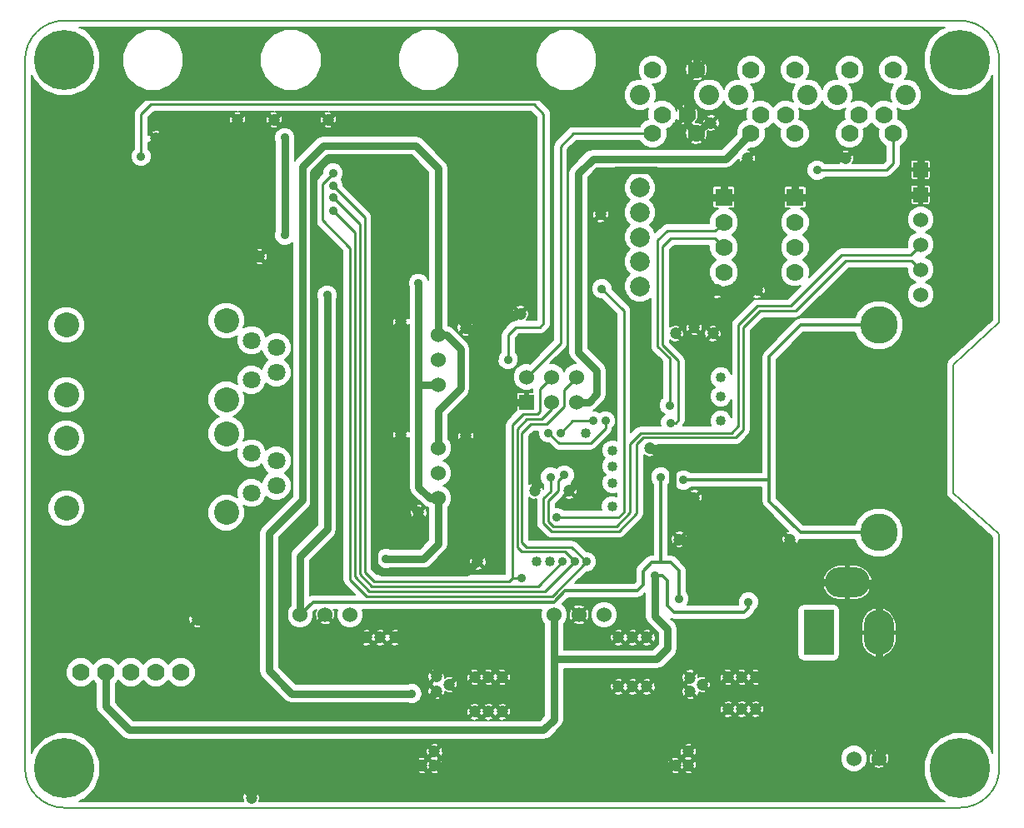
<source format=gbl>
G04 #@! TF.FileFunction,Copper,L2,Bot,Signal*
%FSLAX46Y46*%
G04 Gerber Fmt 4.6, Leading zero omitted, Abs format (unit mm)*
G04 Created by KiCad (PCBNEW 4.0.1-3.201512161002+6197~38~ubuntu15.04.1-stable) date Fri Dec 18 17:49:46 2015*
%MOMM*%
G01*
G04 APERTURE LIST*
%ADD10C,0.025400*%
%ADD11C,0.127000*%
%ADD12C,1.200000*%
%ADD13C,1.016000*%
%ADD14C,3.810000*%
%ADD15R,1.524000X1.524000*%
%ADD16C,1.524000*%
%ADD17C,1.778000*%
%ADD18R,1.778000X1.778000*%
%ADD19C,2.540000*%
%ADD20C,1.800000*%
%ADD21O,3.048000X4.572000*%
%ADD22R,3.048000X4.572000*%
%ADD23O,4.572000X3.048000*%
%ADD24C,6.096000*%
%ADD25C,2.032000*%
%ADD26C,2.000000*%
%ADD27C,0.889000*%
%ADD28C,0.304800*%
%ADD29C,0.762000*%
%ADD30C,0.254000*%
%ADD31C,0.203200*%
G04 APERTURE END LIST*
D10*
D11*
X4000000Y0D02*
X95000000Y0D01*
X99000000Y49300000D02*
X94300000Y45000000D01*
X99000000Y76000000D02*
X99000000Y49300000D01*
X94300000Y38500000D02*
X94300000Y45000000D01*
X94300000Y32000000D02*
X94300000Y38500000D01*
X99000000Y27800000D02*
X94300000Y32000000D01*
X99000000Y4000000D02*
X99000000Y27800000D01*
X0Y76000000D02*
X0Y4000000D01*
X95000000Y80000000D02*
X4000000Y80000000D01*
X99000000Y76000000D02*
G75*
G03X95000000Y80000000I-4000000J0D01*
G01*
X95000000Y0D02*
G75*
G03X99000000Y4000000I0J4000000D01*
G01*
X0Y4000000D02*
G75*
G03X4000000Y0I4000000J0D01*
G01*
X4000000Y80000000D02*
G75*
G03X0Y76000000I0J-4000000D01*
G01*
D12*
X60300000Y12300000D03*
X61750000Y12300000D03*
X63200000Y12300000D03*
X50350000Y50200000D03*
X45700000Y9750000D03*
X47100000Y9750000D03*
X45700000Y13250000D03*
X47100000Y13250000D03*
X71450000Y10000000D03*
X72850000Y10000000D03*
X71450000Y13250000D03*
X72850000Y13250000D03*
X63200000Y17300000D03*
X61750000Y17300000D03*
X37600000Y17300000D03*
X67600000Y13200000D03*
X68800000Y12500000D03*
X67400000Y4300000D03*
X67400000Y5700000D03*
X66100000Y4300000D03*
X41800000Y13300000D03*
X41800000Y11800000D03*
X67600000Y11800000D03*
X41600000Y5700000D03*
X43100000Y12500000D03*
X41600000Y4300000D03*
X23000000Y1000000D03*
X74250000Y10000000D03*
X74250000Y13250000D03*
X60300000Y17300000D03*
X48500000Y13250000D03*
X17500000Y19100000D03*
X44750000Y48750000D03*
X63500000Y36500000D03*
X66500000Y27250000D03*
X77750000Y27250000D03*
X68000000Y48800000D03*
X69900000Y48200000D03*
X66100000Y48200000D03*
X46000000Y25000000D03*
X58500000Y60300000D03*
X74400000Y52600000D03*
X70350000Y52600000D03*
X83400000Y66000000D03*
X73400000Y66000000D03*
X69700000Y69600000D03*
X38200000Y49400000D03*
X38200000Y37900000D03*
X68000000Y31500000D03*
X55300000Y32200000D03*
X40000000Y30000000D03*
X51800000Y32200000D03*
X23800000Y56000000D03*
X30800000Y69900000D03*
X21600000Y69900000D03*
X13300000Y68000000D03*
X25300000Y69900000D03*
D13*
X57000000Y38100000D03*
X70700000Y41800000D03*
X70700000Y43700000D03*
X70700000Y39300000D03*
X52000000Y25000000D03*
X59700000Y34700000D03*
X59700000Y36300000D03*
X59650000Y30600000D03*
X59700000Y33000000D03*
X53350000Y25000000D03*
D14*
X86750000Y49041000D03*
X86750000Y27959000D03*
D15*
X50960000Y41230000D03*
D16*
X50960000Y43770000D03*
X53500000Y41230000D03*
X53500000Y43770000D03*
X56040000Y41230000D03*
X56040000Y43770000D03*
D15*
X91000000Y64850000D03*
X91000000Y62310000D03*
D16*
X91000000Y59770000D03*
X91000000Y57230000D03*
X91000000Y54690000D03*
X91000000Y52150000D03*
D17*
X78250000Y54440000D03*
X78250000Y56980000D03*
X78250000Y59520000D03*
D18*
X78250000Y62060000D03*
D17*
X71000000Y54440000D03*
X71000000Y56980000D03*
X71000000Y59520000D03*
D18*
X71000000Y62060000D03*
D16*
X42000000Y42960000D03*
X42000000Y45500000D03*
X42000000Y48040000D03*
X84230000Y5000000D03*
X86770000Y5000000D03*
D19*
X4204000Y41944000D03*
X4204000Y49056000D03*
X20460000Y49513200D03*
X20460000Y41486800D03*
D20*
X23000000Y43500000D03*
X23000000Y47500000D03*
X25540000Y44230000D03*
X25540000Y46770000D03*
D21*
X86750000Y17800000D03*
D22*
X80654000Y17800000D03*
D23*
X83575000Y22880000D03*
D16*
X42000000Y31460000D03*
X42000000Y34000000D03*
X42000000Y36540000D03*
D19*
X4204000Y30444000D03*
X4204000Y37556000D03*
X20460000Y38013200D03*
X20460000Y29986800D03*
D20*
X23000000Y32000000D03*
X23000000Y36000000D03*
X25540000Y32730000D03*
X25540000Y35270000D03*
D24*
X4000000Y76000000D03*
X95000000Y76000000D03*
X4000000Y4000000D03*
X95000000Y4000000D03*
D17*
X8210000Y13750000D03*
X15830000Y13750000D03*
X13290000Y13750000D03*
X5670000Y13750000D03*
X10750000Y13750000D03*
X68222500Y75000000D03*
X63777500Y75000000D03*
D25*
X69492500Y72460000D03*
X62507500Y72460000D03*
D17*
X63777500Y68523000D03*
X68222500Y68523000D03*
X64730000Y70428000D03*
X67270000Y70428000D03*
X88222500Y75000000D03*
X83777500Y75000000D03*
D25*
X89492500Y72460000D03*
X82507500Y72460000D03*
D17*
X83777500Y68523000D03*
X88222500Y68523000D03*
X84730000Y70428000D03*
X87270000Y70428000D03*
X78222500Y75000000D03*
X73777500Y75000000D03*
D25*
X79492500Y72460000D03*
X72507500Y72460000D03*
D17*
X73777500Y68523000D03*
X78222500Y68523000D03*
X74730000Y70428000D03*
X77270000Y70428000D03*
D12*
X44800000Y37800000D03*
D26*
X62500000Y53000000D03*
X62500000Y55500000D03*
X62500000Y58000000D03*
X62500000Y63000000D03*
X62500000Y60500000D03*
D12*
X34700000Y17300000D03*
X48500000Y9750000D03*
D16*
X53760000Y19600000D03*
X56300000Y19600000D03*
X58840000Y19600000D03*
X27960000Y19600000D03*
X30500000Y19600000D03*
X33040000Y19600000D03*
D12*
X40300000Y4300000D03*
X36100000Y17300000D03*
D27*
X66450000Y21250000D03*
X30700000Y52100000D03*
X64600000Y33600000D03*
X39300000Y11600000D03*
X49100000Y45550000D03*
X11800000Y66200000D03*
X58600000Y52750000D03*
X54000000Y29500000D03*
X54650000Y25000000D03*
X31300000Y62000000D03*
X80500000Y64800000D03*
X66900000Y33300000D03*
X40000000Y53300000D03*
X73500000Y20900000D03*
X64000000Y23600000D03*
X36700000Y25300000D03*
X26400000Y68100000D03*
X26400000Y58200000D03*
X31300000Y60700000D03*
X55850000Y25000000D03*
X31300000Y63200000D03*
X50500000Y23300000D03*
X31300000Y64500000D03*
X57050000Y25000000D03*
X54800000Y33800000D03*
X53400000Y33600000D03*
X65600000Y39100000D03*
X53200000Y38100000D03*
X59000000Y39300000D03*
X57750000Y39300000D03*
X54400000Y38100000D03*
X65500000Y40900000D03*
D28*
X64600000Y24900000D02*
X63650000Y24900000D01*
X53750000Y20900000D02*
X29260000Y20900000D01*
X29260000Y20900000D02*
X27960000Y19600000D01*
X54900000Y22050000D02*
X53750000Y20900000D01*
X63650000Y24900000D02*
X62800000Y24050000D01*
X62800000Y24050000D02*
X62800000Y22650000D01*
X62800000Y22650000D02*
X62200000Y22050000D01*
X62200000Y22050000D02*
X54900000Y22050000D01*
X66450000Y21250000D02*
X66450000Y24100000D01*
X65650000Y24900000D02*
X64600000Y24900000D01*
X66450000Y24100000D02*
X65650000Y24900000D01*
D29*
X27960000Y19600000D02*
X27960000Y25560000D01*
X27960000Y25560000D02*
X30700000Y28300000D01*
X30700000Y28300000D02*
X30700000Y52100000D01*
D28*
X64600000Y33600000D02*
X64600000Y24900000D01*
D29*
X44250000Y42600000D02*
X44250000Y46600000D01*
X44250000Y46600000D02*
X42810000Y48040000D01*
X42000000Y48040000D02*
X42000000Y65000000D01*
X27100000Y11600000D02*
X39300000Y11600000D01*
X24800000Y13900000D02*
X27100000Y11600000D01*
X24800000Y27900000D02*
X24800000Y13900000D01*
X28150000Y31250000D02*
X24800000Y27900000D01*
X28150000Y65150000D02*
X28150000Y31250000D01*
X30300000Y67300000D02*
X28150000Y65150000D01*
X39700000Y67300000D02*
X30300000Y67300000D01*
X42000000Y65000000D02*
X39700000Y67300000D01*
X42000000Y48040000D02*
X42810000Y48040000D01*
X42000000Y40350000D02*
X42000000Y36540000D01*
X44250000Y42600000D02*
X42000000Y40350000D01*
D30*
X49100000Y45550000D02*
X49100000Y48050000D01*
X52300000Y48850000D02*
X52700000Y49250000D01*
X49900000Y48850000D02*
X52300000Y48850000D01*
X49100000Y48050000D02*
X49900000Y48850000D01*
X51700000Y71500000D02*
X12800000Y71500000D01*
X52700000Y70500000D02*
X51700000Y71500000D01*
X52700000Y49250000D02*
X52700000Y70500000D01*
X11800000Y66200000D02*
X11800000Y70500000D01*
X11800000Y70500000D02*
X12800000Y71500000D01*
X60850000Y30050000D02*
X60850000Y50500000D01*
X60850000Y30050000D02*
X60300000Y29500000D01*
X54000000Y29500000D02*
X60300000Y29500000D01*
X60850000Y50500000D02*
X58600000Y52750000D01*
X35250000Y22500000D02*
X52150000Y22500000D01*
X52150000Y22500000D02*
X54650000Y25000000D01*
X34000000Y23750000D02*
X34000000Y59300000D01*
X34000000Y59300000D02*
X31300000Y62000000D01*
X34000000Y23750000D02*
X35250000Y22500000D01*
X88222500Y65472500D02*
X88222500Y68523000D01*
X87550000Y64800000D02*
X88222500Y65472500D01*
X80500000Y64800000D02*
X87550000Y64800000D01*
D28*
X86750000Y49041000D02*
X78791000Y49041000D01*
X75600000Y45850000D02*
X75600000Y33300000D01*
X78791000Y49041000D02*
X75600000Y45850000D01*
X86750000Y27959000D02*
X78791000Y27959000D01*
X78791000Y27959000D02*
X75600000Y31150000D01*
X75600000Y31150000D02*
X75600000Y33300000D01*
X75600000Y33300000D02*
X66900000Y33300000D01*
D29*
X56250000Y34850000D02*
X56250000Y33150000D01*
X56250000Y33150000D02*
X55300000Y32200000D01*
X50350000Y50200000D02*
X45200000Y50200000D01*
X44750000Y49750000D02*
X44750000Y48750000D01*
X45200000Y50200000D02*
X44750000Y49750000D01*
X38200000Y49400000D02*
X38200000Y64300000D01*
X27300000Y17300000D02*
X34700000Y17300000D01*
X26350000Y18250000D02*
X27300000Y17300000D01*
X26350000Y26650000D02*
X26350000Y18250000D01*
X29300000Y29600000D02*
X26350000Y26650000D01*
X29300000Y64550000D02*
X29300000Y29600000D01*
X30700000Y65950000D02*
X29300000Y64550000D01*
X36550000Y65950000D02*
X30700000Y65950000D01*
X38200000Y64300000D02*
X36550000Y65950000D01*
X17500000Y19100000D02*
X17500000Y53950000D01*
X19550000Y56000000D02*
X23800000Y56000000D01*
X17500000Y53950000D02*
X19550000Y56000000D01*
X46000000Y25000000D02*
X46000000Y31050000D01*
X44800000Y32250000D02*
X44800000Y37800000D01*
X46000000Y31050000D02*
X44800000Y32250000D01*
X40000000Y30000000D02*
X40000000Y28400000D01*
X44900000Y23900000D02*
X46000000Y25000000D01*
X36200000Y23900000D02*
X44900000Y23900000D01*
X35450000Y24650000D02*
X36200000Y23900000D01*
X35450000Y26450000D02*
X35450000Y24650000D01*
X36350000Y27350000D02*
X35450000Y26450000D01*
X38950000Y27350000D02*
X36350000Y27350000D01*
X40000000Y28400000D02*
X38950000Y27350000D01*
X40300000Y4300000D02*
X24350000Y4300000D01*
X23000000Y2950000D02*
X23000000Y1000000D01*
X24350000Y4300000D02*
X23000000Y2950000D01*
X68222500Y75000000D02*
X68222500Y77800000D01*
X13300000Y68000000D02*
X13300000Y64800000D01*
X13300000Y64800000D02*
X12350000Y63850000D01*
X12350000Y63850000D02*
X10050000Y63850000D01*
X10050000Y63850000D02*
X9300000Y64600000D01*
X9300000Y64600000D02*
X9300000Y70900000D01*
X9300000Y70900000D02*
X10700000Y72300000D01*
X10700000Y72300000D02*
X57000000Y72300000D01*
X57000000Y72300000D02*
X62500000Y77800000D01*
X62500000Y77800000D02*
X68222500Y77800000D01*
X68222500Y77800000D02*
X89250000Y77800000D01*
X92250000Y68250000D02*
X91000000Y67000000D01*
X92250000Y72850000D02*
X92250000Y68250000D01*
X90550000Y74550000D02*
X92250000Y72850000D01*
X90550000Y76500000D02*
X90550000Y74550000D01*
X89250000Y77800000D02*
X90550000Y76500000D01*
X91000000Y67000000D02*
X91000000Y64850000D01*
X13300000Y68000000D02*
X21600000Y68000000D01*
X21600000Y69900000D02*
X21600000Y68000000D01*
X21600000Y68000000D02*
X21600000Y58200000D01*
X21600000Y58200000D02*
X23800000Y56000000D01*
X58500000Y60300000D02*
X58500000Y63300000D01*
X58500000Y63300000D02*
X60050000Y64850000D01*
X60050000Y64850000D02*
X64100000Y64850000D01*
X64100000Y64850000D02*
X66890000Y62060000D01*
X66890000Y62060000D02*
X71000000Y62060000D01*
X73400000Y66000000D02*
X73400000Y64900000D01*
X73400000Y64900000D02*
X72900000Y64400000D01*
X72900000Y64400000D02*
X71700000Y64400000D01*
X71700000Y64400000D02*
X71000000Y63700000D01*
X71000000Y63700000D02*
X71000000Y62060000D01*
X83400000Y66000000D02*
X82050000Y66000000D01*
X78250000Y65200000D02*
X78250000Y62060000D01*
X79450000Y66400000D02*
X78250000Y65200000D01*
X81650000Y66400000D02*
X79450000Y66400000D01*
X82050000Y66000000D02*
X81650000Y66400000D01*
X78250000Y62060000D02*
X84610000Y62060000D01*
X84610000Y62060000D02*
X84860000Y62310000D01*
X84860000Y62310000D02*
X91000000Y62310000D01*
X74400000Y52600000D02*
X74400000Y62060000D01*
X63500000Y36500000D02*
X65300000Y36500000D01*
X66400000Y31500000D02*
X68000000Y31500000D01*
X65750000Y32150000D02*
X66400000Y31500000D01*
X65750000Y36050000D02*
X65750000Y32150000D01*
X65300000Y36500000D02*
X65750000Y36050000D01*
X68000000Y48800000D02*
X68000000Y51600000D01*
X69000000Y52600000D02*
X70350000Y52600000D01*
X68000000Y51600000D02*
X69000000Y52600000D01*
X44750000Y48750000D02*
X46500000Y48750000D01*
X46500000Y48750000D02*
X47650000Y47600000D01*
X47650000Y47600000D02*
X47650000Y41230000D01*
X38200000Y49400000D02*
X38200000Y37900000D01*
X38200000Y37900000D02*
X38200000Y31800000D01*
X38200000Y31800000D02*
X40000000Y30000000D01*
X51800000Y32200000D02*
X51800000Y34650000D01*
X55550000Y35550000D02*
X56250000Y34850000D01*
X52700000Y35550000D02*
X55550000Y35550000D01*
X51800000Y34650000D02*
X52700000Y35550000D01*
X66500000Y27250000D02*
X67350000Y27250000D01*
X67350000Y27250000D02*
X68000000Y27900000D01*
X68000000Y27900000D02*
X68000000Y31500000D01*
X77750000Y27250000D02*
X77750000Y24200000D01*
X79070000Y22880000D02*
X83575000Y22880000D01*
X77750000Y24200000D02*
X79070000Y22880000D01*
X17500000Y19100000D02*
X19400000Y19100000D01*
X39800000Y9800000D02*
X41800000Y11800000D01*
X22250000Y9800000D02*
X39800000Y9800000D01*
X20550000Y11500000D02*
X22250000Y9800000D01*
X20550000Y17950000D02*
X20550000Y11500000D01*
X19400000Y19100000D02*
X20550000Y17950000D01*
X74250000Y13250000D02*
X86770000Y13250000D01*
X41600000Y4300000D02*
X66100000Y4300000D01*
X37600000Y17300000D02*
X40650000Y17300000D01*
X41800000Y16150000D02*
X41800000Y13300000D01*
X40650000Y17300000D02*
X41800000Y16150000D01*
X70350000Y52600000D02*
X74400000Y52600000D01*
X50960000Y41230000D02*
X47650000Y41230000D01*
X47650000Y41230000D02*
X46730000Y41230000D01*
X44800000Y39300000D02*
X44800000Y37800000D01*
X46730000Y41230000D02*
X44800000Y39300000D01*
X69700000Y69600000D02*
X69299500Y69600000D01*
X69299500Y69600000D02*
X68222500Y68523000D01*
X67270000Y70428000D02*
X67270000Y69475500D01*
X67270000Y69475500D02*
X68222500Y68523000D01*
X67270000Y70428000D02*
X67270000Y74047500D01*
X67270000Y74047500D02*
X68222500Y75000000D01*
X71000000Y62060000D02*
X74400000Y62060000D01*
X74400000Y62060000D02*
X78250000Y62060000D01*
X91000000Y62310000D02*
X91000000Y64850000D01*
X86750000Y17800000D02*
X86750000Y21750000D01*
X86750000Y21750000D02*
X85620000Y22880000D01*
X85620000Y22880000D02*
X83575000Y22880000D01*
X86770000Y5000000D02*
X86770000Y13250000D01*
X86770000Y13250000D02*
X86770000Y17780000D01*
X86770000Y17780000D02*
X86750000Y17800000D01*
X64000000Y23600000D02*
X64000000Y19450000D01*
X64200000Y15100000D02*
X53760000Y15100000D01*
X65300000Y16200000D02*
X64200000Y15100000D01*
X65300000Y18150000D02*
X65300000Y16200000D01*
X64000000Y19450000D02*
X65300000Y18150000D01*
X53760000Y19600000D02*
X53760000Y15100000D01*
X53760000Y15100000D02*
X53760000Y8960000D01*
X10600000Y7900000D02*
X8210000Y10290000D01*
X52700000Y7900000D02*
X10600000Y7900000D01*
X8210000Y10290000D02*
X8210000Y13750000D01*
X53760000Y8960000D02*
X52700000Y7900000D01*
D28*
X64000000Y23600000D02*
X64750000Y23600000D01*
X73500000Y20300000D02*
X73500000Y20900000D01*
X73100000Y19900000D02*
X73500000Y20300000D01*
X65950000Y19900000D02*
X73100000Y19900000D01*
X65300000Y20550000D02*
X65950000Y19900000D01*
X65300000Y23050000D02*
X65300000Y20550000D01*
X64750000Y23600000D02*
X65300000Y23050000D01*
D29*
X40000000Y42960000D02*
X40000000Y53300000D01*
X58100000Y42050000D02*
X58100000Y44400000D01*
X56200000Y64450000D02*
X57700000Y65950000D01*
X56200000Y46300000D02*
X56200000Y64450000D01*
X58100000Y44400000D02*
X56200000Y46300000D01*
X40000000Y42960000D02*
X40000000Y32600000D01*
X40000000Y32600000D02*
X41140000Y31460000D01*
X42000000Y31460000D02*
X42000000Y26800000D01*
X40500000Y25300000D02*
X36700000Y25300000D01*
X42000000Y26800000D02*
X40500000Y25300000D01*
X56040000Y41230000D02*
X57280000Y41230000D01*
X71204500Y65950000D02*
X73777500Y68523000D01*
X57700000Y65950000D02*
X71204500Y65950000D01*
X57280000Y41230000D02*
X58100000Y42050000D01*
X42000000Y42960000D02*
X40000000Y42960000D01*
X41140000Y31460000D02*
X42000000Y31460000D01*
X26400000Y58200000D02*
X26400000Y68100000D01*
D30*
X54400000Y67200000D02*
X54400000Y47210000D01*
X54400000Y47210000D02*
X50960000Y43770000D01*
X54400000Y67200000D02*
X55723000Y68523000D01*
X55723000Y68523000D02*
X63777500Y68523000D01*
X35000000Y22000000D02*
X52850000Y22000000D01*
X52850000Y22000000D02*
X55850000Y25000000D01*
X33500000Y23500000D02*
X33500000Y58500000D01*
X33500000Y58500000D02*
X31300000Y60700000D01*
X50000000Y38500000D02*
X50000000Y26450000D01*
X51000000Y39500000D02*
X50000000Y38500000D01*
X53500000Y40500000D02*
X52500000Y39500000D01*
X52500000Y39500000D02*
X51000000Y39500000D01*
X50000000Y26450000D02*
X50450000Y26000000D01*
X50450000Y26000000D02*
X54850000Y26000000D01*
X54850000Y26000000D02*
X55850000Y25000000D01*
X35000000Y22000000D02*
X33500000Y23500000D01*
X53500000Y41230000D02*
X53500000Y40500000D01*
X34500000Y23950000D02*
X34500000Y60000000D01*
X34500000Y60000000D02*
X31300000Y63200000D01*
X35450000Y23000000D02*
X49150000Y23000000D01*
X49150000Y23000000D02*
X49500000Y23350000D01*
X49500000Y38900000D02*
X49500000Y23350000D01*
X49500000Y38900000D02*
X50650000Y40050000D01*
X50650000Y40050000D02*
X52050000Y40050000D01*
X52050000Y40050000D02*
X52300000Y40300000D01*
X52300000Y40300000D02*
X52300000Y42570000D01*
X52300000Y42570000D02*
X53500000Y43770000D01*
X49500000Y23350000D02*
X49500000Y23300000D01*
X50500000Y23300000D02*
X49500000Y23300000D01*
X35450000Y23000000D02*
X34500000Y23950000D01*
X34700000Y21500000D02*
X53550000Y21500000D01*
X53550000Y21500000D02*
X57050000Y25000000D01*
X50500000Y38100000D02*
X50500000Y26950000D01*
X54750000Y42480000D02*
X56040000Y43770000D01*
X54750000Y40750000D02*
X53000000Y39000000D01*
X53000000Y39000000D02*
X51400000Y39000000D01*
X54750000Y42480000D02*
X54750000Y40750000D01*
X50500000Y38100000D02*
X51400000Y39000000D01*
X50500000Y26950000D02*
X50950000Y26500000D01*
X50950000Y26500000D02*
X55550000Y26500000D01*
X55550000Y26500000D02*
X57050000Y25000000D01*
X34700000Y21500000D02*
X33000000Y23200000D01*
X30200000Y63400000D02*
X31300000Y64500000D01*
X33000000Y56900000D02*
X30200000Y59700000D01*
X33000000Y23200000D02*
X33000000Y56900000D01*
X30200000Y59700000D02*
X30200000Y63400000D01*
X74400000Y51000000D02*
X77800000Y51000000D01*
X77800000Y51000000D02*
X83000000Y56200000D01*
X74400000Y51000000D02*
X72500000Y49100000D01*
X89970000Y56200000D02*
X91000000Y57230000D01*
X83000000Y56200000D02*
X89970000Y56200000D01*
X61500000Y30000000D02*
X61500000Y37000000D01*
X71800000Y38100000D02*
X72500000Y38800000D01*
X62600000Y38100000D02*
X71800000Y38100000D01*
X61500000Y37000000D02*
X62600000Y38100000D01*
X72500000Y38800000D02*
X72500000Y49100000D01*
X53700000Y28600000D02*
X60100000Y28600000D01*
X60100000Y28600000D02*
X61500000Y30000000D01*
X54200000Y32200000D02*
X54200000Y33200000D01*
X54200000Y33200000D02*
X54800000Y33800000D01*
X53200000Y29100000D02*
X53700000Y28600000D01*
X53200000Y31200000D02*
X53200000Y29100000D01*
X54200000Y32200000D02*
X53200000Y31200000D01*
X74700000Y50500000D02*
X78300000Y50500000D01*
X78300000Y50500000D02*
X83400000Y55600000D01*
X74700000Y50500000D02*
X73000000Y48800000D01*
X90090000Y55600000D02*
X91000000Y54690000D01*
X83400000Y55600000D02*
X90090000Y55600000D01*
X62150000Y29900000D02*
X62150000Y36950000D01*
X72200000Y37600000D02*
X73000000Y38400000D01*
X62800000Y37600000D02*
X72200000Y37600000D01*
X62150000Y36950000D02*
X62800000Y37600000D01*
X73000000Y38400000D02*
X73000000Y48800000D01*
X53500000Y28100000D02*
X60350000Y28100000D01*
X60350000Y28100000D02*
X62150000Y29900000D01*
X52700000Y28900000D02*
X53500000Y28100000D01*
X52700000Y31450000D02*
X52700000Y28900000D01*
X53400000Y32150000D02*
X52700000Y31450000D01*
X53400000Y33600000D02*
X53400000Y32150000D01*
X54250000Y37050000D02*
X57450000Y37050000D01*
X59000000Y38600000D02*
X59000000Y39300000D01*
X57450000Y37050000D02*
X59000000Y38600000D01*
X54250000Y37050000D02*
X53200000Y38100000D01*
X64800000Y47000000D02*
X64800000Y57000000D01*
X70130000Y57850000D02*
X71000000Y56980000D01*
X65650000Y57850000D02*
X70130000Y57850000D01*
X64800000Y57000000D02*
X65650000Y57850000D01*
X66400000Y39400000D02*
X66400000Y45400000D01*
X65600000Y39100000D02*
X66100000Y39100000D01*
X66100000Y39100000D02*
X66400000Y39400000D01*
X66400000Y45400000D02*
X64800000Y47000000D01*
X57750000Y39300000D02*
X55600000Y39300000D01*
X55600000Y39300000D02*
X54400000Y38100000D01*
X64300000Y46900000D02*
X64300000Y57700000D01*
X70130000Y58650000D02*
X71000000Y59520000D01*
X65250000Y58650000D02*
X70130000Y58650000D01*
X64300000Y57700000D02*
X65250000Y58650000D01*
X65500000Y45700000D02*
X64300000Y46900000D01*
X65500000Y40900000D02*
X65500000Y45700000D01*
D31*
G36*
X92930843Y79102571D02*
X91901045Y78074569D01*
X91343036Y76730734D01*
X91341766Y75275650D01*
X91897429Y73930843D01*
X92925431Y72901045D01*
X94269266Y72343036D01*
X95724350Y72341766D01*
X97069157Y72897429D01*
X98098955Y73925431D01*
X98326900Y74474384D01*
X98326900Y49596486D01*
X93845648Y45496617D01*
X93836665Y45484386D01*
X93824046Y45475954D01*
X93759236Y45378959D01*
X93690187Y45284941D01*
X93686568Y45270202D01*
X93678137Y45257584D01*
X93655382Y45143185D01*
X93627563Y45029886D01*
X93629860Y45014882D01*
X93626900Y45000000D01*
X93626900Y32000000D01*
X93630637Y31981214D01*
X93627959Y31962245D01*
X93656135Y31853024D01*
X93678137Y31742416D01*
X93688779Y31726490D01*
X93693564Y31707940D01*
X93761383Y31617829D01*
X93824046Y31524046D01*
X93839976Y31513402D01*
X93851493Y31498099D01*
X98326900Y27498799D01*
X98326900Y5526239D01*
X98102571Y6069157D01*
X97074569Y7098955D01*
X95730734Y7656964D01*
X94275650Y7658234D01*
X92930843Y7102571D01*
X91901045Y6074569D01*
X91343036Y4730734D01*
X91341766Y3275650D01*
X91897429Y1930843D01*
X92925431Y901045D01*
X93474384Y673100D01*
X23797201Y673100D01*
X23869181Y948058D01*
X23822896Y1284633D01*
X23783141Y1380609D01*
X23668297Y1452770D01*
X23215526Y1000000D01*
X23229669Y985858D01*
X23014143Y770331D01*
X23000000Y784474D01*
X22985858Y770331D01*
X22770331Y985858D01*
X22784474Y1000000D01*
X22331703Y1452770D01*
X22216859Y1380609D01*
X22130819Y1051942D01*
X22177104Y715367D01*
X22194612Y673100D01*
X5526239Y673100D01*
X6069157Y897429D01*
X6841371Y1668297D01*
X22547230Y1668297D01*
X23000000Y1215526D01*
X23452770Y1668297D01*
X23380609Y1783141D01*
X23051942Y1869181D01*
X22715367Y1822896D01*
X22619391Y1783141D01*
X22547230Y1668297D01*
X6841371Y1668297D01*
X7098955Y1925431D01*
X7656964Y3269266D01*
X7657280Y3631703D01*
X39847230Y3631703D01*
X39919391Y3516859D01*
X40248058Y3430819D01*
X40584633Y3477104D01*
X40680609Y3516859D01*
X40752770Y3631703D01*
X41147230Y3631703D01*
X41219391Y3516859D01*
X41548058Y3430819D01*
X41884633Y3477104D01*
X41980609Y3516859D01*
X42052770Y3631703D01*
X65647230Y3631703D01*
X65719391Y3516859D01*
X66048058Y3430819D01*
X66384633Y3477104D01*
X66480609Y3516859D01*
X66552770Y3631703D01*
X66947230Y3631703D01*
X67019391Y3516859D01*
X67348058Y3430819D01*
X67684633Y3477104D01*
X67780609Y3516859D01*
X67852770Y3631703D01*
X67400000Y4084474D01*
X66947230Y3631703D01*
X66552770Y3631703D01*
X66100000Y4084474D01*
X65647230Y3631703D01*
X42052770Y3631703D01*
X41600000Y4084474D01*
X41147230Y3631703D01*
X40752770Y3631703D01*
X40300000Y4084474D01*
X39847230Y3631703D01*
X7657280Y3631703D01*
X7657908Y4351942D01*
X39430819Y4351942D01*
X39477104Y4015367D01*
X39516859Y3919391D01*
X39631703Y3847230D01*
X40084474Y4300000D01*
X40515526Y4300000D01*
X40773428Y4042099D01*
X40777104Y4015367D01*
X40816859Y3919391D01*
X40931703Y3847230D01*
X40950000Y3865527D01*
X40968297Y3847230D01*
X41083141Y3919391D01*
X41111254Y4026781D01*
X41384474Y4300000D01*
X41815526Y4300000D01*
X42268297Y3847230D01*
X42383141Y3919391D01*
X42469181Y4248058D01*
X42454896Y4351942D01*
X65230819Y4351942D01*
X65277104Y4015367D01*
X65316859Y3919391D01*
X65431703Y3847230D01*
X65884474Y4300000D01*
X66315526Y4300000D01*
X66573428Y4042099D01*
X66577104Y4015367D01*
X66616859Y3919391D01*
X66731703Y3847230D01*
X66750000Y3865527D01*
X66768297Y3847230D01*
X66883141Y3919391D01*
X66911254Y4026781D01*
X67184474Y4300000D01*
X67615526Y4300000D01*
X68068297Y3847230D01*
X68183141Y3919391D01*
X68269181Y4248058D01*
X68222896Y4584633D01*
X68183141Y4680609D01*
X68107132Y4728369D01*
X82858163Y4728369D01*
X83066536Y4224066D01*
X83452037Y3837892D01*
X83955975Y3628639D01*
X84501631Y3628163D01*
X85005934Y3836536D01*
X85383195Y4213140D01*
X86198666Y4213140D01*
X86291031Y4081476D01*
X86678994Y3968101D01*
X87080812Y4011823D01*
X87248969Y4081476D01*
X87341334Y4213140D01*
X86770000Y4784474D01*
X86198666Y4213140D01*
X85383195Y4213140D01*
X85392108Y4222037D01*
X85601361Y4725975D01*
X85601679Y5091006D01*
X85738101Y5091006D01*
X85781823Y4689188D01*
X85851476Y4521031D01*
X85983140Y4428666D01*
X86554474Y5000000D01*
X86985526Y5000000D01*
X87556860Y4428666D01*
X87688524Y4521031D01*
X87801899Y4908994D01*
X87758177Y5310812D01*
X87688524Y5478969D01*
X87556860Y5571334D01*
X86985526Y5000000D01*
X86554474Y5000000D01*
X85983140Y5571334D01*
X85851476Y5478969D01*
X85738101Y5091006D01*
X85601679Y5091006D01*
X85601837Y5271631D01*
X85393464Y5775934D01*
X85382558Y5786860D01*
X86198666Y5786860D01*
X86770000Y5215526D01*
X87341334Y5786860D01*
X87248969Y5918524D01*
X86861006Y6031899D01*
X86459188Y5988177D01*
X86291031Y5918524D01*
X86198666Y5786860D01*
X85382558Y5786860D01*
X85007963Y6162108D01*
X84504025Y6371361D01*
X83958369Y6371837D01*
X83454066Y6163464D01*
X83067892Y5777963D01*
X82858639Y5274025D01*
X82858163Y4728369D01*
X68107132Y4728369D01*
X68068297Y4752770D01*
X67615526Y4300000D01*
X67184474Y4300000D01*
X66926572Y4557901D01*
X66922896Y4584633D01*
X66883141Y4680609D01*
X66768297Y4752770D01*
X66750000Y4734473D01*
X66731703Y4752770D01*
X66616859Y4680609D01*
X66588746Y4573219D01*
X66315526Y4300000D01*
X65884474Y4300000D01*
X65431703Y4752770D01*
X65316859Y4680609D01*
X65230819Y4351942D01*
X42454896Y4351942D01*
X42422896Y4584633D01*
X42383141Y4680609D01*
X42268297Y4752770D01*
X41815526Y4300000D01*
X41384474Y4300000D01*
X41126572Y4557901D01*
X41122896Y4584633D01*
X41083141Y4680609D01*
X40968297Y4752770D01*
X40950000Y4734473D01*
X40931703Y4752770D01*
X40816859Y4680609D01*
X40788746Y4573219D01*
X40515526Y4300000D01*
X40084474Y4300000D01*
X39631703Y4752770D01*
X39516859Y4680609D01*
X39430819Y4351942D01*
X7657908Y4351942D01*
X7658234Y4724350D01*
X7557438Y4968297D01*
X39847230Y4968297D01*
X40300000Y4515526D01*
X40752770Y4968297D01*
X40712930Y5031703D01*
X41147230Y5031703D01*
X41167150Y5000000D01*
X41147230Y4968297D01*
X41600000Y4515526D01*
X42052770Y4968297D01*
X65647230Y4968297D01*
X66100000Y4515526D01*
X66552770Y4968297D01*
X66512930Y5031703D01*
X66947230Y5031703D01*
X66967150Y5000000D01*
X66947230Y4968297D01*
X67400000Y4515526D01*
X67852770Y4968297D01*
X67832850Y5000000D01*
X67852770Y5031703D01*
X67400000Y5484474D01*
X66947230Y5031703D01*
X66512930Y5031703D01*
X66480609Y5083141D01*
X66151942Y5169181D01*
X65815367Y5122896D01*
X65719391Y5083141D01*
X65647230Y4968297D01*
X42052770Y4968297D01*
X42032850Y5000000D01*
X42052770Y5031703D01*
X41600000Y5484474D01*
X41147230Y5031703D01*
X40712930Y5031703D01*
X40680609Y5083141D01*
X40351942Y5169181D01*
X40015367Y5122896D01*
X39919391Y5083141D01*
X39847230Y4968297D01*
X7557438Y4968297D01*
X7233642Y5751942D01*
X40730819Y5751942D01*
X40777104Y5415367D01*
X40816859Y5319391D01*
X40931703Y5247230D01*
X41384474Y5700000D01*
X41815526Y5700000D01*
X42268297Y5247230D01*
X42383141Y5319391D01*
X42469181Y5648058D01*
X42454896Y5751942D01*
X66530819Y5751942D01*
X66577104Y5415367D01*
X66616859Y5319391D01*
X66731703Y5247230D01*
X67184474Y5700000D01*
X67615526Y5700000D01*
X68068297Y5247230D01*
X68183141Y5319391D01*
X68269181Y5648058D01*
X68222896Y5984633D01*
X68183141Y6080609D01*
X68068297Y6152770D01*
X67615526Y5700000D01*
X67184474Y5700000D01*
X66731703Y6152770D01*
X66616859Y6080609D01*
X66530819Y5751942D01*
X42454896Y5751942D01*
X42422896Y5984633D01*
X42383141Y6080609D01*
X42268297Y6152770D01*
X41815526Y5700000D01*
X41384474Y5700000D01*
X40931703Y6152770D01*
X40816859Y6080609D01*
X40730819Y5751942D01*
X7233642Y5751942D01*
X7102571Y6069157D01*
X6803953Y6368297D01*
X41147230Y6368297D01*
X41600000Y5915526D01*
X42052770Y6368297D01*
X66947230Y6368297D01*
X67400000Y5915526D01*
X67852770Y6368297D01*
X67780609Y6483141D01*
X67451942Y6569181D01*
X67115367Y6522896D01*
X67019391Y6483141D01*
X66947230Y6368297D01*
X42052770Y6368297D01*
X41980609Y6483141D01*
X41651942Y6569181D01*
X41315367Y6522896D01*
X41219391Y6483141D01*
X41147230Y6368297D01*
X6803953Y6368297D01*
X6074569Y7098955D01*
X4730734Y7656964D01*
X3275650Y7658234D01*
X1930843Y7102571D01*
X901045Y6074569D01*
X673100Y5525616D01*
X673100Y13453218D01*
X4171141Y13453218D01*
X4398808Y12902220D01*
X4820003Y12480290D01*
X5370602Y12251661D01*
X5966782Y12251141D01*
X6517780Y12478808D01*
X6939710Y12900003D01*
X6940095Y12900931D01*
X7219400Y12621138D01*
X7219400Y10290000D01*
X7294805Y9910914D01*
X7509540Y9589540D01*
X9899540Y7199540D01*
X10220913Y6984805D01*
X10600000Y6909400D01*
X52700000Y6909400D01*
X53079086Y6984805D01*
X53400460Y7199540D01*
X54460460Y8259540D01*
X54675195Y8580913D01*
X54750600Y8960000D01*
X54750600Y9331703D01*
X70997230Y9331703D01*
X71069391Y9216859D01*
X71398058Y9130819D01*
X71734633Y9177104D01*
X71830609Y9216859D01*
X71902770Y9331703D01*
X72397230Y9331703D01*
X72469391Y9216859D01*
X72798058Y9130819D01*
X73134633Y9177104D01*
X73230609Y9216859D01*
X73302770Y9331703D01*
X73797230Y9331703D01*
X73869391Y9216859D01*
X74198058Y9130819D01*
X74534633Y9177104D01*
X74630609Y9216859D01*
X74702770Y9331703D01*
X74250000Y9784474D01*
X73797230Y9331703D01*
X73302770Y9331703D01*
X72850000Y9784474D01*
X72397230Y9331703D01*
X71902770Y9331703D01*
X71450000Y9784474D01*
X70997230Y9331703D01*
X54750600Y9331703D01*
X54750600Y10051942D01*
X70580819Y10051942D01*
X70627104Y9715367D01*
X70666859Y9619391D01*
X70781703Y9547230D01*
X71234474Y10000000D01*
X71665526Y10000000D01*
X72118297Y9547230D01*
X72150000Y9567150D01*
X72181703Y9547230D01*
X72634474Y10000000D01*
X73065526Y10000000D01*
X73518297Y9547230D01*
X73550000Y9567150D01*
X73581703Y9547230D01*
X74034474Y10000000D01*
X74465526Y10000000D01*
X74918297Y9547230D01*
X75033141Y9619391D01*
X75119181Y9948058D01*
X75072896Y10284633D01*
X75033141Y10380609D01*
X74918297Y10452770D01*
X74465526Y10000000D01*
X74034474Y10000000D01*
X73581703Y10452770D01*
X73550000Y10432850D01*
X73518297Y10452770D01*
X73065526Y10000000D01*
X72634474Y10000000D01*
X72181703Y10452770D01*
X72150000Y10432850D01*
X72118297Y10452770D01*
X71665526Y10000000D01*
X71234474Y10000000D01*
X70781703Y10452770D01*
X70666859Y10380609D01*
X70580819Y10051942D01*
X54750600Y10051942D01*
X54750600Y10668297D01*
X70997230Y10668297D01*
X71450000Y10215526D01*
X71902770Y10668297D01*
X72397230Y10668297D01*
X72850000Y10215526D01*
X73302770Y10668297D01*
X73797230Y10668297D01*
X74250000Y10215526D01*
X74702770Y10668297D01*
X74630609Y10783141D01*
X74301942Y10869181D01*
X73965367Y10822896D01*
X73869391Y10783141D01*
X73797230Y10668297D01*
X73302770Y10668297D01*
X73230609Y10783141D01*
X72901942Y10869181D01*
X72565367Y10822896D01*
X72469391Y10783141D01*
X72397230Y10668297D01*
X71902770Y10668297D01*
X71830609Y10783141D01*
X71501942Y10869181D01*
X71165367Y10822896D01*
X71069391Y10783141D01*
X70997230Y10668297D01*
X54750600Y10668297D01*
X54750600Y11131703D01*
X67147230Y11131703D01*
X67219391Y11016859D01*
X67548058Y10930819D01*
X67884633Y10977104D01*
X67980609Y11016859D01*
X68052770Y11131703D01*
X67600000Y11584474D01*
X67147230Y11131703D01*
X54750600Y11131703D01*
X54750600Y11631703D01*
X59847230Y11631703D01*
X59919391Y11516859D01*
X60248058Y11430819D01*
X60584633Y11477104D01*
X60680609Y11516859D01*
X60752770Y11631703D01*
X61297230Y11631703D01*
X61369391Y11516859D01*
X61698058Y11430819D01*
X62034633Y11477104D01*
X62130609Y11516859D01*
X62202770Y11631703D01*
X62747230Y11631703D01*
X62819391Y11516859D01*
X63148058Y11430819D01*
X63484633Y11477104D01*
X63580609Y11516859D01*
X63652770Y11631703D01*
X63200000Y12084474D01*
X62747230Y11631703D01*
X62202770Y11631703D01*
X61750000Y12084474D01*
X61297230Y11631703D01*
X60752770Y11631703D01*
X60300000Y12084474D01*
X59847230Y11631703D01*
X54750600Y11631703D01*
X54750600Y12351942D01*
X59430819Y12351942D01*
X59477104Y12015367D01*
X59516859Y11919391D01*
X59631703Y11847230D01*
X60084474Y12300000D01*
X60515526Y12300000D01*
X60968297Y11847230D01*
X61025000Y11882859D01*
X61081703Y11847230D01*
X61534474Y12300000D01*
X61965526Y12300000D01*
X62418297Y11847230D01*
X62475000Y11882859D01*
X62531703Y11847230D01*
X62984474Y12300000D01*
X63415526Y12300000D01*
X63868297Y11847230D01*
X63875796Y11851942D01*
X66730819Y11851942D01*
X66777104Y11515367D01*
X66816859Y11419391D01*
X66931703Y11347230D01*
X67384474Y11800000D01*
X66931703Y12252770D01*
X66816859Y12180609D01*
X66730819Y11851942D01*
X63875796Y11851942D01*
X63983141Y11919391D01*
X64069181Y12248058D01*
X64030175Y12531703D01*
X67147230Y12531703D01*
X67167150Y12500000D01*
X67147230Y12468297D01*
X67600000Y12015526D01*
X67614142Y12029669D01*
X67829669Y11814142D01*
X67815526Y11800000D01*
X68268297Y11347230D01*
X68383141Y11419391D01*
X68458344Y11706662D01*
X68748058Y11630819D01*
X69084633Y11677104D01*
X69180609Y11716859D01*
X69252770Y11831703D01*
X68800000Y12284474D01*
X68785858Y12270331D01*
X68570332Y12485857D01*
X68584474Y12500000D01*
X69015526Y12500000D01*
X69468297Y12047230D01*
X69583141Y12119391D01*
X69669181Y12448058D01*
X69650803Y12581703D01*
X70997230Y12581703D01*
X71069391Y12466859D01*
X71398058Y12380819D01*
X71734633Y12427104D01*
X71830609Y12466859D01*
X71902770Y12581703D01*
X72397230Y12581703D01*
X72469391Y12466859D01*
X72798058Y12380819D01*
X73134633Y12427104D01*
X73230609Y12466859D01*
X73302770Y12581703D01*
X73797230Y12581703D01*
X73869391Y12466859D01*
X74198058Y12380819D01*
X74534633Y12427104D01*
X74630609Y12466859D01*
X74702770Y12581703D01*
X74250000Y13034474D01*
X73797230Y12581703D01*
X73302770Y12581703D01*
X72850000Y13034474D01*
X72397230Y12581703D01*
X71902770Y12581703D01*
X71450000Y13034474D01*
X70997230Y12581703D01*
X69650803Y12581703D01*
X69622896Y12784633D01*
X69583141Y12880609D01*
X69468297Y12952770D01*
X69015526Y12500000D01*
X68584474Y12500000D01*
X68570332Y12514142D01*
X68785858Y12729669D01*
X68800000Y12715526D01*
X69252770Y13168297D01*
X69180609Y13283141D01*
X69108791Y13301942D01*
X70580819Y13301942D01*
X70627104Y12965367D01*
X70666859Y12869391D01*
X70781703Y12797230D01*
X71234474Y13250000D01*
X71665526Y13250000D01*
X72118297Y12797230D01*
X72150000Y12817150D01*
X72181703Y12797230D01*
X72634474Y13250000D01*
X73065526Y13250000D01*
X73518297Y12797230D01*
X73550000Y12817150D01*
X73581703Y12797230D01*
X74034474Y13250000D01*
X74465526Y13250000D01*
X74918297Y12797230D01*
X75033141Y12869391D01*
X75119181Y13198058D01*
X75072896Y13534633D01*
X75033141Y13630609D01*
X74918297Y13702770D01*
X74465526Y13250000D01*
X74034474Y13250000D01*
X73581703Y13702770D01*
X73550000Y13682850D01*
X73518297Y13702770D01*
X73065526Y13250000D01*
X72634474Y13250000D01*
X72181703Y13702770D01*
X72150000Y13682850D01*
X72118297Y13702770D01*
X71665526Y13250000D01*
X71234474Y13250000D01*
X70781703Y13702770D01*
X70666859Y13630609D01*
X70580819Y13301942D01*
X69108791Y13301942D01*
X68851942Y13369181D01*
X68515367Y13322896D01*
X68448923Y13295373D01*
X68422896Y13484633D01*
X68383141Y13580609D01*
X68268297Y13652770D01*
X67815526Y13200000D01*
X67829669Y13185857D01*
X67614142Y12970331D01*
X67600000Y12984474D01*
X67147230Y12531703D01*
X64030175Y12531703D01*
X64022896Y12584633D01*
X63983141Y12680609D01*
X63868297Y12752770D01*
X63415526Y12300000D01*
X62984474Y12300000D01*
X62531703Y12752770D01*
X62475000Y12717141D01*
X62418297Y12752770D01*
X61965526Y12300000D01*
X61534474Y12300000D01*
X61081703Y12752770D01*
X61025000Y12717141D01*
X60968297Y12752770D01*
X60515526Y12300000D01*
X60084474Y12300000D01*
X59631703Y12752770D01*
X59516859Y12680609D01*
X59430819Y12351942D01*
X54750600Y12351942D01*
X54750600Y12968297D01*
X59847230Y12968297D01*
X60300000Y12515526D01*
X60752770Y12968297D01*
X61297230Y12968297D01*
X61750000Y12515526D01*
X62202770Y12968297D01*
X62747230Y12968297D01*
X63200000Y12515526D01*
X63652770Y12968297D01*
X63580609Y13083141D01*
X63251942Y13169181D01*
X62915367Y13122896D01*
X62819391Y13083141D01*
X62747230Y12968297D01*
X62202770Y12968297D01*
X62130609Y13083141D01*
X61801942Y13169181D01*
X61465367Y13122896D01*
X61369391Y13083141D01*
X61297230Y12968297D01*
X60752770Y12968297D01*
X60680609Y13083141D01*
X60351942Y13169181D01*
X60015367Y13122896D01*
X59919391Y13083141D01*
X59847230Y12968297D01*
X54750600Y12968297D01*
X54750600Y13251942D01*
X66730819Y13251942D01*
X66777104Y12915367D01*
X66816859Y12819391D01*
X66931703Y12747230D01*
X67384474Y13200000D01*
X66931703Y13652770D01*
X66816859Y13580609D01*
X66730819Y13251942D01*
X54750600Y13251942D01*
X54750600Y13868297D01*
X67147230Y13868297D01*
X67600000Y13415526D01*
X68052770Y13868297D01*
X68021354Y13918297D01*
X70997230Y13918297D01*
X71450000Y13465526D01*
X71902770Y13918297D01*
X72397230Y13918297D01*
X72850000Y13465526D01*
X73302770Y13918297D01*
X73797230Y13918297D01*
X74250000Y13465526D01*
X74702770Y13918297D01*
X74630609Y14033141D01*
X74301942Y14119181D01*
X73965367Y14072896D01*
X73869391Y14033141D01*
X73797230Y13918297D01*
X73302770Y13918297D01*
X73230609Y14033141D01*
X72901942Y14119181D01*
X72565367Y14072896D01*
X72469391Y14033141D01*
X72397230Y13918297D01*
X71902770Y13918297D01*
X71830609Y14033141D01*
X71501942Y14119181D01*
X71165367Y14072896D01*
X71069391Y14033141D01*
X70997230Y13918297D01*
X68021354Y13918297D01*
X67980609Y13983141D01*
X67651942Y14069181D01*
X67315367Y14022896D01*
X67219391Y13983141D01*
X67147230Y13868297D01*
X54750600Y13868297D01*
X54750600Y14109400D01*
X64200000Y14109400D01*
X64579086Y14184805D01*
X64900460Y14399540D01*
X66000460Y15499540D01*
X66215195Y15820914D01*
X66290600Y16200000D01*
X66290600Y18150000D01*
X66215195Y18529086D01*
X66000460Y18850460D01*
X65647910Y19203010D01*
X65658395Y19196004D01*
X65950000Y19138000D01*
X73100000Y19138000D01*
X73391605Y19196004D01*
X73638815Y19361185D01*
X74038815Y19761184D01*
X74203996Y20008395D01*
X74218034Y20078969D01*
X74219432Y20086000D01*
X78508458Y20086000D01*
X78508458Y15514000D01*
X78550965Y15288096D01*
X78684474Y15080617D01*
X78888185Y14941427D01*
X79130000Y14892458D01*
X82178000Y14892458D01*
X82403904Y14934965D01*
X82611383Y15068474D01*
X82750573Y15272185D01*
X82799542Y15514000D01*
X82799542Y17647600D01*
X84972000Y17647600D01*
X84972000Y16885600D01*
X85165663Y16216790D01*
X85600527Y15673001D01*
X86210388Y15337021D01*
X86322359Y15312193D01*
X86597600Y15330287D01*
X86597600Y17647600D01*
X86902400Y17647600D01*
X86902400Y15330287D01*
X87177641Y15312193D01*
X87289612Y15337021D01*
X87899473Y15673001D01*
X88334337Y16216790D01*
X88528000Y16885600D01*
X88528000Y17647600D01*
X86902400Y17647600D01*
X86597600Y17647600D01*
X84972000Y17647600D01*
X82799542Y17647600D01*
X82799542Y18714400D01*
X84972000Y18714400D01*
X84972000Y17952400D01*
X86597600Y17952400D01*
X86597600Y20269713D01*
X86902400Y20269713D01*
X86902400Y17952400D01*
X88528000Y17952400D01*
X88528000Y18714400D01*
X88334337Y19383210D01*
X87899473Y19926999D01*
X87289612Y20262979D01*
X87177641Y20287807D01*
X86902400Y20269713D01*
X86597600Y20269713D01*
X86322359Y20287807D01*
X86210388Y20262979D01*
X85600527Y19926999D01*
X85165663Y19383210D01*
X84972000Y18714400D01*
X82799542Y18714400D01*
X82799542Y20086000D01*
X82757035Y20311904D01*
X82623526Y20519383D01*
X82419815Y20658573D01*
X82178000Y20707542D01*
X79130000Y20707542D01*
X78904096Y20665035D01*
X78696617Y20531526D01*
X78557427Y20327815D01*
X78508458Y20086000D01*
X74219432Y20086000D01*
X74230044Y20139348D01*
X74393101Y20302121D01*
X74553917Y20689407D01*
X74554283Y21108754D01*
X74394144Y21496320D01*
X74097879Y21793101D01*
X73710593Y21953917D01*
X73291246Y21954283D01*
X72903680Y21794144D01*
X72606899Y21497879D01*
X72446083Y21110593D01*
X72445717Y20691246D01*
X72457801Y20662000D01*
X67347203Y20662000D01*
X67503917Y21039407D01*
X67504283Y21458754D01*
X67344144Y21846320D01*
X67212000Y21978694D01*
X67212000Y22452359D01*
X81087193Y22452359D01*
X81112021Y22340388D01*
X81448001Y21730527D01*
X81991790Y21295663D01*
X82660600Y21102000D01*
X83422600Y21102000D01*
X83422600Y22727600D01*
X83727400Y22727600D01*
X83727400Y21102000D01*
X84489400Y21102000D01*
X85158210Y21295663D01*
X85701999Y21730527D01*
X86037979Y22340388D01*
X86062807Y22452359D01*
X86044713Y22727600D01*
X83727400Y22727600D01*
X83422600Y22727600D01*
X81105287Y22727600D01*
X81087193Y22452359D01*
X67212000Y22452359D01*
X67212000Y23307641D01*
X81087193Y23307641D01*
X81105287Y23032400D01*
X83422600Y23032400D01*
X83422600Y24658000D01*
X83727400Y24658000D01*
X83727400Y23032400D01*
X86044713Y23032400D01*
X86062807Y23307641D01*
X86037979Y23419612D01*
X85701999Y24029473D01*
X85158210Y24464337D01*
X84489400Y24658000D01*
X83727400Y24658000D01*
X83422600Y24658000D01*
X82660600Y24658000D01*
X81991790Y24464337D01*
X81448001Y24029473D01*
X81112021Y23419612D01*
X81087193Y23307641D01*
X67212000Y23307641D01*
X67212000Y24100000D01*
X67153996Y24391605D01*
X66988815Y24638815D01*
X66188815Y25438815D01*
X66081392Y25510593D01*
X65941605Y25603996D01*
X65650000Y25662000D01*
X65362000Y25662000D01*
X65362000Y26581703D01*
X66047230Y26581703D01*
X66119391Y26466859D01*
X66448058Y26380819D01*
X66784633Y26427104D01*
X66880609Y26466859D01*
X66952770Y26581703D01*
X77297230Y26581703D01*
X77369391Y26466859D01*
X77698058Y26380819D01*
X78034633Y26427104D01*
X78130609Y26466859D01*
X78202770Y26581703D01*
X77750000Y27034474D01*
X77297230Y26581703D01*
X66952770Y26581703D01*
X66500000Y27034474D01*
X66047230Y26581703D01*
X65362000Y26581703D01*
X65362000Y27301942D01*
X65630819Y27301942D01*
X65677104Y26965367D01*
X65716859Y26869391D01*
X65831703Y26797230D01*
X66284474Y27250000D01*
X66715526Y27250000D01*
X67168297Y26797230D01*
X67283141Y26869391D01*
X67369181Y27198058D01*
X67354896Y27301942D01*
X76880819Y27301942D01*
X76927104Y26965367D01*
X76966859Y26869391D01*
X77081703Y26797230D01*
X77534474Y27250000D01*
X77081703Y27702770D01*
X76966859Y27630609D01*
X76880819Y27301942D01*
X67354896Y27301942D01*
X67322896Y27534633D01*
X67283141Y27630609D01*
X67168297Y27702770D01*
X66715526Y27250000D01*
X66284474Y27250000D01*
X65831703Y27702770D01*
X65716859Y27630609D01*
X65630819Y27301942D01*
X65362000Y27301942D01*
X65362000Y27918297D01*
X66047230Y27918297D01*
X66500000Y27465526D01*
X66952770Y27918297D01*
X66880609Y28033141D01*
X66551942Y28119181D01*
X66215367Y28072896D01*
X66119391Y28033141D01*
X66047230Y27918297D01*
X65362000Y27918297D01*
X65362000Y30831703D01*
X67547230Y30831703D01*
X67619391Y30716859D01*
X67948058Y30630819D01*
X68284633Y30677104D01*
X68380609Y30716859D01*
X68452770Y30831703D01*
X68000000Y31284474D01*
X67547230Y30831703D01*
X65362000Y30831703D01*
X65362000Y31551942D01*
X67130819Y31551942D01*
X67177104Y31215367D01*
X67216859Y31119391D01*
X67331703Y31047230D01*
X67784474Y31500000D01*
X68215526Y31500000D01*
X68668297Y31047230D01*
X68783141Y31119391D01*
X68869181Y31448058D01*
X68822896Y31784633D01*
X68783141Y31880609D01*
X68668297Y31952770D01*
X68215526Y31500000D01*
X67784474Y31500000D01*
X67331703Y31952770D01*
X67216859Y31880609D01*
X67130819Y31551942D01*
X65362000Y31551942D01*
X65362000Y32168297D01*
X67547230Y32168297D01*
X68000000Y31715526D01*
X68452770Y32168297D01*
X68380609Y32283141D01*
X68051942Y32369181D01*
X67715367Y32322896D01*
X67619391Y32283141D01*
X67547230Y32168297D01*
X65362000Y32168297D01*
X65362000Y32871248D01*
X65493101Y33002121D01*
X65530109Y33091246D01*
X65845717Y33091246D01*
X66005856Y32703680D01*
X66302121Y32406899D01*
X66689407Y32246083D01*
X67108754Y32245717D01*
X67496320Y32405856D01*
X67628694Y32538000D01*
X74838000Y32538000D01*
X74838000Y31150000D01*
X74896004Y30858395D01*
X75017139Y30677104D01*
X75061185Y30611185D01*
X77583261Y28089108D01*
X77465367Y28072896D01*
X77369391Y28033141D01*
X77297230Y27918297D01*
X77750000Y27465526D01*
X77764142Y27479669D01*
X77979669Y27264142D01*
X77965526Y27250000D01*
X78418297Y26797230D01*
X78533141Y26869391D01*
X78619181Y27198058D01*
X78614498Y27232108D01*
X78791000Y27197000D01*
X84344051Y27197000D01*
X84616983Y26536454D01*
X85323734Y25828469D01*
X86247621Y25444837D01*
X87247990Y25443964D01*
X88172546Y25825983D01*
X88880531Y26532734D01*
X89264163Y27456621D01*
X89265036Y28456990D01*
X88883017Y29381546D01*
X88176266Y30089531D01*
X87252379Y30473163D01*
X86252010Y30474036D01*
X85327454Y30092017D01*
X84619469Y29385266D01*
X84343641Y28721000D01*
X79106631Y28721000D01*
X76362000Y31465630D01*
X76362000Y45534370D01*
X79106631Y48279000D01*
X84344051Y48279000D01*
X84616983Y47618454D01*
X85323734Y46910469D01*
X86247621Y46526837D01*
X87247990Y46525964D01*
X88172546Y46907983D01*
X88880531Y47614734D01*
X89264163Y48538621D01*
X89265036Y49538990D01*
X88883017Y50463546D01*
X88176266Y51171531D01*
X87252379Y51555163D01*
X86252010Y51556036D01*
X85327454Y51174017D01*
X84619469Y50467266D01*
X84343641Y49803000D01*
X78791000Y49803000D01*
X78546426Y49754351D01*
X78499395Y49744996D01*
X78252184Y49579815D01*
X75061185Y46388815D01*
X74896004Y46141605D01*
X74838000Y45850000D01*
X74838000Y34062000D01*
X67628752Y34062000D01*
X67497879Y34193101D01*
X67110593Y34353917D01*
X66691246Y34354283D01*
X66303680Y34194144D01*
X66006899Y33897879D01*
X65846083Y33510593D01*
X65845717Y33091246D01*
X65530109Y33091246D01*
X65653917Y33389407D01*
X65654283Y33808754D01*
X65494144Y34196320D01*
X65197879Y34493101D01*
X64810593Y34653917D01*
X64391246Y34654283D01*
X64003680Y34494144D01*
X63706899Y34197879D01*
X63546083Y33810593D01*
X63545717Y33391246D01*
X63705856Y33003680D01*
X63838000Y32871306D01*
X63838000Y25662000D01*
X63650000Y25662000D01*
X63358396Y25603997D01*
X63111185Y25438816D01*
X62261185Y24588815D01*
X62096004Y24341605D01*
X62038000Y24050000D01*
X62038000Y22965630D01*
X61884370Y22812000D01*
X55903710Y22812000D01*
X57037620Y23945910D01*
X57258754Y23945717D01*
X57646320Y24105856D01*
X57943101Y24402121D01*
X58103917Y24789407D01*
X58104283Y25208754D01*
X57944144Y25596320D01*
X57647879Y25893101D01*
X57260593Y26053917D01*
X57037598Y26054112D01*
X56070855Y27020855D01*
X55831885Y27180530D01*
X55550000Y27236600D01*
X51255110Y27236600D01*
X51236600Y27255110D01*
X51236600Y31534817D01*
X51293473Y31477944D01*
X51347231Y31531702D01*
X51419391Y31416859D01*
X51748058Y31330819D01*
X51963400Y31360432D01*
X51963400Y28900000D01*
X52019470Y28618115D01*
X52179145Y28379145D01*
X52979145Y27579145D01*
X53218115Y27419470D01*
X53500000Y27363400D01*
X60350000Y27363400D01*
X60631885Y27419470D01*
X60870855Y27579145D01*
X62670855Y29379145D01*
X62830530Y29618115D01*
X62886600Y29900000D01*
X62886600Y35884817D01*
X62993473Y35777944D01*
X63047231Y35831702D01*
X63119391Y35716859D01*
X63448058Y35630819D01*
X63784633Y35677104D01*
X63880609Y35716859D01*
X63952770Y35831703D01*
X63500000Y36284474D01*
X63485858Y36270331D01*
X63270331Y36485858D01*
X63284474Y36500000D01*
X63270332Y36514142D01*
X63485858Y36729668D01*
X63500000Y36715526D01*
X63514143Y36729668D01*
X63729669Y36514142D01*
X63715526Y36500000D01*
X64168297Y36047230D01*
X64283141Y36119391D01*
X64369181Y36448058D01*
X64322896Y36784633D01*
X64290269Y36863400D01*
X72200000Y36863400D01*
X72481885Y36919470D01*
X72720855Y37079145D01*
X73520855Y37879145D01*
X73555848Y37931516D01*
X73680530Y38118115D01*
X73736600Y38400000D01*
X73736600Y48494890D01*
X75005110Y49763400D01*
X78300000Y49763400D01*
X78581885Y49819470D01*
X78820855Y49979145D01*
X83705110Y54863400D01*
X89628551Y54863400D01*
X89628163Y54418369D01*
X89836536Y53914066D01*
X90222037Y53527892D01*
X90481887Y53419993D01*
X90224066Y53313464D01*
X89837892Y52927963D01*
X89628639Y52424025D01*
X89628163Y51878369D01*
X89836536Y51374066D01*
X90222037Y50987892D01*
X90725975Y50778639D01*
X91271631Y50778163D01*
X91775934Y50986536D01*
X92162108Y51372037D01*
X92371361Y51875975D01*
X92371837Y52421631D01*
X92163464Y52925934D01*
X91777963Y53312108D01*
X91518113Y53420007D01*
X91775934Y53526536D01*
X92162108Y53912037D01*
X92371361Y54415975D01*
X92371837Y54961631D01*
X92163464Y55465934D01*
X91777963Y55852108D01*
X91518113Y55960007D01*
X91775934Y56066536D01*
X92162108Y56452037D01*
X92371361Y56955975D01*
X92371837Y57501631D01*
X92163464Y58005934D01*
X91777963Y58392108D01*
X91518113Y58500007D01*
X91775934Y58606536D01*
X92162108Y58992037D01*
X92371361Y59495975D01*
X92371837Y60041631D01*
X92163464Y60545934D01*
X91777963Y60932108D01*
X91274025Y61141361D01*
X90728369Y61141837D01*
X90224066Y60933464D01*
X89837892Y60547963D01*
X89628639Y60044025D01*
X89628163Y59498369D01*
X89836536Y58994066D01*
X90222037Y58607892D01*
X90481887Y58499993D01*
X90224066Y58393464D01*
X89837892Y58007963D01*
X89628639Y57504025D01*
X89628163Y56958369D01*
X89637158Y56936600D01*
X83000005Y56936600D01*
X83000000Y56936601D01*
X82718116Y56880531D01*
X82479145Y56720855D01*
X79641432Y53883142D01*
X79748339Y54140602D01*
X79748859Y54736782D01*
X79521192Y55287780D01*
X79099997Y55709710D01*
X79099069Y55710095D01*
X79519710Y56130003D01*
X79748339Y56680602D01*
X79748859Y57276782D01*
X79521192Y57827780D01*
X79099997Y58249710D01*
X79099069Y58250095D01*
X79519710Y58670003D01*
X79748339Y59220602D01*
X79748859Y59816782D01*
X79521192Y60367780D01*
X79099997Y60789710D01*
X78793449Y60917000D01*
X79189524Y60917000D01*
X79282879Y60955669D01*
X79354331Y61027120D01*
X79393000Y61120476D01*
X79393000Y61844100D01*
X79329500Y61907600D01*
X78402400Y61907600D01*
X78402400Y61887600D01*
X78097600Y61887600D01*
X78097600Y61907600D01*
X77170500Y61907600D01*
X77107000Y61844100D01*
X77107000Y61120476D01*
X77145669Y61027120D01*
X77217121Y60955669D01*
X77310476Y60917000D01*
X77706700Y60917000D01*
X77402220Y60791192D01*
X76980290Y60369997D01*
X76751661Y59819398D01*
X76751141Y59223218D01*
X76978808Y58672220D01*
X77400003Y58250290D01*
X77400931Y58249905D01*
X76980290Y57829997D01*
X76751661Y57279398D01*
X76751141Y56683218D01*
X76978808Y56132220D01*
X77400003Y55710290D01*
X77400931Y55709905D01*
X76980290Y55289997D01*
X76751661Y54739398D01*
X76751141Y54143218D01*
X76978808Y53592220D01*
X77400003Y53170290D01*
X77950602Y52941661D01*
X78546782Y52941141D01*
X78806916Y53048626D01*
X77494890Y51736600D01*
X74400000Y51736600D01*
X74118115Y51680530D01*
X73879145Y51520855D01*
X71979145Y49620855D01*
X71819470Y49381885D01*
X71763400Y49100000D01*
X71763400Y44052971D01*
X71648008Y44332242D01*
X71333896Y44646903D01*
X70923280Y44817406D01*
X70478671Y44817793D01*
X70067758Y44648008D01*
X69753097Y44333896D01*
X69582594Y43923280D01*
X69582207Y43478671D01*
X69751992Y43067758D01*
X70066104Y42753097D01*
X70073072Y42750204D01*
X70067758Y42748008D01*
X69753097Y42433896D01*
X69582594Y42023280D01*
X69582207Y41578671D01*
X69751992Y41167758D01*
X70066104Y40853097D01*
X70476720Y40682594D01*
X70921329Y40682207D01*
X71332242Y40851992D01*
X71646903Y41166104D01*
X71763400Y41446659D01*
X71763400Y39652971D01*
X71648008Y39932242D01*
X71333896Y40246903D01*
X70923280Y40417406D01*
X70478671Y40417793D01*
X70067758Y40248008D01*
X69753097Y39933896D01*
X69582594Y39523280D01*
X69582207Y39078671D01*
X69682228Y38836600D01*
X66878310Y38836600D01*
X66920855Y38879145D01*
X67080530Y39118115D01*
X67136600Y39400000D01*
X67136600Y45400000D01*
X67080530Y45681885D01*
X66920855Y45920855D01*
X65536600Y47305110D01*
X65536600Y47534817D01*
X65593473Y47477944D01*
X65647231Y47531702D01*
X65719391Y47416859D01*
X66048058Y47330819D01*
X66384633Y47377104D01*
X66480609Y47416859D01*
X66552770Y47531703D01*
X69447230Y47531703D01*
X69519391Y47416859D01*
X69848058Y47330819D01*
X70184633Y47377104D01*
X70280609Y47416859D01*
X70352770Y47531703D01*
X69900000Y47984474D01*
X69447230Y47531703D01*
X66552770Y47531703D01*
X66100000Y47984474D01*
X66085858Y47970331D01*
X65870331Y48185858D01*
X65884474Y48200000D01*
X66315526Y48200000D01*
X66768297Y47747230D01*
X66883141Y47819391D01*
X66964899Y48131703D01*
X67547230Y48131703D01*
X67619391Y48016859D01*
X67948058Y47930819D01*
X68284633Y47977104D01*
X68380609Y48016859D01*
X68452770Y48131703D01*
X68332532Y48251942D01*
X69030819Y48251942D01*
X69077104Y47915367D01*
X69116859Y47819391D01*
X69231703Y47747230D01*
X69684474Y48200000D01*
X70115526Y48200000D01*
X70568297Y47747230D01*
X70683141Y47819391D01*
X70769181Y48148058D01*
X70722896Y48484633D01*
X70683141Y48580609D01*
X70568297Y48652770D01*
X70115526Y48200000D01*
X69684474Y48200000D01*
X69231703Y48652770D01*
X69116859Y48580609D01*
X69030819Y48251942D01*
X68332532Y48251942D01*
X68000000Y48584474D01*
X67547230Y48131703D01*
X66964899Y48131703D01*
X66969181Y48148058D01*
X66922896Y48484633D01*
X66883141Y48580609D01*
X66768297Y48652770D01*
X66315526Y48200000D01*
X65884474Y48200000D01*
X65870331Y48214142D01*
X66085858Y48429669D01*
X66100000Y48415526D01*
X66536415Y48851942D01*
X67130819Y48851942D01*
X67177104Y48515367D01*
X67216859Y48419391D01*
X67331703Y48347230D01*
X67784474Y48800000D01*
X68215526Y48800000D01*
X68668297Y48347230D01*
X68783141Y48419391D01*
X68869181Y48748058D01*
X68852647Y48868297D01*
X69447230Y48868297D01*
X69900000Y48415526D01*
X70352770Y48868297D01*
X70280609Y48983141D01*
X69951942Y49069181D01*
X69615367Y49022896D01*
X69519391Y48983141D01*
X69447230Y48868297D01*
X68852647Y48868297D01*
X68822896Y49084633D01*
X68783141Y49180609D01*
X68668297Y49252770D01*
X68215526Y48800000D01*
X67784474Y48800000D01*
X67331703Y49252770D01*
X67216859Y49180609D01*
X67130819Y48851942D01*
X66536415Y48851942D01*
X66552770Y48868297D01*
X66480609Y48983141D01*
X66151942Y49069181D01*
X65815367Y49022896D01*
X65719391Y48983141D01*
X65647231Y48868298D01*
X65593473Y48922056D01*
X65536600Y48865183D01*
X65536600Y49468297D01*
X67547230Y49468297D01*
X68000000Y49015526D01*
X68452770Y49468297D01*
X68380609Y49583141D01*
X68051942Y49669181D01*
X67715367Y49622896D01*
X67619391Y49583141D01*
X67547230Y49468297D01*
X65536600Y49468297D01*
X65536600Y51931703D01*
X69897230Y51931703D01*
X69969391Y51816859D01*
X70298058Y51730819D01*
X70634633Y51777104D01*
X70730609Y51816859D01*
X70802770Y51931703D01*
X73947230Y51931703D01*
X74019391Y51816859D01*
X74348058Y51730819D01*
X74684633Y51777104D01*
X74780609Y51816859D01*
X74852770Y51931703D01*
X74400000Y52384474D01*
X73947230Y51931703D01*
X70802770Y51931703D01*
X70350000Y52384474D01*
X69897230Y51931703D01*
X65536600Y51931703D01*
X65536600Y52651942D01*
X69480819Y52651942D01*
X69527104Y52315367D01*
X69566859Y52219391D01*
X69681703Y52147230D01*
X70134474Y52600000D01*
X69681703Y53052770D01*
X69566859Y52980609D01*
X69480819Y52651942D01*
X65536600Y52651942D01*
X65536600Y56694890D01*
X65955110Y57113400D01*
X69501516Y57113400D01*
X69501141Y56683218D01*
X69728808Y56132220D01*
X70150003Y55710290D01*
X70150931Y55709905D01*
X69730290Y55289997D01*
X69501661Y54739398D01*
X69501141Y54143218D01*
X69728808Y53592220D01*
X69957081Y53363549D01*
X69897230Y53268297D01*
X70350000Y52815526D01*
X70364142Y52829669D01*
X70579669Y52614142D01*
X70565526Y52600000D01*
X71018297Y52147230D01*
X71133141Y52219391D01*
X71219181Y52548058D01*
X71204896Y52651942D01*
X73530819Y52651942D01*
X73577104Y52315367D01*
X73616859Y52219391D01*
X73731703Y52147230D01*
X74184474Y52600000D01*
X74615526Y52600000D01*
X75068297Y52147230D01*
X75183141Y52219391D01*
X75269181Y52548058D01*
X75222896Y52884633D01*
X75183141Y52980609D01*
X75068297Y53052770D01*
X74615526Y52600000D01*
X74184474Y52600000D01*
X73731703Y53052770D01*
X73616859Y52980609D01*
X73530819Y52651942D01*
X71204896Y52651942D01*
X71172896Y52884633D01*
X71149436Y52941270D01*
X71296782Y52941141D01*
X71847780Y53168808D01*
X71947442Y53268297D01*
X73947230Y53268297D01*
X74400000Y52815526D01*
X74852770Y53268297D01*
X74780609Y53383141D01*
X74451942Y53469181D01*
X74115367Y53422896D01*
X74019391Y53383141D01*
X73947230Y53268297D01*
X71947442Y53268297D01*
X72269710Y53590003D01*
X72498339Y54140602D01*
X72498859Y54736782D01*
X72271192Y55287780D01*
X71849997Y55709710D01*
X71849069Y55710095D01*
X72269710Y56130003D01*
X72498339Y56680602D01*
X72498859Y57276782D01*
X72271192Y57827780D01*
X71849997Y58249710D01*
X71849069Y58250095D01*
X72269710Y58670003D01*
X72498339Y59220602D01*
X72498859Y59816782D01*
X72271192Y60367780D01*
X71849997Y60789710D01*
X71543449Y60917000D01*
X71939524Y60917000D01*
X72032879Y60955669D01*
X72104331Y61027120D01*
X72143000Y61120476D01*
X72143000Y61844100D01*
X72079500Y61907600D01*
X71152400Y61907600D01*
X71152400Y61887600D01*
X70847600Y61887600D01*
X70847600Y61907600D01*
X69920500Y61907600D01*
X69857000Y61844100D01*
X69857000Y61120476D01*
X69895669Y61027120D01*
X69967121Y60955669D01*
X70060476Y60917000D01*
X70456700Y60917000D01*
X70152220Y60791192D01*
X69730290Y60369997D01*
X69501661Y59819398D01*
X69501284Y59386600D01*
X65250000Y59386600D01*
X64968115Y59330530D01*
X64729145Y59170855D01*
X64041805Y58483515D01*
X63865348Y58910574D01*
X63526319Y59250195D01*
X63863757Y59587044D01*
X64109320Y60178426D01*
X64109879Y60818765D01*
X63865348Y61410574D01*
X63526319Y61750195D01*
X63863757Y62087044D01*
X63866686Y62094100D01*
X89984000Y62094100D01*
X89984000Y61497476D01*
X90022669Y61404120D01*
X90094121Y61332669D01*
X90187476Y61294000D01*
X90784100Y61294000D01*
X90847600Y61357500D01*
X90847600Y62157600D01*
X91152400Y62157600D01*
X91152400Y61357500D01*
X91215900Y61294000D01*
X91812524Y61294000D01*
X91905879Y61332669D01*
X91977331Y61404120D01*
X92016000Y61497476D01*
X92016000Y62094100D01*
X91952500Y62157600D01*
X91152400Y62157600D01*
X90847600Y62157600D01*
X90047500Y62157600D01*
X89984000Y62094100D01*
X63866686Y62094100D01*
X64109320Y62678426D01*
X64109600Y62999524D01*
X69857000Y62999524D01*
X69857000Y62275900D01*
X69920500Y62212400D01*
X70847600Y62212400D01*
X70847600Y63139500D01*
X71152400Y63139500D01*
X71152400Y62212400D01*
X72079500Y62212400D01*
X72143000Y62275900D01*
X72143000Y62999524D01*
X77107000Y62999524D01*
X77107000Y62275900D01*
X77170500Y62212400D01*
X78097600Y62212400D01*
X78097600Y63139500D01*
X78402400Y63139500D01*
X78402400Y62212400D01*
X79329500Y62212400D01*
X79393000Y62275900D01*
X79393000Y62999524D01*
X79354331Y63092880D01*
X79324687Y63122524D01*
X89984000Y63122524D01*
X89984000Y62525900D01*
X90047500Y62462400D01*
X90847600Y62462400D01*
X90847600Y63262500D01*
X91152400Y63262500D01*
X91152400Y62462400D01*
X91952500Y62462400D01*
X92016000Y62525900D01*
X92016000Y63122524D01*
X91977331Y63215880D01*
X91905879Y63287331D01*
X91812524Y63326000D01*
X91215900Y63326000D01*
X91152400Y63262500D01*
X90847600Y63262500D01*
X90784100Y63326000D01*
X90187476Y63326000D01*
X90094121Y63287331D01*
X90022669Y63215880D01*
X89984000Y63122524D01*
X79324687Y63122524D01*
X79282879Y63164331D01*
X79189524Y63203000D01*
X78465900Y63203000D01*
X78402400Y63139500D01*
X78097600Y63139500D01*
X78034100Y63203000D01*
X77310476Y63203000D01*
X77217121Y63164331D01*
X77145669Y63092880D01*
X77107000Y62999524D01*
X72143000Y62999524D01*
X72104331Y63092880D01*
X72032879Y63164331D01*
X71939524Y63203000D01*
X71215900Y63203000D01*
X71152400Y63139500D01*
X70847600Y63139500D01*
X70784100Y63203000D01*
X70060476Y63203000D01*
X69967121Y63164331D01*
X69895669Y63092880D01*
X69857000Y62999524D01*
X64109600Y62999524D01*
X64109879Y63318765D01*
X63865348Y63910574D01*
X63412956Y64363757D01*
X62821574Y64609320D01*
X62181235Y64609879D01*
X61589426Y64365348D01*
X61136243Y63912956D01*
X60890680Y63321574D01*
X60890121Y62681235D01*
X61134652Y62089426D01*
X61473681Y61749805D01*
X61136243Y61412956D01*
X60890680Y60821574D01*
X60890121Y60181235D01*
X61134652Y59589426D01*
X61473681Y59249805D01*
X61136243Y58912956D01*
X60890680Y58321574D01*
X60890121Y57681235D01*
X61134652Y57089426D01*
X61473681Y56749805D01*
X61136243Y56412956D01*
X60890680Y55821574D01*
X60890121Y55181235D01*
X61134652Y54589426D01*
X61473681Y54249805D01*
X61136243Y53912956D01*
X60890680Y53321574D01*
X60890121Y52681235D01*
X61134652Y52089426D01*
X61587044Y51636243D01*
X62178426Y51390680D01*
X62818765Y51390121D01*
X63410574Y51634652D01*
X63563400Y51787211D01*
X63563400Y46900000D01*
X63619470Y46618115D01*
X63779145Y46379145D01*
X64763400Y45394890D01*
X64763400Y41654108D01*
X64606899Y41497879D01*
X64446083Y41110593D01*
X64445717Y40691246D01*
X64605856Y40303680D01*
X64902121Y40006899D01*
X64982869Y39973369D01*
X64706899Y39697879D01*
X64546083Y39310593D01*
X64545717Y38891246D01*
X64568296Y38836600D01*
X62600000Y38836600D01*
X62318115Y38780530D01*
X62079145Y38620855D01*
X61586600Y38128310D01*
X61586600Y50499995D01*
X61586601Y50500000D01*
X61530531Y50781884D01*
X61370855Y51020855D01*
X59654090Y52737620D01*
X59654283Y52958754D01*
X59494144Y53346320D01*
X59197879Y53643101D01*
X58810593Y53803917D01*
X58391246Y53804283D01*
X58003680Y53644144D01*
X57706899Y53347879D01*
X57546083Y52960593D01*
X57545717Y52541246D01*
X57705856Y52153680D01*
X58002121Y51856899D01*
X58389407Y51696083D01*
X58612402Y51695888D01*
X60113400Y50194890D01*
X60113400Y37338461D01*
X59923280Y37417406D01*
X59478671Y37417793D01*
X59067758Y37248008D01*
X58753097Y36933896D01*
X58582594Y36523280D01*
X58582207Y36078671D01*
X58751992Y35667758D01*
X58919474Y35499983D01*
X58753097Y35333896D01*
X58582594Y34923280D01*
X58582207Y34478671D01*
X58751992Y34067758D01*
X58969474Y33849896D01*
X58753097Y33633896D01*
X58582594Y33223280D01*
X58582207Y32778671D01*
X58751992Y32367758D01*
X59066104Y32053097D01*
X59476720Y31882594D01*
X59921329Y31882207D01*
X60113400Y31961569D01*
X60113400Y31617699D01*
X59873280Y31717406D01*
X59428671Y31717793D01*
X59017758Y31548008D01*
X58703097Y31233896D01*
X58532594Y30823280D01*
X58532207Y30378671D01*
X58590909Y30236600D01*
X54754108Y30236600D01*
X54597879Y30393101D01*
X54210593Y30553917D01*
X53936600Y30554156D01*
X53936600Y30894890D01*
X54573413Y31531703D01*
X54847230Y31531703D01*
X54919391Y31416859D01*
X55248058Y31330819D01*
X55584633Y31377104D01*
X55680609Y31416859D01*
X55752770Y31531703D01*
X55300000Y31984474D01*
X54847230Y31531703D01*
X54573413Y31531703D01*
X54720855Y31679145D01*
X54791340Y31784633D01*
X54880530Y31918115D01*
X54899883Y32015409D01*
X55084474Y32200000D01*
X55515526Y32200000D01*
X55968297Y31747230D01*
X56083141Y31819391D01*
X56169181Y32148058D01*
X56122896Y32484633D01*
X56083141Y32580609D01*
X55968297Y32652770D01*
X55515526Y32200000D01*
X55084474Y32200000D01*
X55070332Y32214142D01*
X55285858Y32429669D01*
X55300000Y32415526D01*
X55752770Y32868297D01*
X55680609Y32983141D01*
X55516718Y33026045D01*
X55693101Y33202121D01*
X55853917Y33589407D01*
X55854283Y34008754D01*
X55694144Y34396320D01*
X55397879Y34693101D01*
X55010593Y34853917D01*
X54591246Y34854283D01*
X54203680Y34694144D01*
X54000079Y34490897D01*
X53997879Y34493101D01*
X53610593Y34653917D01*
X53191246Y34654283D01*
X52803680Y34494144D01*
X52506899Y34197879D01*
X52346083Y33810593D01*
X52345717Y33391246D01*
X52505856Y33003680D01*
X52663400Y32845862D01*
X52663400Y32455110D01*
X52631362Y32423072D01*
X52622896Y32484633D01*
X52583141Y32580609D01*
X52468297Y32652770D01*
X52015526Y32200000D01*
X52029669Y32185857D01*
X51814142Y31970331D01*
X51800000Y31984474D01*
X51785858Y31970331D01*
X51570331Y32185858D01*
X51584474Y32200000D01*
X51570331Y32214142D01*
X51785858Y32429669D01*
X51800000Y32415526D01*
X52252770Y32868297D01*
X52180609Y32983141D01*
X51851942Y33069181D01*
X51515367Y33022896D01*
X51419391Y32983141D01*
X51347231Y32868298D01*
X51293473Y32922056D01*
X51236600Y32865183D01*
X51236600Y37794890D01*
X51705110Y38263400D01*
X52146042Y38263400D01*
X52145717Y37891246D01*
X52305856Y37503680D01*
X52602121Y37206899D01*
X52989407Y37046083D01*
X53212402Y37045888D01*
X53729145Y36529145D01*
X53968115Y36369470D01*
X54250000Y36313400D01*
X57450000Y36313400D01*
X57731885Y36369470D01*
X57970855Y36529145D01*
X59520855Y38079145D01*
X59680530Y38318115D01*
X59723171Y38532486D01*
X59893101Y38702121D01*
X60053917Y39089407D01*
X60054283Y39508754D01*
X59894144Y39896320D01*
X59597879Y40193101D01*
X59210593Y40353917D01*
X58791246Y40354283D01*
X58403680Y40194144D01*
X58375209Y40165723D01*
X58347879Y40193101D01*
X57960593Y40353917D01*
X57717938Y40354129D01*
X57980460Y40529540D01*
X58800460Y41349540D01*
X59015195Y41670914D01*
X59090600Y42050000D01*
X59090600Y44400000D01*
X59015195Y44779086D01*
X58800460Y45100460D01*
X57190600Y46710320D01*
X57190600Y59631703D01*
X58047230Y59631703D01*
X58119391Y59516859D01*
X58448058Y59430819D01*
X58784633Y59477104D01*
X58880609Y59516859D01*
X58952770Y59631703D01*
X58500000Y60084474D01*
X58047230Y59631703D01*
X57190600Y59631703D01*
X57190600Y60351942D01*
X57630819Y60351942D01*
X57677104Y60015367D01*
X57716859Y59919391D01*
X57831703Y59847230D01*
X58284474Y60300000D01*
X58715526Y60300000D01*
X59168297Y59847230D01*
X59283141Y59919391D01*
X59369181Y60248058D01*
X59322896Y60584633D01*
X59283141Y60680609D01*
X59168297Y60752770D01*
X58715526Y60300000D01*
X58284474Y60300000D01*
X57831703Y60752770D01*
X57716859Y60680609D01*
X57630819Y60351942D01*
X57190600Y60351942D01*
X57190600Y60968297D01*
X58047230Y60968297D01*
X58500000Y60515526D01*
X58952770Y60968297D01*
X58880609Y61083141D01*
X58551942Y61169181D01*
X58215367Y61122896D01*
X58119391Y61083141D01*
X58047230Y60968297D01*
X57190600Y60968297D01*
X57190600Y64039680D01*
X58110320Y64959400D01*
X71204500Y64959400D01*
X71583586Y65034805D01*
X71904960Y65249540D01*
X71987123Y65331703D01*
X72947230Y65331703D01*
X73019391Y65216859D01*
X73348058Y65130819D01*
X73684633Y65177104D01*
X73780609Y65216859D01*
X73852770Y65331703D01*
X73400000Y65784474D01*
X72947230Y65331703D01*
X71987123Y65331703D01*
X72552162Y65896742D01*
X72577104Y65715367D01*
X72616859Y65619391D01*
X72731703Y65547230D01*
X73184474Y66000000D01*
X73615526Y66000000D01*
X74068297Y65547230D01*
X74183141Y65619391D01*
X74269181Y65948058D01*
X74222896Y66284633D01*
X74183141Y66380609D01*
X74068297Y66452770D01*
X73615526Y66000000D01*
X73184474Y66000000D01*
X73170332Y66014142D01*
X73385858Y66229668D01*
X73400000Y66215526D01*
X73852770Y66668297D01*
X82947230Y66668297D01*
X83400000Y66215526D01*
X83852770Y66668297D01*
X83780609Y66783141D01*
X83451942Y66869181D01*
X83115367Y66822896D01*
X83019391Y66783141D01*
X82947230Y66668297D01*
X73852770Y66668297D01*
X73780609Y66783141D01*
X73509526Y66854106D01*
X73679905Y67024485D01*
X74074282Y67024141D01*
X74625280Y67251808D01*
X75047210Y67673003D01*
X75275839Y68223602D01*
X75276359Y68819782D01*
X75201367Y69001278D01*
X75577780Y69156808D01*
X75999710Y69578003D01*
X76000095Y69578931D01*
X76420003Y69158290D01*
X76798393Y69001168D01*
X76724161Y68822398D01*
X76723641Y68226218D01*
X76951308Y67675220D01*
X77372503Y67253290D01*
X77923102Y67024661D01*
X78519282Y67024141D01*
X79070280Y67251808D01*
X79492210Y67673003D01*
X79720839Y68223602D01*
X79721359Y68819782D01*
X79493692Y69370780D01*
X79072497Y69792710D01*
X78694107Y69949832D01*
X78768339Y70128602D01*
X78768859Y70724782D01*
X78631436Y71057372D01*
X79167730Y70834683D01*
X79814433Y70834119D01*
X80412125Y71081080D01*
X80869813Y71537970D01*
X81000014Y71851529D01*
X81128580Y71540375D01*
X81585470Y71082687D01*
X82182730Y70834683D01*
X82829433Y70834119D01*
X83368457Y71056839D01*
X83231661Y70727398D01*
X83231141Y70131218D01*
X83306133Y69949722D01*
X82929720Y69794192D01*
X82507790Y69372997D01*
X82279161Y68822398D01*
X82278641Y68226218D01*
X82506308Y67675220D01*
X82927503Y67253290D01*
X83478102Y67024661D01*
X84074282Y67024141D01*
X84625280Y67251808D01*
X85047210Y67673003D01*
X85275839Y68223602D01*
X85276359Y68819782D01*
X85201367Y69001278D01*
X85577780Y69156808D01*
X85999710Y69578003D01*
X86000095Y69578931D01*
X86420003Y69158290D01*
X86798393Y69001168D01*
X86724161Y68822398D01*
X86723641Y68226218D01*
X86951308Y67675220D01*
X87372503Y67253290D01*
X87485900Y67206203D01*
X87485900Y65777610D01*
X87244890Y65536600D01*
X84078929Y65536600D01*
X84068298Y65547231D01*
X84183141Y65619391D01*
X84269181Y65948058D01*
X84222896Y66284633D01*
X84183141Y66380609D01*
X84068297Y66452770D01*
X83615526Y66000000D01*
X83629669Y65985858D01*
X83414142Y65770331D01*
X83400000Y65784474D01*
X83385858Y65770331D01*
X83170331Y65985858D01*
X83184474Y66000000D01*
X82731703Y66452770D01*
X82616859Y66380609D01*
X82530819Y66051942D01*
X82577104Y65715367D01*
X82616859Y65619391D01*
X82731702Y65547231D01*
X82721071Y65536600D01*
X81254108Y65536600D01*
X81097879Y65693101D01*
X80710593Y65853917D01*
X80291246Y65854283D01*
X79903680Y65694144D01*
X79606899Y65397879D01*
X79446083Y65010593D01*
X79445717Y64591246D01*
X79605856Y64203680D01*
X79902121Y63906899D01*
X80289407Y63746083D01*
X80708754Y63745717D01*
X81096320Y63905856D01*
X81254138Y64063400D01*
X87550000Y64063400D01*
X87831885Y64119470D01*
X88070855Y64279145D01*
X88425810Y64634100D01*
X89984000Y64634100D01*
X89984000Y64037476D01*
X90022669Y63944120D01*
X90094121Y63872669D01*
X90187476Y63834000D01*
X90784100Y63834000D01*
X90847600Y63897500D01*
X90847600Y64697600D01*
X91152400Y64697600D01*
X91152400Y63897500D01*
X91215900Y63834000D01*
X91812524Y63834000D01*
X91905879Y63872669D01*
X91977331Y63944120D01*
X92016000Y64037476D01*
X92016000Y64634100D01*
X91952500Y64697600D01*
X91152400Y64697600D01*
X90847600Y64697600D01*
X90047500Y64697600D01*
X89984000Y64634100D01*
X88425810Y64634100D01*
X88743355Y64951645D01*
X88819698Y65065900D01*
X88903030Y65190615D01*
X88959100Y65472500D01*
X88959100Y65662524D01*
X89984000Y65662524D01*
X89984000Y65065900D01*
X90047500Y65002400D01*
X90847600Y65002400D01*
X90847600Y65802500D01*
X91152400Y65802500D01*
X91152400Y65002400D01*
X91952500Y65002400D01*
X92016000Y65065900D01*
X92016000Y65662524D01*
X91977331Y65755880D01*
X91905879Y65827331D01*
X91812524Y65866000D01*
X91215900Y65866000D01*
X91152400Y65802500D01*
X90847600Y65802500D01*
X90784100Y65866000D01*
X90187476Y65866000D01*
X90094121Y65827331D01*
X90022669Y65755880D01*
X89984000Y65662524D01*
X88959100Y65662524D01*
X88959100Y67205870D01*
X89070280Y67251808D01*
X89492210Y67673003D01*
X89720839Y68223602D01*
X89721359Y68819782D01*
X89493692Y69370780D01*
X89072497Y69792710D01*
X88694107Y69949832D01*
X88768339Y70128602D01*
X88768859Y70724782D01*
X88631436Y71057372D01*
X89167730Y70834683D01*
X89814433Y70834119D01*
X90412125Y71081080D01*
X90869813Y71537970D01*
X91117817Y72135230D01*
X91118381Y72781933D01*
X90871420Y73379625D01*
X90414530Y73837313D01*
X89817270Y74085317D01*
X89427751Y74085657D01*
X89492210Y74150003D01*
X89720839Y74700602D01*
X89721359Y75296782D01*
X89493692Y75847780D01*
X89072497Y76269710D01*
X88521898Y76498339D01*
X87925718Y76498859D01*
X87374720Y76271192D01*
X86952790Y75849997D01*
X86724161Y75299398D01*
X86723641Y74703218D01*
X86951308Y74152220D01*
X87372503Y73730290D01*
X87923102Y73501661D01*
X88234755Y73501389D01*
X88115187Y73382030D01*
X87867183Y72784770D01*
X87866619Y72138067D01*
X88033778Y71733511D01*
X87569398Y71926339D01*
X86973218Y71926859D01*
X86422220Y71699192D01*
X86000290Y71277997D01*
X85999905Y71277069D01*
X85579997Y71697710D01*
X85029398Y71926339D01*
X84433218Y71926859D01*
X83966160Y71733875D01*
X84132817Y72135230D01*
X84133381Y72781933D01*
X83886420Y73379625D01*
X83764846Y73501411D01*
X84074282Y73501141D01*
X84625280Y73728808D01*
X85047210Y74150003D01*
X85275839Y74700602D01*
X85276359Y75296782D01*
X85048692Y75847780D01*
X84627497Y76269710D01*
X84076898Y76498339D01*
X83480718Y76498859D01*
X82929720Y76271192D01*
X82507790Y75849997D01*
X82279161Y75299398D01*
X82278641Y74703218D01*
X82506308Y74152220D01*
X82572869Y74085543D01*
X82185567Y74085881D01*
X81587875Y73838920D01*
X81130187Y73382030D01*
X80999986Y73068471D01*
X80871420Y73379625D01*
X80414530Y73837313D01*
X79817270Y74085317D01*
X79427751Y74085657D01*
X79492210Y74150003D01*
X79720839Y74700602D01*
X79721359Y75296782D01*
X79493692Y75847780D01*
X79072497Y76269710D01*
X78521898Y76498339D01*
X77925718Y76498859D01*
X77374720Y76271192D01*
X76952790Y75849997D01*
X76724161Y75299398D01*
X76723641Y74703218D01*
X76951308Y74152220D01*
X77372503Y73730290D01*
X77923102Y73501661D01*
X78234755Y73501389D01*
X78115187Y73382030D01*
X77867183Y72784770D01*
X77866619Y72138067D01*
X78033778Y71733511D01*
X77569398Y71926339D01*
X76973218Y71926859D01*
X76422220Y71699192D01*
X76000290Y71277997D01*
X75999905Y71277069D01*
X75579997Y71697710D01*
X75029398Y71926339D01*
X74433218Y71926859D01*
X73966160Y71733875D01*
X74132817Y72135230D01*
X74133381Y72781933D01*
X73886420Y73379625D01*
X73764846Y73501411D01*
X74074282Y73501141D01*
X74625280Y73728808D01*
X75047210Y74150003D01*
X75275839Y74700602D01*
X75276359Y75296782D01*
X75048692Y75847780D01*
X74627497Y76269710D01*
X74076898Y76498339D01*
X73480718Y76498859D01*
X72929720Y76271192D01*
X72507790Y75849997D01*
X72279161Y75299398D01*
X72278641Y74703218D01*
X72506308Y74152220D01*
X72572869Y74085543D01*
X72185567Y74085881D01*
X71587875Y73838920D01*
X71130187Y73382030D01*
X70999986Y73068471D01*
X70871420Y73379625D01*
X70414530Y73837313D01*
X69817270Y74085317D01*
X69170567Y74085881D01*
X68572875Y73838920D01*
X68115187Y73382030D01*
X67867183Y72784770D01*
X67866619Y72138067D01*
X68113580Y71540375D01*
X68570470Y71082687D01*
X69167730Y70834683D01*
X69814433Y70834119D01*
X70412125Y71081080D01*
X70869813Y71537970D01*
X71000014Y71851529D01*
X71128580Y71540375D01*
X71585470Y71082687D01*
X72182730Y70834683D01*
X72829433Y70834119D01*
X73368457Y71056839D01*
X73231661Y70727398D01*
X73231141Y70131218D01*
X73306133Y69949722D01*
X72929720Y69794192D01*
X72507790Y69372997D01*
X72279161Y68822398D01*
X72278815Y68425235D01*
X70794180Y66940600D01*
X57700000Y66940600D01*
X57320913Y66865195D01*
X56999540Y66650460D01*
X55499540Y65150460D01*
X55284805Y64829086D01*
X55209400Y64450000D01*
X55209400Y46300000D01*
X55284805Y45920914D01*
X55499540Y45599540D01*
X55957408Y45141672D01*
X55768369Y45141837D01*
X55264066Y44933464D01*
X54877892Y44547963D01*
X54769993Y44288113D01*
X54663464Y44545934D01*
X54277963Y44932108D01*
X53774025Y45141361D01*
X53373420Y45141710D01*
X54920855Y46689145D01*
X55042926Y46871837D01*
X55080530Y46928115D01*
X55136600Y47210000D01*
X55136600Y66894890D01*
X56028110Y67786400D01*
X62460370Y67786400D01*
X62506308Y67675220D01*
X62927503Y67253290D01*
X63478102Y67024661D01*
X64074282Y67024141D01*
X64625280Y67251808D01*
X65017724Y67643569D01*
X67558595Y67643569D01*
X67666676Y67498695D01*
X68100970Y67363961D01*
X68553766Y67405680D01*
X68778324Y67498695D01*
X68886405Y67643569D01*
X68222500Y68307474D01*
X67558595Y67643569D01*
X65017724Y67643569D01*
X65047210Y67673003D01*
X65275839Y68223602D01*
X65276359Y68819782D01*
X65201367Y69001278D01*
X65577780Y69156808D01*
X65970224Y69548569D01*
X66606095Y69548569D01*
X66714176Y69403695D01*
X67148470Y69268961D01*
X67340891Y69286690D01*
X67292086Y69237885D01*
X67343067Y69186904D01*
X67198195Y69078824D01*
X67063461Y68644530D01*
X67105180Y68191734D01*
X67198195Y67967176D01*
X67343069Y67859095D01*
X68006974Y68523000D01*
X67992832Y68537142D01*
X68208358Y68752668D01*
X68222500Y68738526D01*
X68236643Y68752668D01*
X68452169Y68537142D01*
X68438026Y68523000D01*
X69101931Y67859095D01*
X69246805Y67967176D01*
X69381539Y68401470D01*
X69343857Y68810454D01*
X69648058Y68730819D01*
X69984633Y68777104D01*
X70080609Y68816859D01*
X70152770Y68931703D01*
X69700000Y69384474D01*
X69685858Y69370331D01*
X69470331Y69585858D01*
X69484474Y69600000D01*
X69915526Y69600000D01*
X70368297Y69147230D01*
X70483141Y69219391D01*
X70569181Y69548058D01*
X70522896Y69884633D01*
X70483141Y69980609D01*
X70368297Y70052770D01*
X69915526Y69600000D01*
X69484474Y69600000D01*
X69031703Y70052770D01*
X68916859Y69980609D01*
X68830819Y69651942D01*
X68860324Y69437391D01*
X68778324Y69547305D01*
X68344030Y69682039D01*
X68151609Y69664310D01*
X68200414Y69713115D01*
X68149433Y69764096D01*
X68294305Y69872176D01*
X68417196Y70268297D01*
X69247230Y70268297D01*
X69700000Y69815526D01*
X70152770Y70268297D01*
X70080609Y70383141D01*
X69751942Y70469181D01*
X69415367Y70422896D01*
X69319391Y70383141D01*
X69247230Y70268297D01*
X68417196Y70268297D01*
X68429039Y70306470D01*
X68387320Y70759266D01*
X68294305Y70983824D01*
X68149431Y71091905D01*
X67485526Y70428000D01*
X67499669Y70413857D01*
X67284143Y70198331D01*
X67270000Y70212474D01*
X66606095Y69548569D01*
X65970224Y69548569D01*
X65999710Y69578003D01*
X66183855Y70021472D01*
X66245695Y69872176D01*
X66390569Y69764095D01*
X67054474Y70428000D01*
X66390569Y71091905D01*
X66245695Y70983824D01*
X66192574Y70812598D01*
X66001192Y71275780D01*
X65969597Y71307431D01*
X66606095Y71307431D01*
X67270000Y70643526D01*
X67933905Y71307431D01*
X67825824Y71452305D01*
X67391530Y71587039D01*
X66938734Y71545320D01*
X66714176Y71452305D01*
X66606095Y71307431D01*
X65969597Y71307431D01*
X65579997Y71697710D01*
X65029398Y71926339D01*
X64433218Y71926859D01*
X63966160Y71733875D01*
X64132817Y72135230D01*
X64133381Y72781933D01*
X63886420Y73379625D01*
X63764846Y73501411D01*
X64074282Y73501141D01*
X64625280Y73728808D01*
X65017724Y74120569D01*
X67558595Y74120569D01*
X67666676Y73975695D01*
X68100970Y73840961D01*
X68553766Y73882680D01*
X68778324Y73975695D01*
X68886405Y74120569D01*
X68222500Y74784474D01*
X67558595Y74120569D01*
X65017724Y74120569D01*
X65047210Y74150003D01*
X65275839Y74700602D01*
X65276206Y75121530D01*
X67063461Y75121530D01*
X67105180Y74668734D01*
X67198195Y74444176D01*
X67343069Y74336095D01*
X68006974Y75000000D01*
X68438026Y75000000D01*
X69101931Y74336095D01*
X69246805Y74444176D01*
X69381539Y74878470D01*
X69339820Y75331266D01*
X69246805Y75555824D01*
X69101931Y75663905D01*
X68438026Y75000000D01*
X68006974Y75000000D01*
X67343069Y75663905D01*
X67198195Y75555824D01*
X67063461Y75121530D01*
X65276206Y75121530D01*
X65276359Y75296782D01*
X65048692Y75847780D01*
X65017097Y75879431D01*
X67558595Y75879431D01*
X68222500Y75215526D01*
X68886405Y75879431D01*
X68778324Y76024305D01*
X68344030Y76159039D01*
X67891234Y76117320D01*
X67666676Y76024305D01*
X67558595Y75879431D01*
X65017097Y75879431D01*
X64627497Y76269710D01*
X64076898Y76498339D01*
X63480718Y76498859D01*
X62929720Y76271192D01*
X62507790Y75849997D01*
X62279161Y75299398D01*
X62278641Y74703218D01*
X62506308Y74152220D01*
X62572869Y74085543D01*
X62185567Y74085881D01*
X61587875Y73838920D01*
X61130187Y73382030D01*
X60882183Y72784770D01*
X60881619Y72138067D01*
X61128580Y71540375D01*
X61585470Y71082687D01*
X62182730Y70834683D01*
X62829433Y70834119D01*
X63368457Y71056839D01*
X63231661Y70727398D01*
X63231141Y70131218D01*
X63306133Y69949722D01*
X62929720Y69794192D01*
X62507790Y69372997D01*
X62460703Y69259600D01*
X55723005Y69259600D01*
X55723000Y69259601D01*
X55520854Y69219391D01*
X55441115Y69203530D01*
X55311403Y69116859D01*
X55202145Y69043855D01*
X53879145Y67720855D01*
X53719470Y67481885D01*
X53663400Y67200000D01*
X53663400Y47515110D01*
X51273330Y45125040D01*
X51234025Y45141361D01*
X50688369Y45141837D01*
X50184066Y44933464D01*
X49797892Y44547963D01*
X49588639Y44044025D01*
X49588163Y43498369D01*
X49796536Y42994066D01*
X50182037Y42607892D01*
X50685975Y42398639D01*
X51231631Y42398163D01*
X51563400Y42535247D01*
X51563400Y42246000D01*
X51175900Y42246000D01*
X51112400Y42182500D01*
X51112400Y41382400D01*
X51132400Y41382400D01*
X51132400Y41077600D01*
X51112400Y41077600D01*
X51112400Y41057600D01*
X50807600Y41057600D01*
X50807600Y41077600D01*
X50007500Y41077600D01*
X49944000Y41014100D01*
X49944000Y40417476D01*
X49953304Y40395014D01*
X48979145Y39420855D01*
X48819470Y39181885D01*
X48763400Y38900000D01*
X48763400Y23736600D01*
X35755110Y23736600D01*
X35236600Y24255110D01*
X35236600Y29331703D01*
X39547230Y29331703D01*
X39619391Y29216859D01*
X39948058Y29130819D01*
X40284633Y29177104D01*
X40380609Y29216859D01*
X40452770Y29331703D01*
X40000000Y29784474D01*
X39547230Y29331703D01*
X35236600Y29331703D01*
X35236600Y30051942D01*
X39130819Y30051942D01*
X39177104Y29715367D01*
X39216859Y29619391D01*
X39331703Y29547230D01*
X39784474Y30000000D01*
X40215526Y30000000D01*
X40668297Y29547230D01*
X40783141Y29619391D01*
X40869181Y29948058D01*
X40822896Y30284633D01*
X40783141Y30380609D01*
X40668297Y30452770D01*
X40215526Y30000000D01*
X39784474Y30000000D01*
X39331703Y30452770D01*
X39216859Y30380609D01*
X39130819Y30051942D01*
X35236600Y30051942D01*
X35236600Y30668297D01*
X39547230Y30668297D01*
X40000000Y30215526D01*
X40452770Y30668297D01*
X40380609Y30783141D01*
X40051942Y30869181D01*
X39715367Y30822896D01*
X39619391Y30783141D01*
X39547230Y30668297D01*
X35236600Y30668297D01*
X35236600Y37231703D01*
X37747230Y37231703D01*
X37819391Y37116859D01*
X38148058Y37030819D01*
X38484633Y37077104D01*
X38580609Y37116859D01*
X38652770Y37231703D01*
X38200000Y37684474D01*
X37747230Y37231703D01*
X35236600Y37231703D01*
X35236600Y37951942D01*
X37330819Y37951942D01*
X37377104Y37615367D01*
X37416859Y37519391D01*
X37531703Y37447230D01*
X37984474Y37900000D01*
X37531703Y38352770D01*
X37416859Y38280609D01*
X37330819Y37951942D01*
X35236600Y37951942D01*
X35236600Y38568297D01*
X37747230Y38568297D01*
X38200000Y38115526D01*
X38652770Y38568297D01*
X38580609Y38683141D01*
X38251942Y38769181D01*
X37915367Y38722896D01*
X37819391Y38683141D01*
X37747230Y38568297D01*
X35236600Y38568297D01*
X35236600Y48731703D01*
X37747230Y48731703D01*
X37819391Y48616859D01*
X38148058Y48530819D01*
X38484633Y48577104D01*
X38580609Y48616859D01*
X38652770Y48731703D01*
X38200000Y49184474D01*
X37747230Y48731703D01*
X35236600Y48731703D01*
X35236600Y49451942D01*
X37330819Y49451942D01*
X37377104Y49115367D01*
X37416859Y49019391D01*
X37531703Y48947230D01*
X37984474Y49400000D01*
X37531703Y49852770D01*
X37416859Y49780609D01*
X37330819Y49451942D01*
X35236600Y49451942D01*
X35236600Y50068297D01*
X37747230Y50068297D01*
X38200000Y49615526D01*
X38652770Y50068297D01*
X38580609Y50183141D01*
X38251942Y50269181D01*
X37915367Y50222896D01*
X37819391Y50183141D01*
X37747230Y50068297D01*
X35236600Y50068297D01*
X35236600Y60000000D01*
X35180530Y60281885D01*
X35020855Y60520855D01*
X32354090Y63187620D01*
X32354283Y63408754D01*
X32194144Y63796320D01*
X32140723Y63849834D01*
X32193101Y63902121D01*
X32353917Y64289407D01*
X32354283Y64708754D01*
X32194144Y65096320D01*
X31897879Y65393101D01*
X31510593Y65553917D01*
X31091246Y65554283D01*
X30703680Y65394144D01*
X30406899Y65097879D01*
X30246083Y64710593D01*
X30245888Y64487598D01*
X29679145Y63920855D01*
X29519470Y63681885D01*
X29463400Y63400000D01*
X29463400Y59700000D01*
X29519470Y59418115D01*
X29679145Y59179145D01*
X32263400Y56594890D01*
X32263400Y23200000D01*
X32319470Y22918115D01*
X32479145Y22679145D01*
X33496290Y21662000D01*
X29260000Y21662000D01*
X28968395Y21603996D01*
X28950600Y21592106D01*
X28950600Y25149680D01*
X31400460Y27599540D01*
X31615195Y27920914D01*
X31690600Y28300000D01*
X31690600Y51736923D01*
X31753917Y51889407D01*
X31754283Y52308754D01*
X31594144Y52696320D01*
X31297879Y52993101D01*
X30910593Y53153917D01*
X30491246Y53154283D01*
X30103680Y52994144D01*
X29806899Y52697879D01*
X29646083Y52310593D01*
X29645717Y51891246D01*
X29709400Y51737121D01*
X29709400Y28710320D01*
X27259540Y26260460D01*
X27044805Y25939086D01*
X26969400Y25560000D01*
X26969400Y20549172D01*
X26797892Y20377963D01*
X26588639Y19874025D01*
X26588163Y19328369D01*
X26796536Y18824066D01*
X27182037Y18437892D01*
X27685975Y18228639D01*
X28231631Y18228163D01*
X28735934Y18436536D01*
X29113195Y18813140D01*
X29928666Y18813140D01*
X30021031Y18681476D01*
X30408994Y18568101D01*
X30810812Y18611823D01*
X30978969Y18681476D01*
X31071334Y18813140D01*
X30500000Y19384474D01*
X29928666Y18813140D01*
X29113195Y18813140D01*
X29122108Y18822037D01*
X29331361Y19325975D01*
X29331837Y19871631D01*
X29325236Y19887606D01*
X29575631Y20138000D01*
X29665623Y20138000D01*
X29581476Y20078969D01*
X29468101Y19691006D01*
X29511823Y19289188D01*
X29581476Y19121031D01*
X29713140Y19028666D01*
X30284474Y19600000D01*
X30270332Y19614142D01*
X30485858Y19829668D01*
X30500000Y19815526D01*
X30514143Y19829668D01*
X30729669Y19614142D01*
X30715526Y19600000D01*
X31286860Y19028666D01*
X31418524Y19121031D01*
X31531899Y19508994D01*
X31488177Y19910812D01*
X31418524Y20078969D01*
X31334377Y20138000D01*
X31778251Y20138000D01*
X31668639Y19874025D01*
X31668163Y19328369D01*
X31876536Y18824066D01*
X32262037Y18437892D01*
X32765975Y18228639D01*
X33311631Y18228163D01*
X33815934Y18436536D01*
X34202108Y18822037D01*
X34411361Y19325975D01*
X34411837Y19871631D01*
X34301776Y20138000D01*
X52498251Y20138000D01*
X52388639Y19874025D01*
X52388163Y19328369D01*
X52596536Y18824066D01*
X52769400Y18650900D01*
X52769400Y9370320D01*
X52289680Y8890600D01*
X48519183Y8890600D01*
X48784633Y8927104D01*
X48880609Y8966859D01*
X48952770Y9081703D01*
X48500000Y9534474D01*
X48047230Y9081703D01*
X48119391Y8966859D01*
X48410695Y8890600D01*
X47119183Y8890600D01*
X47384633Y8927104D01*
X47480609Y8966859D01*
X47552770Y9081703D01*
X47100000Y9534474D01*
X46647230Y9081703D01*
X46719391Y8966859D01*
X47010695Y8890600D01*
X45719183Y8890600D01*
X45984633Y8927104D01*
X46080609Y8966859D01*
X46152770Y9081703D01*
X45700000Y9534474D01*
X45247230Y9081703D01*
X45319391Y8966859D01*
X45610695Y8890600D01*
X11010320Y8890600D01*
X10098978Y9801942D01*
X44830819Y9801942D01*
X44877104Y9465367D01*
X44916859Y9369391D01*
X45031703Y9297230D01*
X45484474Y9750000D01*
X45915526Y9750000D01*
X46368297Y9297230D01*
X46400000Y9317150D01*
X46431703Y9297230D01*
X46884474Y9750000D01*
X47315526Y9750000D01*
X47768297Y9297230D01*
X47800000Y9317150D01*
X47831703Y9297230D01*
X48284474Y9750000D01*
X48715526Y9750000D01*
X49168297Y9297230D01*
X49283141Y9369391D01*
X49369181Y9698058D01*
X49322896Y10034633D01*
X49283141Y10130609D01*
X49168297Y10202770D01*
X48715526Y9750000D01*
X48284474Y9750000D01*
X47831703Y10202770D01*
X47800000Y10182850D01*
X47768297Y10202770D01*
X47315526Y9750000D01*
X46884474Y9750000D01*
X46431703Y10202770D01*
X46400000Y10182850D01*
X46368297Y10202770D01*
X45915526Y9750000D01*
X45484474Y9750000D01*
X45031703Y10202770D01*
X44916859Y10130609D01*
X44830819Y9801942D01*
X10098978Y9801942D01*
X9482623Y10418297D01*
X45247230Y10418297D01*
X45700000Y9965526D01*
X46152770Y10418297D01*
X46647230Y10418297D01*
X47100000Y9965526D01*
X47552770Y10418297D01*
X48047230Y10418297D01*
X48500000Y9965526D01*
X48952770Y10418297D01*
X48880609Y10533141D01*
X48551942Y10619181D01*
X48215367Y10572896D01*
X48119391Y10533141D01*
X48047230Y10418297D01*
X47552770Y10418297D01*
X47480609Y10533141D01*
X47151942Y10619181D01*
X46815367Y10572896D01*
X46719391Y10533141D01*
X46647230Y10418297D01*
X46152770Y10418297D01*
X46080609Y10533141D01*
X45751942Y10619181D01*
X45415367Y10572896D01*
X45319391Y10533141D01*
X45247230Y10418297D01*
X9482623Y10418297D01*
X9200600Y10700320D01*
X9200600Y12621379D01*
X9479710Y12900003D01*
X9480095Y12900931D01*
X9900003Y12480290D01*
X10450602Y12251661D01*
X11046782Y12251141D01*
X11597780Y12478808D01*
X12019710Y12900003D01*
X12020095Y12900931D01*
X12440003Y12480290D01*
X12990602Y12251661D01*
X13586782Y12251141D01*
X14137780Y12478808D01*
X14559710Y12900003D01*
X14560095Y12900931D01*
X14980003Y12480290D01*
X15530602Y12251661D01*
X16126782Y12251141D01*
X16677780Y12478808D01*
X17099710Y12900003D01*
X17328339Y13450602D01*
X17328859Y14046782D01*
X17101192Y14597780D01*
X16679997Y15019710D01*
X16129398Y15248339D01*
X15533218Y15248859D01*
X14982220Y15021192D01*
X14560290Y14599997D01*
X14559905Y14599069D01*
X14139997Y15019710D01*
X13589398Y15248339D01*
X12993218Y15248859D01*
X12442220Y15021192D01*
X12020290Y14599997D01*
X12019905Y14599069D01*
X11599997Y15019710D01*
X11049398Y15248339D01*
X10453218Y15248859D01*
X9902220Y15021192D01*
X9480290Y14599997D01*
X9479905Y14599069D01*
X9059997Y15019710D01*
X8509398Y15248339D01*
X7913218Y15248859D01*
X7362220Y15021192D01*
X6940290Y14599997D01*
X6939905Y14599069D01*
X6519997Y15019710D01*
X5969398Y15248339D01*
X5373218Y15248859D01*
X4822220Y15021192D01*
X4400290Y14599997D01*
X4171661Y14049398D01*
X4171141Y13453218D01*
X673100Y13453218D01*
X673100Y18431703D01*
X17047230Y18431703D01*
X17119391Y18316859D01*
X17448058Y18230819D01*
X17784633Y18277104D01*
X17880609Y18316859D01*
X17952770Y18431703D01*
X17500000Y18884474D01*
X17047230Y18431703D01*
X673100Y18431703D01*
X673100Y19151942D01*
X16630819Y19151942D01*
X16677104Y18815367D01*
X16716859Y18719391D01*
X16831703Y18647230D01*
X17284474Y19100000D01*
X17715526Y19100000D01*
X18168297Y18647230D01*
X18283141Y18719391D01*
X18369181Y19048058D01*
X18322896Y19384633D01*
X18283141Y19480609D01*
X18168297Y19552770D01*
X17715526Y19100000D01*
X17284474Y19100000D01*
X16831703Y19552770D01*
X16716859Y19480609D01*
X16630819Y19151942D01*
X673100Y19151942D01*
X673100Y19768297D01*
X17047230Y19768297D01*
X17500000Y19315526D01*
X17952770Y19768297D01*
X17880609Y19883141D01*
X17551942Y19969181D01*
X17215367Y19922896D01*
X17119391Y19883141D01*
X17047230Y19768297D01*
X673100Y19768297D01*
X673100Y27900000D01*
X23809400Y27900000D01*
X23809400Y13900000D01*
X23884805Y13520914D01*
X24099540Y13199540D01*
X26399540Y10899540D01*
X26720914Y10684805D01*
X27100000Y10609400D01*
X38936923Y10609400D01*
X39089407Y10546083D01*
X39508754Y10545717D01*
X39896320Y10705856D01*
X40193101Y11002121D01*
X40246908Y11131703D01*
X41347230Y11131703D01*
X41419391Y11016859D01*
X41748058Y10930819D01*
X42084633Y10977104D01*
X42180609Y11016859D01*
X42252770Y11131703D01*
X41800000Y11584474D01*
X41347230Y11131703D01*
X40246908Y11131703D01*
X40353917Y11389407D01*
X40354283Y11808754D01*
X40336439Y11851942D01*
X40930819Y11851942D01*
X40977104Y11515367D01*
X41016859Y11419391D01*
X41131703Y11347230D01*
X41584474Y11800000D01*
X41131703Y12252770D01*
X41016859Y12180609D01*
X40930819Y11851942D01*
X40336439Y11851942D01*
X40194144Y12196320D01*
X39897879Y12493101D01*
X39564090Y12631703D01*
X41347230Y12631703D01*
X41398567Y12550000D01*
X41347230Y12468297D01*
X41800000Y12015526D01*
X41814142Y12029669D01*
X42029669Y11814142D01*
X42015526Y11800000D01*
X42468297Y11347230D01*
X42583141Y11419391D01*
X42669181Y11748058D01*
X42660606Y11810416D01*
X42719391Y11716859D01*
X43048058Y11630819D01*
X43384633Y11677104D01*
X43480609Y11716859D01*
X43552770Y11831703D01*
X43100000Y12284474D01*
X43085858Y12270331D01*
X42870332Y12485857D01*
X42884474Y12500000D01*
X43315526Y12500000D01*
X43768297Y12047230D01*
X43883141Y12119391D01*
X43969181Y12448058D01*
X43950803Y12581703D01*
X45247230Y12581703D01*
X45319391Y12466859D01*
X45648058Y12380819D01*
X45984633Y12427104D01*
X46080609Y12466859D01*
X46152770Y12581703D01*
X46647230Y12581703D01*
X46719391Y12466859D01*
X47048058Y12380819D01*
X47384633Y12427104D01*
X47480609Y12466859D01*
X47552770Y12581703D01*
X48047230Y12581703D01*
X48119391Y12466859D01*
X48448058Y12380819D01*
X48784633Y12427104D01*
X48880609Y12466859D01*
X48952770Y12581703D01*
X48500000Y13034474D01*
X48047230Y12581703D01*
X47552770Y12581703D01*
X47100000Y13034474D01*
X46647230Y12581703D01*
X46152770Y12581703D01*
X45700000Y13034474D01*
X45247230Y12581703D01*
X43950803Y12581703D01*
X43922896Y12784633D01*
X43883141Y12880609D01*
X43768297Y12952770D01*
X43315526Y12500000D01*
X42884474Y12500000D01*
X42870331Y12514142D01*
X43085858Y12729669D01*
X43100000Y12715526D01*
X43552770Y13168297D01*
X43480609Y13283141D01*
X43408791Y13301942D01*
X44830819Y13301942D01*
X44877104Y12965367D01*
X44916859Y12869391D01*
X45031703Y12797230D01*
X45484474Y13250000D01*
X45915526Y13250000D01*
X46368297Y12797230D01*
X46400000Y12817150D01*
X46431703Y12797230D01*
X46884474Y13250000D01*
X47315526Y13250000D01*
X47768297Y12797230D01*
X47800000Y12817150D01*
X47831703Y12797230D01*
X48284474Y13250000D01*
X48715526Y13250000D01*
X49168297Y12797230D01*
X49283141Y12869391D01*
X49369181Y13198058D01*
X49322896Y13534633D01*
X49283141Y13630609D01*
X49168297Y13702770D01*
X48715526Y13250000D01*
X48284474Y13250000D01*
X47831703Y13702770D01*
X47800000Y13682850D01*
X47768297Y13702770D01*
X47315526Y13250000D01*
X46884474Y13250000D01*
X46431703Y13702770D01*
X46400000Y13682850D01*
X46368297Y13702770D01*
X45915526Y13250000D01*
X45484474Y13250000D01*
X45031703Y13702770D01*
X44916859Y13630609D01*
X44830819Y13301942D01*
X43408791Y13301942D01*
X43151942Y13369181D01*
X42815367Y13322896D01*
X42719391Y13283141D01*
X42649066Y13171218D01*
X42669181Y13248058D01*
X42622896Y13584633D01*
X42583141Y13680609D01*
X42468297Y13752770D01*
X42015526Y13300000D01*
X42029669Y13285858D01*
X41814142Y13070331D01*
X41800000Y13084474D01*
X41347230Y12631703D01*
X39564090Y12631703D01*
X39510593Y12653917D01*
X39091246Y12654283D01*
X38937121Y12590600D01*
X27510320Y12590600D01*
X26748978Y13351942D01*
X40930819Y13351942D01*
X40977104Y13015367D01*
X41016859Y12919391D01*
X41131703Y12847230D01*
X41584474Y13300000D01*
X41131703Y13752770D01*
X41016859Y13680609D01*
X40930819Y13351942D01*
X26748978Y13351942D01*
X26132623Y13968297D01*
X41347230Y13968297D01*
X41800000Y13515526D01*
X42202770Y13918297D01*
X45247230Y13918297D01*
X45700000Y13465526D01*
X46152770Y13918297D01*
X46647230Y13918297D01*
X47100000Y13465526D01*
X47552770Y13918297D01*
X48047230Y13918297D01*
X48500000Y13465526D01*
X48952770Y13918297D01*
X48880609Y14033141D01*
X48551942Y14119181D01*
X48215367Y14072896D01*
X48119391Y14033141D01*
X48047230Y13918297D01*
X47552770Y13918297D01*
X47480609Y14033141D01*
X47151942Y14119181D01*
X46815367Y14072896D01*
X46719391Y14033141D01*
X46647230Y13918297D01*
X46152770Y13918297D01*
X46080609Y14033141D01*
X45751942Y14119181D01*
X45415367Y14072896D01*
X45319391Y14033141D01*
X45247230Y13918297D01*
X42202770Y13918297D01*
X42252770Y13968297D01*
X42180609Y14083141D01*
X41851942Y14169181D01*
X41515367Y14122896D01*
X41419391Y14083141D01*
X41347230Y13968297D01*
X26132623Y13968297D01*
X25790600Y14310320D01*
X25790600Y16631703D01*
X34247230Y16631703D01*
X34319391Y16516859D01*
X34648058Y16430819D01*
X34984633Y16477104D01*
X35080609Y16516859D01*
X35152770Y16631703D01*
X35647230Y16631703D01*
X35719391Y16516859D01*
X36048058Y16430819D01*
X36384633Y16477104D01*
X36480609Y16516859D01*
X36552770Y16631703D01*
X37147230Y16631703D01*
X37219391Y16516859D01*
X37548058Y16430819D01*
X37884633Y16477104D01*
X37980609Y16516859D01*
X38052770Y16631703D01*
X37600000Y17084474D01*
X37147230Y16631703D01*
X36552770Y16631703D01*
X36100000Y17084474D01*
X35647230Y16631703D01*
X35152770Y16631703D01*
X34700000Y17084474D01*
X34247230Y16631703D01*
X25790600Y16631703D01*
X25790600Y17351942D01*
X33830819Y17351942D01*
X33877104Y17015367D01*
X33916859Y16919391D01*
X34031703Y16847230D01*
X34484474Y17300000D01*
X34915526Y17300000D01*
X35368297Y16847230D01*
X35400000Y16867150D01*
X35431703Y16847230D01*
X35884474Y17300000D01*
X36315526Y17300000D01*
X36768297Y16847230D01*
X36850000Y16898567D01*
X36931703Y16847230D01*
X37384474Y17300000D01*
X37815526Y17300000D01*
X38268297Y16847230D01*
X38383141Y16919391D01*
X38469181Y17248058D01*
X38422896Y17584633D01*
X38383141Y17680609D01*
X38268297Y17752770D01*
X37815526Y17300000D01*
X37384474Y17300000D01*
X36931703Y17752770D01*
X36850000Y17701433D01*
X36768297Y17752770D01*
X36315526Y17300000D01*
X35884474Y17300000D01*
X35431703Y17752770D01*
X35400000Y17732850D01*
X35368297Y17752770D01*
X34915526Y17300000D01*
X34484474Y17300000D01*
X34031703Y17752770D01*
X33916859Y17680609D01*
X33830819Y17351942D01*
X25790600Y17351942D01*
X25790600Y17968297D01*
X34247230Y17968297D01*
X34700000Y17515526D01*
X35152770Y17968297D01*
X35647230Y17968297D01*
X36100000Y17515526D01*
X36552770Y17968297D01*
X37147230Y17968297D01*
X37600000Y17515526D01*
X38052770Y17968297D01*
X37980609Y18083141D01*
X37651942Y18169181D01*
X37315367Y18122896D01*
X37219391Y18083141D01*
X37147230Y17968297D01*
X36552770Y17968297D01*
X36480609Y18083141D01*
X36151942Y18169181D01*
X35815367Y18122896D01*
X35719391Y18083141D01*
X35647230Y17968297D01*
X35152770Y17968297D01*
X35080609Y18083141D01*
X34751942Y18169181D01*
X34415367Y18122896D01*
X34319391Y18083141D01*
X34247230Y17968297D01*
X25790600Y17968297D01*
X25790600Y27489680D01*
X28850460Y30549540D01*
X29065195Y30870913D01*
X29140600Y31250000D01*
X29140600Y64739680D01*
X30710320Y66309400D01*
X39289680Y66309400D01*
X41009400Y64589680D01*
X41009400Y53617379D01*
X40894144Y53896320D01*
X40597879Y54193101D01*
X40210593Y54353917D01*
X39791246Y54354283D01*
X39403680Y54194144D01*
X39106899Y53897879D01*
X38946083Y53510593D01*
X38945717Y53091246D01*
X39009400Y52937121D01*
X39009400Y49717215D01*
X38983141Y49780609D01*
X38868297Y49852770D01*
X38415526Y49400000D01*
X38868297Y48947230D01*
X38983141Y49019391D01*
X39009400Y49119699D01*
X39009400Y38217215D01*
X38983141Y38280609D01*
X38868297Y38352770D01*
X38415526Y37900000D01*
X38868297Y37447230D01*
X38983141Y37519391D01*
X39009400Y37619699D01*
X39009400Y32600000D01*
X39084805Y32220914D01*
X39299540Y31899540D01*
X40439540Y30759540D01*
X40760913Y30544805D01*
X41009400Y30495378D01*
X41009400Y27210320D01*
X40089680Y26290600D01*
X37063077Y26290600D01*
X36910593Y26353917D01*
X36491246Y26354283D01*
X36103680Y26194144D01*
X35806899Y25897879D01*
X35646083Y25510593D01*
X35645717Y25091246D01*
X35805856Y24703680D01*
X36102121Y24406899D01*
X36489407Y24246083D01*
X36908754Y24245717D01*
X37062879Y24309400D01*
X40500000Y24309400D01*
X40612124Y24331703D01*
X45547230Y24331703D01*
X45619391Y24216859D01*
X45948058Y24130819D01*
X46284633Y24177104D01*
X46380609Y24216859D01*
X46452770Y24331703D01*
X46000000Y24784474D01*
X45547230Y24331703D01*
X40612124Y24331703D01*
X40879086Y24384805D01*
X41200460Y24599540D01*
X41652862Y25051942D01*
X45130819Y25051942D01*
X45177104Y24715367D01*
X45216859Y24619391D01*
X45331703Y24547230D01*
X45784474Y25000000D01*
X46215526Y25000000D01*
X46668297Y24547230D01*
X46783141Y24619391D01*
X46869181Y24948058D01*
X46822896Y25284633D01*
X46783141Y25380609D01*
X46668297Y25452770D01*
X46215526Y25000000D01*
X45784474Y25000000D01*
X45331703Y25452770D01*
X45216859Y25380609D01*
X45130819Y25051942D01*
X41652862Y25051942D01*
X42269217Y25668297D01*
X45547230Y25668297D01*
X46000000Y25215526D01*
X46452770Y25668297D01*
X46380609Y25783141D01*
X46051942Y25869181D01*
X45715367Y25822896D01*
X45619391Y25783141D01*
X45547230Y25668297D01*
X42269217Y25668297D01*
X42700460Y26099540D01*
X42915195Y26420913D01*
X42990600Y26800000D01*
X42990600Y30510828D01*
X43162108Y30682037D01*
X43371361Y31185975D01*
X43371837Y31731631D01*
X43163464Y32235934D01*
X42777963Y32622108D01*
X42518113Y32730007D01*
X42775934Y32836536D01*
X43162108Y33222037D01*
X43371361Y33725975D01*
X43371837Y34271631D01*
X43163464Y34775934D01*
X42777963Y35162108D01*
X42518113Y35270007D01*
X42775934Y35376536D01*
X43162108Y35762037D01*
X43371361Y36265975D01*
X43371837Y36811631D01*
X43239587Y37131703D01*
X44347230Y37131703D01*
X44419391Y37016859D01*
X44748058Y36930819D01*
X45084633Y36977104D01*
X45180609Y37016859D01*
X45252770Y37131703D01*
X44800000Y37584474D01*
X44347230Y37131703D01*
X43239587Y37131703D01*
X43163464Y37315934D01*
X42990600Y37489100D01*
X42990600Y37851942D01*
X43930819Y37851942D01*
X43977104Y37515367D01*
X44016859Y37419391D01*
X44131703Y37347230D01*
X44584474Y37800000D01*
X45015526Y37800000D01*
X45468297Y37347230D01*
X45583141Y37419391D01*
X45669181Y37748058D01*
X45622896Y38084633D01*
X45583141Y38180609D01*
X45468297Y38252770D01*
X45015526Y37800000D01*
X44584474Y37800000D01*
X44131703Y38252770D01*
X44016859Y38180609D01*
X43930819Y37851942D01*
X42990600Y37851942D01*
X42990600Y38468297D01*
X44347230Y38468297D01*
X44800000Y38015526D01*
X45252770Y38468297D01*
X45180609Y38583141D01*
X44851942Y38669181D01*
X44515367Y38622896D01*
X44419391Y38583141D01*
X44347230Y38468297D01*
X42990600Y38468297D01*
X42990600Y39939680D01*
X44950460Y41899540D01*
X45045998Y42042524D01*
X49944000Y42042524D01*
X49944000Y41445900D01*
X50007500Y41382400D01*
X50807600Y41382400D01*
X50807600Y42182500D01*
X50744100Y42246000D01*
X50147476Y42246000D01*
X50054120Y42207331D01*
X49982669Y42135879D01*
X49944000Y42042524D01*
X45045998Y42042524D01*
X45165195Y42220914D01*
X45240600Y42600000D01*
X45240600Y46600000D01*
X45165195Y46979086D01*
X44950460Y47300460D01*
X44169217Y48081703D01*
X44297230Y48081703D01*
X44369391Y47966859D01*
X44698058Y47880819D01*
X45034633Y47927104D01*
X45130609Y47966859D01*
X45202770Y48081703D01*
X44750000Y48534474D01*
X44297230Y48081703D01*
X44169217Y48081703D01*
X43510460Y48740460D01*
X43418446Y48801942D01*
X43880819Y48801942D01*
X43927104Y48465367D01*
X43966859Y48369391D01*
X44081703Y48297230D01*
X44534474Y48750000D01*
X44965526Y48750000D01*
X45418297Y48297230D01*
X45533141Y48369391D01*
X45619181Y48698058D01*
X45572896Y49034633D01*
X45533141Y49130609D01*
X45418297Y49202770D01*
X44965526Y48750000D01*
X44534474Y48750000D01*
X44081703Y49202770D01*
X43966859Y49130609D01*
X43880819Y48801942D01*
X43418446Y48801942D01*
X43189086Y48955195D01*
X42990600Y48994676D01*
X42990600Y49418297D01*
X44297230Y49418297D01*
X44750000Y48965526D01*
X45202770Y49418297D01*
X45130609Y49533141D01*
X44801942Y49619181D01*
X44465367Y49572896D01*
X44369391Y49533141D01*
X44297230Y49418297D01*
X42990600Y49418297D01*
X42990600Y50251942D01*
X49480819Y50251942D01*
X49527104Y49915367D01*
X49566859Y49819391D01*
X49681703Y49747230D01*
X50134474Y50200000D01*
X49681703Y50652770D01*
X49566859Y50580609D01*
X49480819Y50251942D01*
X42990600Y50251942D01*
X42990600Y50868297D01*
X49897230Y50868297D01*
X50350000Y50415526D01*
X50802770Y50868297D01*
X50730609Y50983141D01*
X50401942Y51069181D01*
X50065367Y51022896D01*
X49969391Y50983141D01*
X49897230Y50868297D01*
X42990600Y50868297D01*
X42990600Y65000000D01*
X42915195Y65379086D01*
X42700460Y65700460D01*
X40400460Y68000460D01*
X40079086Y68215195D01*
X39700000Y68290600D01*
X30300000Y68290600D01*
X29920914Y68215195D01*
X29599540Y68000460D01*
X27449540Y65850460D01*
X27390600Y65762250D01*
X27390600Y67736923D01*
X27453917Y67889407D01*
X27454283Y68308754D01*
X27294144Y68696320D01*
X26997879Y68993101D01*
X26610593Y69153917D01*
X26191246Y69154283D01*
X25803680Y68994144D01*
X25506899Y68697879D01*
X25346083Y68310593D01*
X25345717Y67891246D01*
X25409400Y67737121D01*
X25409400Y58563077D01*
X25346083Y58410593D01*
X25345717Y57991246D01*
X25505856Y57603680D01*
X25802121Y57306899D01*
X26189407Y57146083D01*
X26608754Y57145717D01*
X26996320Y57305856D01*
X27159400Y57468652D01*
X27159400Y31660320D01*
X24099540Y28600460D01*
X23884805Y28279086D01*
X23809400Y27900000D01*
X673100Y27900000D01*
X673100Y30071765D01*
X2324074Y30071765D01*
X2609623Y29380683D01*
X3137902Y28851481D01*
X3828484Y28564727D01*
X4576235Y28564074D01*
X5267317Y28849623D01*
X5796519Y29377902D01*
X6083273Y30068484D01*
X6083926Y30816235D01*
X5798377Y31507317D01*
X5270098Y32036519D01*
X4579516Y32323273D01*
X3831765Y32323926D01*
X3140683Y32038377D01*
X2611481Y31510098D01*
X2324727Y30819516D01*
X2324074Y30071765D01*
X673100Y30071765D01*
X673100Y37183765D01*
X2324074Y37183765D01*
X2609623Y36492683D01*
X3137902Y35963481D01*
X3828484Y35676727D01*
X4576235Y35676074D01*
X5267317Y35961623D01*
X5796519Y36489902D01*
X6083273Y37180484D01*
X6083926Y37928235D01*
X5798377Y38619317D01*
X5270098Y39148519D01*
X4579516Y39435273D01*
X3831765Y39435926D01*
X3140683Y39150377D01*
X2611481Y38622098D01*
X2324727Y37931516D01*
X2324074Y37183765D01*
X673100Y37183765D01*
X673100Y41571765D01*
X2324074Y41571765D01*
X2609623Y40880683D01*
X3137902Y40351481D01*
X3828484Y40064727D01*
X4576235Y40064074D01*
X5267317Y40349623D01*
X5796519Y40877902D01*
X6083273Y41568484D01*
X6083926Y42316235D01*
X5798377Y43007317D01*
X5270098Y43536519D01*
X4579516Y43823273D01*
X3831765Y43823926D01*
X3140683Y43538377D01*
X2611481Y43010098D01*
X2324727Y42319516D01*
X2324074Y41571765D01*
X673100Y41571765D01*
X673100Y48683765D01*
X2324074Y48683765D01*
X2609623Y47992683D01*
X3137902Y47463481D01*
X3828484Y47176727D01*
X4576235Y47176074D01*
X5267317Y47461623D01*
X5796519Y47989902D01*
X6083273Y48680484D01*
X6083675Y49140965D01*
X18580074Y49140965D01*
X18865623Y48449883D01*
X19393902Y47920681D01*
X20084484Y47633927D01*
X20832235Y47633274D01*
X21523317Y47918823D01*
X21550683Y47946141D01*
X21490662Y47801595D01*
X21490138Y47201039D01*
X21719477Y46645997D01*
X22143764Y46220969D01*
X22698405Y45990662D01*
X23298961Y45990138D01*
X23854003Y46219477D01*
X24052293Y46417421D01*
X24259477Y45915997D01*
X24675102Y45499647D01*
X24260969Y45086236D01*
X24051983Y44582942D01*
X23856236Y44779031D01*
X23301595Y45009338D01*
X22701039Y45009862D01*
X22145997Y44780523D01*
X21720969Y44356236D01*
X21490662Y43801595D01*
X21490138Y43201039D01*
X21550555Y43054820D01*
X21526098Y43079319D01*
X20835516Y43366073D01*
X20087765Y43366726D01*
X19396683Y43081177D01*
X18867481Y42552898D01*
X18580727Y41862316D01*
X18580074Y41114565D01*
X18865623Y40423483D01*
X19393902Y39894281D01*
X19741372Y39749999D01*
X19396683Y39607577D01*
X18867481Y39079298D01*
X18580727Y38388716D01*
X18580074Y37640965D01*
X18865623Y36949883D01*
X19393902Y36420681D01*
X20084484Y36133927D01*
X20832235Y36133274D01*
X21523317Y36418823D01*
X21550683Y36446141D01*
X21490662Y36301595D01*
X21490138Y35701039D01*
X21719477Y35145997D01*
X22143764Y34720969D01*
X22698405Y34490662D01*
X23298961Y34490138D01*
X23854003Y34719477D01*
X24052293Y34917421D01*
X24259477Y34415997D01*
X24675102Y33999647D01*
X24260969Y33586236D01*
X24051983Y33082942D01*
X23856236Y33279031D01*
X23301595Y33509338D01*
X22701039Y33509862D01*
X22145997Y33280523D01*
X21720969Y32856236D01*
X21490662Y32301595D01*
X21490138Y31701039D01*
X21550555Y31554820D01*
X21526098Y31579319D01*
X20835516Y31866073D01*
X20087765Y31866726D01*
X19396683Y31581177D01*
X18867481Y31052898D01*
X18580727Y30362316D01*
X18580074Y29614565D01*
X18865623Y28923483D01*
X19393902Y28394281D01*
X20084484Y28107527D01*
X20832235Y28106874D01*
X21523317Y28392423D01*
X22052519Y28920702D01*
X22339273Y29611284D01*
X22339926Y30359035D01*
X22200032Y30697604D01*
X22698405Y30490662D01*
X23298961Y30490138D01*
X23854003Y30719477D01*
X24279031Y31143764D01*
X24488017Y31647058D01*
X24683764Y31450969D01*
X25238405Y31220662D01*
X25838961Y31220138D01*
X26394003Y31449477D01*
X26819031Y31873764D01*
X27049338Y32428405D01*
X27049862Y33028961D01*
X26820523Y33584003D01*
X26404898Y34000353D01*
X26819031Y34413764D01*
X27049338Y34968405D01*
X27049862Y35568961D01*
X26820523Y36124003D01*
X26396236Y36549031D01*
X25841595Y36779338D01*
X25241039Y36779862D01*
X24685997Y36550523D01*
X24487707Y36352579D01*
X24280523Y36854003D01*
X23856236Y37279031D01*
X23301595Y37509338D01*
X22701039Y37509862D01*
X22200281Y37302953D01*
X22339273Y37637684D01*
X22339926Y38385435D01*
X22054377Y39076517D01*
X21526098Y39605719D01*
X21178628Y39750001D01*
X21523317Y39892423D01*
X22052519Y40420702D01*
X22339273Y41111284D01*
X22339926Y41859035D01*
X22200032Y42197604D01*
X22698405Y41990662D01*
X23298961Y41990138D01*
X23854003Y42219477D01*
X24279031Y42643764D01*
X24488017Y43147058D01*
X24683764Y42950969D01*
X25238405Y42720662D01*
X25838961Y42720138D01*
X26394003Y42949477D01*
X26819031Y43373764D01*
X27049338Y43928405D01*
X27049862Y44528961D01*
X26820523Y45084003D01*
X26404898Y45500353D01*
X26819031Y45913764D01*
X27049338Y46468405D01*
X27049862Y47068961D01*
X26820523Y47624003D01*
X26396236Y48049031D01*
X25841595Y48279338D01*
X25241039Y48279862D01*
X24685997Y48050523D01*
X24487707Y47852579D01*
X24280523Y48354003D01*
X23856236Y48779031D01*
X23301595Y49009338D01*
X22701039Y49009862D01*
X22200281Y48802953D01*
X22339273Y49137684D01*
X22339926Y49885435D01*
X22054377Y50576517D01*
X21526098Y51105719D01*
X20835516Y51392473D01*
X20087765Y51393126D01*
X19396683Y51107577D01*
X18867481Y50579298D01*
X18580727Y49888716D01*
X18580074Y49140965D01*
X6083675Y49140965D01*
X6083926Y49428235D01*
X5798377Y50119317D01*
X5270098Y50648519D01*
X4579516Y50935273D01*
X3831765Y50935926D01*
X3140683Y50650377D01*
X2611481Y50122098D01*
X2324727Y49431516D01*
X2324074Y48683765D01*
X673100Y48683765D01*
X673100Y55331703D01*
X23347230Y55331703D01*
X23419391Y55216859D01*
X23748058Y55130819D01*
X24084633Y55177104D01*
X24180609Y55216859D01*
X24252770Y55331703D01*
X23800000Y55784474D01*
X23347230Y55331703D01*
X673100Y55331703D01*
X673100Y56051942D01*
X22930819Y56051942D01*
X22977104Y55715367D01*
X23016859Y55619391D01*
X23131703Y55547230D01*
X23584474Y56000000D01*
X24015526Y56000000D01*
X24468297Y55547230D01*
X24583141Y55619391D01*
X24669181Y55948058D01*
X24622896Y56284633D01*
X24583141Y56380609D01*
X24468297Y56452770D01*
X24015526Y56000000D01*
X23584474Y56000000D01*
X23131703Y56452770D01*
X23016859Y56380609D01*
X22930819Y56051942D01*
X673100Y56051942D01*
X673100Y56668297D01*
X23347230Y56668297D01*
X23800000Y56215526D01*
X24252770Y56668297D01*
X24180609Y56783141D01*
X23851942Y56869181D01*
X23515367Y56822896D01*
X23419391Y56783141D01*
X23347230Y56668297D01*
X673100Y56668297D01*
X673100Y65991246D01*
X10745717Y65991246D01*
X10905856Y65603680D01*
X11202121Y65306899D01*
X11589407Y65146083D01*
X12008754Y65145717D01*
X12396320Y65305856D01*
X12693101Y65602121D01*
X12853917Y65989407D01*
X12854283Y66408754D01*
X12694144Y66796320D01*
X12536600Y66954138D01*
X12536600Y67331703D01*
X12847230Y67331703D01*
X12919391Y67216859D01*
X13248058Y67130819D01*
X13584633Y67177104D01*
X13680609Y67216859D01*
X13752770Y67331703D01*
X13300000Y67784474D01*
X12847230Y67331703D01*
X12536600Y67331703D01*
X12536600Y67606987D01*
X12631703Y67547230D01*
X13084474Y68000000D01*
X13515526Y68000000D01*
X13968297Y67547230D01*
X14083141Y67619391D01*
X14169181Y67948058D01*
X14122896Y68284633D01*
X14083141Y68380609D01*
X13968297Y68452770D01*
X13515526Y68000000D01*
X13084474Y68000000D01*
X12631703Y68452770D01*
X12536600Y68393013D01*
X12536600Y68668297D01*
X12847230Y68668297D01*
X13300000Y68215526D01*
X13752770Y68668297D01*
X13680609Y68783141D01*
X13351942Y68869181D01*
X13015367Y68822896D01*
X12919391Y68783141D01*
X12847230Y68668297D01*
X12536600Y68668297D01*
X12536600Y69231703D01*
X21147230Y69231703D01*
X21219391Y69116859D01*
X21548058Y69030819D01*
X21884633Y69077104D01*
X21980609Y69116859D01*
X22052770Y69231703D01*
X24847230Y69231703D01*
X24919391Y69116859D01*
X25248058Y69030819D01*
X25584633Y69077104D01*
X25680609Y69116859D01*
X25752770Y69231703D01*
X30347230Y69231703D01*
X30419391Y69116859D01*
X30748058Y69030819D01*
X31084633Y69077104D01*
X31180609Y69116859D01*
X31252770Y69231703D01*
X30800000Y69684474D01*
X30347230Y69231703D01*
X25752770Y69231703D01*
X25300000Y69684474D01*
X24847230Y69231703D01*
X22052770Y69231703D01*
X21600000Y69684474D01*
X21147230Y69231703D01*
X12536600Y69231703D01*
X12536600Y69951942D01*
X20730819Y69951942D01*
X20777104Y69615367D01*
X20816859Y69519391D01*
X20931703Y69447230D01*
X21384474Y69900000D01*
X21815526Y69900000D01*
X22268297Y69447230D01*
X22383141Y69519391D01*
X22469181Y69848058D01*
X22454896Y69951942D01*
X24430819Y69951942D01*
X24477104Y69615367D01*
X24516859Y69519391D01*
X24631703Y69447230D01*
X25084474Y69900000D01*
X25515526Y69900000D01*
X25968297Y69447230D01*
X26083141Y69519391D01*
X26169181Y69848058D01*
X26154896Y69951942D01*
X29930819Y69951942D01*
X29977104Y69615367D01*
X30016859Y69519391D01*
X30131703Y69447230D01*
X30584474Y69900000D01*
X31015526Y69900000D01*
X31468297Y69447230D01*
X31583141Y69519391D01*
X31669181Y69848058D01*
X31622896Y70184633D01*
X31583141Y70280609D01*
X31468297Y70352770D01*
X31015526Y69900000D01*
X30584474Y69900000D01*
X30131703Y70352770D01*
X30016859Y70280609D01*
X29930819Y69951942D01*
X26154896Y69951942D01*
X26122896Y70184633D01*
X26083141Y70280609D01*
X25968297Y70352770D01*
X25515526Y69900000D01*
X25084474Y69900000D01*
X24631703Y70352770D01*
X24516859Y70280609D01*
X24430819Y69951942D01*
X22454896Y69951942D01*
X22422896Y70184633D01*
X22383141Y70280609D01*
X22268297Y70352770D01*
X21815526Y69900000D01*
X21384474Y69900000D01*
X20931703Y70352770D01*
X20816859Y70280609D01*
X20730819Y69951942D01*
X12536600Y69951942D01*
X12536600Y70194890D01*
X13105110Y70763400D01*
X21609904Y70763400D01*
X21315367Y70722896D01*
X21219391Y70683141D01*
X21147230Y70568297D01*
X21600000Y70115526D01*
X22052770Y70568297D01*
X21980609Y70683141D01*
X21674025Y70763400D01*
X25309904Y70763400D01*
X25015367Y70722896D01*
X24919391Y70683141D01*
X24847230Y70568297D01*
X25300000Y70115526D01*
X25752770Y70568297D01*
X25680609Y70683141D01*
X25374025Y70763400D01*
X30809904Y70763400D01*
X30515367Y70722896D01*
X30419391Y70683141D01*
X30347230Y70568297D01*
X30800000Y70115526D01*
X31252770Y70568297D01*
X31180609Y70683141D01*
X30874025Y70763400D01*
X51394890Y70763400D01*
X51963400Y70194890D01*
X51963400Y49586600D01*
X50965183Y49586600D01*
X51072056Y49693473D01*
X51018298Y49747231D01*
X51133141Y49819391D01*
X51219181Y50148058D01*
X51172896Y50484633D01*
X51133141Y50580609D01*
X51018297Y50652770D01*
X50565526Y50200000D01*
X50579669Y50185858D01*
X50364142Y49970331D01*
X50350000Y49984474D01*
X49952127Y49586600D01*
X49900000Y49586600D01*
X49618115Y49530530D01*
X49395653Y49381885D01*
X49379145Y49370855D01*
X48579145Y48570855D01*
X48419470Y48331885D01*
X48363400Y48050000D01*
X48363400Y46304108D01*
X48206899Y46147879D01*
X48046083Y45760593D01*
X48045717Y45341246D01*
X48205856Y44953680D01*
X48502121Y44656899D01*
X48889407Y44496083D01*
X49308754Y44495717D01*
X49696320Y44655856D01*
X49993101Y44952121D01*
X50153917Y45339407D01*
X50154283Y45758754D01*
X49994144Y46146320D01*
X49836600Y46304138D01*
X49836600Y47744890D01*
X50205110Y48113400D01*
X52300000Y48113400D01*
X52581885Y48169470D01*
X52820855Y48329145D01*
X53220855Y48729145D01*
X53380530Y48968115D01*
X53436600Y49250000D01*
X53436600Y70499995D01*
X53436601Y70500000D01*
X53380530Y70781884D01*
X53380530Y70781885D01*
X53220855Y71020855D01*
X52220855Y72020855D01*
X51981885Y72180530D01*
X51700000Y72236600D01*
X12800005Y72236600D01*
X12800000Y72236601D01*
X12564883Y72189833D01*
X12518115Y72180530D01*
X12279145Y72020855D01*
X11279145Y71020855D01*
X11119470Y70781885D01*
X11063400Y70500000D01*
X11063400Y66954108D01*
X10906899Y66797879D01*
X10746083Y66410593D01*
X10745717Y65991246D01*
X673100Y65991246D01*
X673100Y74473761D01*
X897429Y73930843D01*
X1925431Y72901045D01*
X3269266Y72343036D01*
X4724350Y72341766D01*
X6069157Y72897429D01*
X7098955Y73925431D01*
X7656964Y75269266D01*
X7657065Y75385760D01*
X9897863Y75385760D01*
X10369058Y74245380D01*
X11240791Y73372125D01*
X12380347Y72898940D01*
X13614240Y72897863D01*
X14754620Y73369058D01*
X15627875Y74240791D01*
X16101060Y75380347D01*
X16101064Y75385760D01*
X23897863Y75385760D01*
X24369058Y74245380D01*
X25240791Y73372125D01*
X26380347Y72898940D01*
X27614240Y72897863D01*
X28754620Y73369058D01*
X29627875Y74240791D01*
X30101060Y75380347D01*
X30101064Y75385760D01*
X37897863Y75385760D01*
X38369058Y74245380D01*
X39240791Y73372125D01*
X40380347Y72898940D01*
X41614240Y72897863D01*
X42754620Y73369058D01*
X43627875Y74240791D01*
X44101060Y75380347D01*
X44101064Y75385760D01*
X51897863Y75385760D01*
X52369058Y74245380D01*
X53240791Y73372125D01*
X54380347Y72898940D01*
X55614240Y72897863D01*
X56754620Y73369058D01*
X57627875Y74240791D01*
X58101060Y75380347D01*
X58102137Y76614240D01*
X57630942Y77754620D01*
X56759209Y78627875D01*
X55619653Y79101060D01*
X54385760Y79102137D01*
X53245380Y78630942D01*
X52372125Y77759209D01*
X51898940Y76619653D01*
X51897863Y75385760D01*
X44101064Y75385760D01*
X44102137Y76614240D01*
X43630942Y77754620D01*
X42759209Y78627875D01*
X41619653Y79101060D01*
X40385760Y79102137D01*
X39245380Y78630942D01*
X38372125Y77759209D01*
X37898940Y76619653D01*
X37897863Y75385760D01*
X30101064Y75385760D01*
X30102137Y76614240D01*
X29630942Y77754620D01*
X28759209Y78627875D01*
X27619653Y79101060D01*
X26385760Y79102137D01*
X25245380Y78630942D01*
X24372125Y77759209D01*
X23898940Y76619653D01*
X23897863Y75385760D01*
X16101064Y75385760D01*
X16102137Y76614240D01*
X15630942Y77754620D01*
X14759209Y78627875D01*
X13619653Y79101060D01*
X12385760Y79102137D01*
X11245380Y78630942D01*
X10372125Y77759209D01*
X9898940Y76619653D01*
X9897863Y75385760D01*
X7657065Y75385760D01*
X7658234Y76724350D01*
X7102571Y78069157D01*
X6074569Y79098955D01*
X5525616Y79326900D01*
X93473761Y79326900D01*
X92930843Y79102571D01*
X92930843Y79102571D01*
G37*
X92930843Y79102571D02*
X91901045Y78074569D01*
X91343036Y76730734D01*
X91341766Y75275650D01*
X91897429Y73930843D01*
X92925431Y72901045D01*
X94269266Y72343036D01*
X95724350Y72341766D01*
X97069157Y72897429D01*
X98098955Y73925431D01*
X98326900Y74474384D01*
X98326900Y49596486D01*
X93845648Y45496617D01*
X93836665Y45484386D01*
X93824046Y45475954D01*
X93759236Y45378959D01*
X93690187Y45284941D01*
X93686568Y45270202D01*
X93678137Y45257584D01*
X93655382Y45143185D01*
X93627563Y45029886D01*
X93629860Y45014882D01*
X93626900Y45000000D01*
X93626900Y32000000D01*
X93630637Y31981214D01*
X93627959Y31962245D01*
X93656135Y31853024D01*
X93678137Y31742416D01*
X93688779Y31726490D01*
X93693564Y31707940D01*
X93761383Y31617829D01*
X93824046Y31524046D01*
X93839976Y31513402D01*
X93851493Y31498099D01*
X98326900Y27498799D01*
X98326900Y5526239D01*
X98102571Y6069157D01*
X97074569Y7098955D01*
X95730734Y7656964D01*
X94275650Y7658234D01*
X92930843Y7102571D01*
X91901045Y6074569D01*
X91343036Y4730734D01*
X91341766Y3275650D01*
X91897429Y1930843D01*
X92925431Y901045D01*
X93474384Y673100D01*
X23797201Y673100D01*
X23869181Y948058D01*
X23822896Y1284633D01*
X23783141Y1380609D01*
X23668297Y1452770D01*
X23215526Y1000000D01*
X23229669Y985858D01*
X23014143Y770331D01*
X23000000Y784474D01*
X22985858Y770331D01*
X22770331Y985858D01*
X22784474Y1000000D01*
X22331703Y1452770D01*
X22216859Y1380609D01*
X22130819Y1051942D01*
X22177104Y715367D01*
X22194612Y673100D01*
X5526239Y673100D01*
X6069157Y897429D01*
X6841371Y1668297D01*
X22547230Y1668297D01*
X23000000Y1215526D01*
X23452770Y1668297D01*
X23380609Y1783141D01*
X23051942Y1869181D01*
X22715367Y1822896D01*
X22619391Y1783141D01*
X22547230Y1668297D01*
X6841371Y1668297D01*
X7098955Y1925431D01*
X7656964Y3269266D01*
X7657280Y3631703D01*
X39847230Y3631703D01*
X39919391Y3516859D01*
X40248058Y3430819D01*
X40584633Y3477104D01*
X40680609Y3516859D01*
X40752770Y3631703D01*
X41147230Y3631703D01*
X41219391Y3516859D01*
X41548058Y3430819D01*
X41884633Y3477104D01*
X41980609Y3516859D01*
X42052770Y3631703D01*
X65647230Y3631703D01*
X65719391Y3516859D01*
X66048058Y3430819D01*
X66384633Y3477104D01*
X66480609Y3516859D01*
X66552770Y3631703D01*
X66947230Y3631703D01*
X67019391Y3516859D01*
X67348058Y3430819D01*
X67684633Y3477104D01*
X67780609Y3516859D01*
X67852770Y3631703D01*
X67400000Y4084474D01*
X66947230Y3631703D01*
X66552770Y3631703D01*
X66100000Y4084474D01*
X65647230Y3631703D01*
X42052770Y3631703D01*
X41600000Y4084474D01*
X41147230Y3631703D01*
X40752770Y3631703D01*
X40300000Y4084474D01*
X39847230Y3631703D01*
X7657280Y3631703D01*
X7657908Y4351942D01*
X39430819Y4351942D01*
X39477104Y4015367D01*
X39516859Y3919391D01*
X39631703Y3847230D01*
X40084474Y4300000D01*
X40515526Y4300000D01*
X40773428Y4042099D01*
X40777104Y4015367D01*
X40816859Y3919391D01*
X40931703Y3847230D01*
X40950000Y3865527D01*
X40968297Y3847230D01*
X41083141Y3919391D01*
X41111254Y4026781D01*
X41384474Y4300000D01*
X41815526Y4300000D01*
X42268297Y3847230D01*
X42383141Y3919391D01*
X42469181Y4248058D01*
X42454896Y4351942D01*
X65230819Y4351942D01*
X65277104Y4015367D01*
X65316859Y3919391D01*
X65431703Y3847230D01*
X65884474Y4300000D01*
X66315526Y4300000D01*
X66573428Y4042099D01*
X66577104Y4015367D01*
X66616859Y3919391D01*
X66731703Y3847230D01*
X66750000Y3865527D01*
X66768297Y3847230D01*
X66883141Y3919391D01*
X66911254Y4026781D01*
X67184474Y4300000D01*
X67615526Y4300000D01*
X68068297Y3847230D01*
X68183141Y3919391D01*
X68269181Y4248058D01*
X68222896Y4584633D01*
X68183141Y4680609D01*
X68107132Y4728369D01*
X82858163Y4728369D01*
X83066536Y4224066D01*
X83452037Y3837892D01*
X83955975Y3628639D01*
X84501631Y3628163D01*
X85005934Y3836536D01*
X85383195Y4213140D01*
X86198666Y4213140D01*
X86291031Y4081476D01*
X86678994Y3968101D01*
X87080812Y4011823D01*
X87248969Y4081476D01*
X87341334Y4213140D01*
X86770000Y4784474D01*
X86198666Y4213140D01*
X85383195Y4213140D01*
X85392108Y4222037D01*
X85601361Y4725975D01*
X85601679Y5091006D01*
X85738101Y5091006D01*
X85781823Y4689188D01*
X85851476Y4521031D01*
X85983140Y4428666D01*
X86554474Y5000000D01*
X86985526Y5000000D01*
X87556860Y4428666D01*
X87688524Y4521031D01*
X87801899Y4908994D01*
X87758177Y5310812D01*
X87688524Y5478969D01*
X87556860Y5571334D01*
X86985526Y5000000D01*
X86554474Y5000000D01*
X85983140Y5571334D01*
X85851476Y5478969D01*
X85738101Y5091006D01*
X85601679Y5091006D01*
X85601837Y5271631D01*
X85393464Y5775934D01*
X85382558Y5786860D01*
X86198666Y5786860D01*
X86770000Y5215526D01*
X87341334Y5786860D01*
X87248969Y5918524D01*
X86861006Y6031899D01*
X86459188Y5988177D01*
X86291031Y5918524D01*
X86198666Y5786860D01*
X85382558Y5786860D01*
X85007963Y6162108D01*
X84504025Y6371361D01*
X83958369Y6371837D01*
X83454066Y6163464D01*
X83067892Y5777963D01*
X82858639Y5274025D01*
X82858163Y4728369D01*
X68107132Y4728369D01*
X68068297Y4752770D01*
X67615526Y4300000D01*
X67184474Y4300000D01*
X66926572Y4557901D01*
X66922896Y4584633D01*
X66883141Y4680609D01*
X66768297Y4752770D01*
X66750000Y4734473D01*
X66731703Y4752770D01*
X66616859Y4680609D01*
X66588746Y4573219D01*
X66315526Y4300000D01*
X65884474Y4300000D01*
X65431703Y4752770D01*
X65316859Y4680609D01*
X65230819Y4351942D01*
X42454896Y4351942D01*
X42422896Y4584633D01*
X42383141Y4680609D01*
X42268297Y4752770D01*
X41815526Y4300000D01*
X41384474Y4300000D01*
X41126572Y4557901D01*
X41122896Y4584633D01*
X41083141Y4680609D01*
X40968297Y4752770D01*
X40950000Y4734473D01*
X40931703Y4752770D01*
X40816859Y4680609D01*
X40788746Y4573219D01*
X40515526Y4300000D01*
X40084474Y4300000D01*
X39631703Y4752770D01*
X39516859Y4680609D01*
X39430819Y4351942D01*
X7657908Y4351942D01*
X7658234Y4724350D01*
X7557438Y4968297D01*
X39847230Y4968297D01*
X40300000Y4515526D01*
X40752770Y4968297D01*
X40712930Y5031703D01*
X41147230Y5031703D01*
X41167150Y5000000D01*
X41147230Y4968297D01*
X41600000Y4515526D01*
X42052770Y4968297D01*
X65647230Y4968297D01*
X66100000Y4515526D01*
X66552770Y4968297D01*
X66512930Y5031703D01*
X66947230Y5031703D01*
X66967150Y5000000D01*
X66947230Y4968297D01*
X67400000Y4515526D01*
X67852770Y4968297D01*
X67832850Y5000000D01*
X67852770Y5031703D01*
X67400000Y5484474D01*
X66947230Y5031703D01*
X66512930Y5031703D01*
X66480609Y5083141D01*
X66151942Y5169181D01*
X65815367Y5122896D01*
X65719391Y5083141D01*
X65647230Y4968297D01*
X42052770Y4968297D01*
X42032850Y5000000D01*
X42052770Y5031703D01*
X41600000Y5484474D01*
X41147230Y5031703D01*
X40712930Y5031703D01*
X40680609Y5083141D01*
X40351942Y5169181D01*
X40015367Y5122896D01*
X39919391Y5083141D01*
X39847230Y4968297D01*
X7557438Y4968297D01*
X7233642Y5751942D01*
X40730819Y5751942D01*
X40777104Y5415367D01*
X40816859Y5319391D01*
X40931703Y5247230D01*
X41384474Y5700000D01*
X41815526Y5700000D01*
X42268297Y5247230D01*
X42383141Y5319391D01*
X42469181Y5648058D01*
X42454896Y5751942D01*
X66530819Y5751942D01*
X66577104Y5415367D01*
X66616859Y5319391D01*
X66731703Y5247230D01*
X67184474Y5700000D01*
X67615526Y5700000D01*
X68068297Y5247230D01*
X68183141Y5319391D01*
X68269181Y5648058D01*
X68222896Y5984633D01*
X68183141Y6080609D01*
X68068297Y6152770D01*
X67615526Y5700000D01*
X67184474Y5700000D01*
X66731703Y6152770D01*
X66616859Y6080609D01*
X66530819Y5751942D01*
X42454896Y5751942D01*
X42422896Y5984633D01*
X42383141Y6080609D01*
X42268297Y6152770D01*
X41815526Y5700000D01*
X41384474Y5700000D01*
X40931703Y6152770D01*
X40816859Y6080609D01*
X40730819Y5751942D01*
X7233642Y5751942D01*
X7102571Y6069157D01*
X6803953Y6368297D01*
X41147230Y6368297D01*
X41600000Y5915526D01*
X42052770Y6368297D01*
X66947230Y6368297D01*
X67400000Y5915526D01*
X67852770Y6368297D01*
X67780609Y6483141D01*
X67451942Y6569181D01*
X67115367Y6522896D01*
X67019391Y6483141D01*
X66947230Y6368297D01*
X42052770Y6368297D01*
X41980609Y6483141D01*
X41651942Y6569181D01*
X41315367Y6522896D01*
X41219391Y6483141D01*
X41147230Y6368297D01*
X6803953Y6368297D01*
X6074569Y7098955D01*
X4730734Y7656964D01*
X3275650Y7658234D01*
X1930843Y7102571D01*
X901045Y6074569D01*
X673100Y5525616D01*
X673100Y13453218D01*
X4171141Y13453218D01*
X4398808Y12902220D01*
X4820003Y12480290D01*
X5370602Y12251661D01*
X5966782Y12251141D01*
X6517780Y12478808D01*
X6939710Y12900003D01*
X6940095Y12900931D01*
X7219400Y12621138D01*
X7219400Y10290000D01*
X7294805Y9910914D01*
X7509540Y9589540D01*
X9899540Y7199540D01*
X10220913Y6984805D01*
X10600000Y6909400D01*
X52700000Y6909400D01*
X53079086Y6984805D01*
X53400460Y7199540D01*
X54460460Y8259540D01*
X54675195Y8580913D01*
X54750600Y8960000D01*
X54750600Y9331703D01*
X70997230Y9331703D01*
X71069391Y9216859D01*
X71398058Y9130819D01*
X71734633Y9177104D01*
X71830609Y9216859D01*
X71902770Y9331703D01*
X72397230Y9331703D01*
X72469391Y9216859D01*
X72798058Y9130819D01*
X73134633Y9177104D01*
X73230609Y9216859D01*
X73302770Y9331703D01*
X73797230Y9331703D01*
X73869391Y9216859D01*
X74198058Y9130819D01*
X74534633Y9177104D01*
X74630609Y9216859D01*
X74702770Y9331703D01*
X74250000Y9784474D01*
X73797230Y9331703D01*
X73302770Y9331703D01*
X72850000Y9784474D01*
X72397230Y9331703D01*
X71902770Y9331703D01*
X71450000Y9784474D01*
X70997230Y9331703D01*
X54750600Y9331703D01*
X54750600Y10051942D01*
X70580819Y10051942D01*
X70627104Y9715367D01*
X70666859Y9619391D01*
X70781703Y9547230D01*
X71234474Y10000000D01*
X71665526Y10000000D01*
X72118297Y9547230D01*
X72150000Y9567150D01*
X72181703Y9547230D01*
X72634474Y10000000D01*
X73065526Y10000000D01*
X73518297Y9547230D01*
X73550000Y9567150D01*
X73581703Y9547230D01*
X74034474Y10000000D01*
X74465526Y10000000D01*
X74918297Y9547230D01*
X75033141Y9619391D01*
X75119181Y9948058D01*
X75072896Y10284633D01*
X75033141Y10380609D01*
X74918297Y10452770D01*
X74465526Y10000000D01*
X74034474Y10000000D01*
X73581703Y10452770D01*
X73550000Y10432850D01*
X73518297Y10452770D01*
X73065526Y10000000D01*
X72634474Y10000000D01*
X72181703Y10452770D01*
X72150000Y10432850D01*
X72118297Y10452770D01*
X71665526Y10000000D01*
X71234474Y10000000D01*
X70781703Y10452770D01*
X70666859Y10380609D01*
X70580819Y10051942D01*
X54750600Y10051942D01*
X54750600Y10668297D01*
X70997230Y10668297D01*
X71450000Y10215526D01*
X71902770Y10668297D01*
X72397230Y10668297D01*
X72850000Y10215526D01*
X73302770Y10668297D01*
X73797230Y10668297D01*
X74250000Y10215526D01*
X74702770Y10668297D01*
X74630609Y10783141D01*
X74301942Y10869181D01*
X73965367Y10822896D01*
X73869391Y10783141D01*
X73797230Y10668297D01*
X73302770Y10668297D01*
X73230609Y10783141D01*
X72901942Y10869181D01*
X72565367Y10822896D01*
X72469391Y10783141D01*
X72397230Y10668297D01*
X71902770Y10668297D01*
X71830609Y10783141D01*
X71501942Y10869181D01*
X71165367Y10822896D01*
X71069391Y10783141D01*
X70997230Y10668297D01*
X54750600Y10668297D01*
X54750600Y11131703D01*
X67147230Y11131703D01*
X67219391Y11016859D01*
X67548058Y10930819D01*
X67884633Y10977104D01*
X67980609Y11016859D01*
X68052770Y11131703D01*
X67600000Y11584474D01*
X67147230Y11131703D01*
X54750600Y11131703D01*
X54750600Y11631703D01*
X59847230Y11631703D01*
X59919391Y11516859D01*
X60248058Y11430819D01*
X60584633Y11477104D01*
X60680609Y11516859D01*
X60752770Y11631703D01*
X61297230Y11631703D01*
X61369391Y11516859D01*
X61698058Y11430819D01*
X62034633Y11477104D01*
X62130609Y11516859D01*
X62202770Y11631703D01*
X62747230Y11631703D01*
X62819391Y11516859D01*
X63148058Y11430819D01*
X63484633Y11477104D01*
X63580609Y11516859D01*
X63652770Y11631703D01*
X63200000Y12084474D01*
X62747230Y11631703D01*
X62202770Y11631703D01*
X61750000Y12084474D01*
X61297230Y11631703D01*
X60752770Y11631703D01*
X60300000Y12084474D01*
X59847230Y11631703D01*
X54750600Y11631703D01*
X54750600Y12351942D01*
X59430819Y12351942D01*
X59477104Y12015367D01*
X59516859Y11919391D01*
X59631703Y11847230D01*
X60084474Y12300000D01*
X60515526Y12300000D01*
X60968297Y11847230D01*
X61025000Y11882859D01*
X61081703Y11847230D01*
X61534474Y12300000D01*
X61965526Y12300000D01*
X62418297Y11847230D01*
X62475000Y11882859D01*
X62531703Y11847230D01*
X62984474Y12300000D01*
X63415526Y12300000D01*
X63868297Y11847230D01*
X63875796Y11851942D01*
X66730819Y11851942D01*
X66777104Y11515367D01*
X66816859Y11419391D01*
X66931703Y11347230D01*
X67384474Y11800000D01*
X66931703Y12252770D01*
X66816859Y12180609D01*
X66730819Y11851942D01*
X63875796Y11851942D01*
X63983141Y11919391D01*
X64069181Y12248058D01*
X64030175Y12531703D01*
X67147230Y12531703D01*
X67167150Y12500000D01*
X67147230Y12468297D01*
X67600000Y12015526D01*
X67614142Y12029669D01*
X67829669Y11814142D01*
X67815526Y11800000D01*
X68268297Y11347230D01*
X68383141Y11419391D01*
X68458344Y11706662D01*
X68748058Y11630819D01*
X69084633Y11677104D01*
X69180609Y11716859D01*
X69252770Y11831703D01*
X68800000Y12284474D01*
X68785858Y12270331D01*
X68570332Y12485857D01*
X68584474Y12500000D01*
X69015526Y12500000D01*
X69468297Y12047230D01*
X69583141Y12119391D01*
X69669181Y12448058D01*
X69650803Y12581703D01*
X70997230Y12581703D01*
X71069391Y12466859D01*
X71398058Y12380819D01*
X71734633Y12427104D01*
X71830609Y12466859D01*
X71902770Y12581703D01*
X72397230Y12581703D01*
X72469391Y12466859D01*
X72798058Y12380819D01*
X73134633Y12427104D01*
X73230609Y12466859D01*
X73302770Y12581703D01*
X73797230Y12581703D01*
X73869391Y12466859D01*
X74198058Y12380819D01*
X74534633Y12427104D01*
X74630609Y12466859D01*
X74702770Y12581703D01*
X74250000Y13034474D01*
X73797230Y12581703D01*
X73302770Y12581703D01*
X72850000Y13034474D01*
X72397230Y12581703D01*
X71902770Y12581703D01*
X71450000Y13034474D01*
X70997230Y12581703D01*
X69650803Y12581703D01*
X69622896Y12784633D01*
X69583141Y12880609D01*
X69468297Y12952770D01*
X69015526Y12500000D01*
X68584474Y12500000D01*
X68570332Y12514142D01*
X68785858Y12729669D01*
X68800000Y12715526D01*
X69252770Y13168297D01*
X69180609Y13283141D01*
X69108791Y13301942D01*
X70580819Y13301942D01*
X70627104Y12965367D01*
X70666859Y12869391D01*
X70781703Y12797230D01*
X71234474Y13250000D01*
X71665526Y13250000D01*
X72118297Y12797230D01*
X72150000Y12817150D01*
X72181703Y12797230D01*
X72634474Y13250000D01*
X73065526Y13250000D01*
X73518297Y12797230D01*
X73550000Y12817150D01*
X73581703Y12797230D01*
X74034474Y13250000D01*
X74465526Y13250000D01*
X74918297Y12797230D01*
X75033141Y12869391D01*
X75119181Y13198058D01*
X75072896Y13534633D01*
X75033141Y13630609D01*
X74918297Y13702770D01*
X74465526Y13250000D01*
X74034474Y13250000D01*
X73581703Y13702770D01*
X73550000Y13682850D01*
X73518297Y13702770D01*
X73065526Y13250000D01*
X72634474Y13250000D01*
X72181703Y13702770D01*
X72150000Y13682850D01*
X72118297Y13702770D01*
X71665526Y13250000D01*
X71234474Y13250000D01*
X70781703Y13702770D01*
X70666859Y13630609D01*
X70580819Y13301942D01*
X69108791Y13301942D01*
X68851942Y13369181D01*
X68515367Y13322896D01*
X68448923Y13295373D01*
X68422896Y13484633D01*
X68383141Y13580609D01*
X68268297Y13652770D01*
X67815526Y13200000D01*
X67829669Y13185857D01*
X67614142Y12970331D01*
X67600000Y12984474D01*
X67147230Y12531703D01*
X64030175Y12531703D01*
X64022896Y12584633D01*
X63983141Y12680609D01*
X63868297Y12752770D01*
X63415526Y12300000D01*
X62984474Y12300000D01*
X62531703Y12752770D01*
X62475000Y12717141D01*
X62418297Y12752770D01*
X61965526Y12300000D01*
X61534474Y12300000D01*
X61081703Y12752770D01*
X61025000Y12717141D01*
X60968297Y12752770D01*
X60515526Y12300000D01*
X60084474Y12300000D01*
X59631703Y12752770D01*
X59516859Y12680609D01*
X59430819Y12351942D01*
X54750600Y12351942D01*
X54750600Y12968297D01*
X59847230Y12968297D01*
X60300000Y12515526D01*
X60752770Y12968297D01*
X61297230Y12968297D01*
X61750000Y12515526D01*
X62202770Y12968297D01*
X62747230Y12968297D01*
X63200000Y12515526D01*
X63652770Y12968297D01*
X63580609Y13083141D01*
X63251942Y13169181D01*
X62915367Y13122896D01*
X62819391Y13083141D01*
X62747230Y12968297D01*
X62202770Y12968297D01*
X62130609Y13083141D01*
X61801942Y13169181D01*
X61465367Y13122896D01*
X61369391Y13083141D01*
X61297230Y12968297D01*
X60752770Y12968297D01*
X60680609Y13083141D01*
X60351942Y13169181D01*
X60015367Y13122896D01*
X59919391Y13083141D01*
X59847230Y12968297D01*
X54750600Y12968297D01*
X54750600Y13251942D01*
X66730819Y13251942D01*
X66777104Y12915367D01*
X66816859Y12819391D01*
X66931703Y12747230D01*
X67384474Y13200000D01*
X66931703Y13652770D01*
X66816859Y13580609D01*
X66730819Y13251942D01*
X54750600Y13251942D01*
X54750600Y13868297D01*
X67147230Y13868297D01*
X67600000Y13415526D01*
X68052770Y13868297D01*
X68021354Y13918297D01*
X70997230Y13918297D01*
X71450000Y13465526D01*
X71902770Y13918297D01*
X72397230Y13918297D01*
X72850000Y13465526D01*
X73302770Y13918297D01*
X73797230Y13918297D01*
X74250000Y13465526D01*
X74702770Y13918297D01*
X74630609Y14033141D01*
X74301942Y14119181D01*
X73965367Y14072896D01*
X73869391Y14033141D01*
X73797230Y13918297D01*
X73302770Y13918297D01*
X73230609Y14033141D01*
X72901942Y14119181D01*
X72565367Y14072896D01*
X72469391Y14033141D01*
X72397230Y13918297D01*
X71902770Y13918297D01*
X71830609Y14033141D01*
X71501942Y14119181D01*
X71165367Y14072896D01*
X71069391Y14033141D01*
X70997230Y13918297D01*
X68021354Y13918297D01*
X67980609Y13983141D01*
X67651942Y14069181D01*
X67315367Y14022896D01*
X67219391Y13983141D01*
X67147230Y13868297D01*
X54750600Y13868297D01*
X54750600Y14109400D01*
X64200000Y14109400D01*
X64579086Y14184805D01*
X64900460Y14399540D01*
X66000460Y15499540D01*
X66215195Y15820914D01*
X66290600Y16200000D01*
X66290600Y18150000D01*
X66215195Y18529086D01*
X66000460Y18850460D01*
X65647910Y19203010D01*
X65658395Y19196004D01*
X65950000Y19138000D01*
X73100000Y19138000D01*
X73391605Y19196004D01*
X73638815Y19361185D01*
X74038815Y19761184D01*
X74203996Y20008395D01*
X74218034Y20078969D01*
X74219432Y20086000D01*
X78508458Y20086000D01*
X78508458Y15514000D01*
X78550965Y15288096D01*
X78684474Y15080617D01*
X78888185Y14941427D01*
X79130000Y14892458D01*
X82178000Y14892458D01*
X82403904Y14934965D01*
X82611383Y15068474D01*
X82750573Y15272185D01*
X82799542Y15514000D01*
X82799542Y17647600D01*
X84972000Y17647600D01*
X84972000Y16885600D01*
X85165663Y16216790D01*
X85600527Y15673001D01*
X86210388Y15337021D01*
X86322359Y15312193D01*
X86597600Y15330287D01*
X86597600Y17647600D01*
X86902400Y17647600D01*
X86902400Y15330287D01*
X87177641Y15312193D01*
X87289612Y15337021D01*
X87899473Y15673001D01*
X88334337Y16216790D01*
X88528000Y16885600D01*
X88528000Y17647600D01*
X86902400Y17647600D01*
X86597600Y17647600D01*
X84972000Y17647600D01*
X82799542Y17647600D01*
X82799542Y18714400D01*
X84972000Y18714400D01*
X84972000Y17952400D01*
X86597600Y17952400D01*
X86597600Y20269713D01*
X86902400Y20269713D01*
X86902400Y17952400D01*
X88528000Y17952400D01*
X88528000Y18714400D01*
X88334337Y19383210D01*
X87899473Y19926999D01*
X87289612Y20262979D01*
X87177641Y20287807D01*
X86902400Y20269713D01*
X86597600Y20269713D01*
X86322359Y20287807D01*
X86210388Y20262979D01*
X85600527Y19926999D01*
X85165663Y19383210D01*
X84972000Y18714400D01*
X82799542Y18714400D01*
X82799542Y20086000D01*
X82757035Y20311904D01*
X82623526Y20519383D01*
X82419815Y20658573D01*
X82178000Y20707542D01*
X79130000Y20707542D01*
X78904096Y20665035D01*
X78696617Y20531526D01*
X78557427Y20327815D01*
X78508458Y20086000D01*
X74219432Y20086000D01*
X74230044Y20139348D01*
X74393101Y20302121D01*
X74553917Y20689407D01*
X74554283Y21108754D01*
X74394144Y21496320D01*
X74097879Y21793101D01*
X73710593Y21953917D01*
X73291246Y21954283D01*
X72903680Y21794144D01*
X72606899Y21497879D01*
X72446083Y21110593D01*
X72445717Y20691246D01*
X72457801Y20662000D01*
X67347203Y20662000D01*
X67503917Y21039407D01*
X67504283Y21458754D01*
X67344144Y21846320D01*
X67212000Y21978694D01*
X67212000Y22452359D01*
X81087193Y22452359D01*
X81112021Y22340388D01*
X81448001Y21730527D01*
X81991790Y21295663D01*
X82660600Y21102000D01*
X83422600Y21102000D01*
X83422600Y22727600D01*
X83727400Y22727600D01*
X83727400Y21102000D01*
X84489400Y21102000D01*
X85158210Y21295663D01*
X85701999Y21730527D01*
X86037979Y22340388D01*
X86062807Y22452359D01*
X86044713Y22727600D01*
X83727400Y22727600D01*
X83422600Y22727600D01*
X81105287Y22727600D01*
X81087193Y22452359D01*
X67212000Y22452359D01*
X67212000Y23307641D01*
X81087193Y23307641D01*
X81105287Y23032400D01*
X83422600Y23032400D01*
X83422600Y24658000D01*
X83727400Y24658000D01*
X83727400Y23032400D01*
X86044713Y23032400D01*
X86062807Y23307641D01*
X86037979Y23419612D01*
X85701999Y24029473D01*
X85158210Y24464337D01*
X84489400Y24658000D01*
X83727400Y24658000D01*
X83422600Y24658000D01*
X82660600Y24658000D01*
X81991790Y24464337D01*
X81448001Y24029473D01*
X81112021Y23419612D01*
X81087193Y23307641D01*
X67212000Y23307641D01*
X67212000Y24100000D01*
X67153996Y24391605D01*
X66988815Y24638815D01*
X66188815Y25438815D01*
X66081392Y25510593D01*
X65941605Y25603996D01*
X65650000Y25662000D01*
X65362000Y25662000D01*
X65362000Y26581703D01*
X66047230Y26581703D01*
X66119391Y26466859D01*
X66448058Y26380819D01*
X66784633Y26427104D01*
X66880609Y26466859D01*
X66952770Y26581703D01*
X77297230Y26581703D01*
X77369391Y26466859D01*
X77698058Y26380819D01*
X78034633Y26427104D01*
X78130609Y26466859D01*
X78202770Y26581703D01*
X77750000Y27034474D01*
X77297230Y26581703D01*
X66952770Y26581703D01*
X66500000Y27034474D01*
X66047230Y26581703D01*
X65362000Y26581703D01*
X65362000Y27301942D01*
X65630819Y27301942D01*
X65677104Y26965367D01*
X65716859Y26869391D01*
X65831703Y26797230D01*
X66284474Y27250000D01*
X66715526Y27250000D01*
X67168297Y26797230D01*
X67283141Y26869391D01*
X67369181Y27198058D01*
X67354896Y27301942D01*
X76880819Y27301942D01*
X76927104Y26965367D01*
X76966859Y26869391D01*
X77081703Y26797230D01*
X77534474Y27250000D01*
X77081703Y27702770D01*
X76966859Y27630609D01*
X76880819Y27301942D01*
X67354896Y27301942D01*
X67322896Y27534633D01*
X67283141Y27630609D01*
X67168297Y27702770D01*
X66715526Y27250000D01*
X66284474Y27250000D01*
X65831703Y27702770D01*
X65716859Y27630609D01*
X65630819Y27301942D01*
X65362000Y27301942D01*
X65362000Y27918297D01*
X66047230Y27918297D01*
X66500000Y27465526D01*
X66952770Y27918297D01*
X66880609Y28033141D01*
X66551942Y28119181D01*
X66215367Y28072896D01*
X66119391Y28033141D01*
X66047230Y27918297D01*
X65362000Y27918297D01*
X65362000Y30831703D01*
X67547230Y30831703D01*
X67619391Y30716859D01*
X67948058Y30630819D01*
X68284633Y30677104D01*
X68380609Y30716859D01*
X68452770Y30831703D01*
X68000000Y31284474D01*
X67547230Y30831703D01*
X65362000Y30831703D01*
X65362000Y31551942D01*
X67130819Y31551942D01*
X67177104Y31215367D01*
X67216859Y31119391D01*
X67331703Y31047230D01*
X67784474Y31500000D01*
X68215526Y31500000D01*
X68668297Y31047230D01*
X68783141Y31119391D01*
X68869181Y31448058D01*
X68822896Y31784633D01*
X68783141Y31880609D01*
X68668297Y31952770D01*
X68215526Y31500000D01*
X67784474Y31500000D01*
X67331703Y31952770D01*
X67216859Y31880609D01*
X67130819Y31551942D01*
X65362000Y31551942D01*
X65362000Y32168297D01*
X67547230Y32168297D01*
X68000000Y31715526D01*
X68452770Y32168297D01*
X68380609Y32283141D01*
X68051942Y32369181D01*
X67715367Y32322896D01*
X67619391Y32283141D01*
X67547230Y32168297D01*
X65362000Y32168297D01*
X65362000Y32871248D01*
X65493101Y33002121D01*
X65530109Y33091246D01*
X65845717Y33091246D01*
X66005856Y32703680D01*
X66302121Y32406899D01*
X66689407Y32246083D01*
X67108754Y32245717D01*
X67496320Y32405856D01*
X67628694Y32538000D01*
X74838000Y32538000D01*
X74838000Y31150000D01*
X74896004Y30858395D01*
X75017139Y30677104D01*
X75061185Y30611185D01*
X77583261Y28089108D01*
X77465367Y28072896D01*
X77369391Y28033141D01*
X77297230Y27918297D01*
X77750000Y27465526D01*
X77764142Y27479669D01*
X77979669Y27264142D01*
X77965526Y27250000D01*
X78418297Y26797230D01*
X78533141Y26869391D01*
X78619181Y27198058D01*
X78614498Y27232108D01*
X78791000Y27197000D01*
X84344051Y27197000D01*
X84616983Y26536454D01*
X85323734Y25828469D01*
X86247621Y25444837D01*
X87247990Y25443964D01*
X88172546Y25825983D01*
X88880531Y26532734D01*
X89264163Y27456621D01*
X89265036Y28456990D01*
X88883017Y29381546D01*
X88176266Y30089531D01*
X87252379Y30473163D01*
X86252010Y30474036D01*
X85327454Y30092017D01*
X84619469Y29385266D01*
X84343641Y28721000D01*
X79106631Y28721000D01*
X76362000Y31465630D01*
X76362000Y45534370D01*
X79106631Y48279000D01*
X84344051Y48279000D01*
X84616983Y47618454D01*
X85323734Y46910469D01*
X86247621Y46526837D01*
X87247990Y46525964D01*
X88172546Y46907983D01*
X88880531Y47614734D01*
X89264163Y48538621D01*
X89265036Y49538990D01*
X88883017Y50463546D01*
X88176266Y51171531D01*
X87252379Y51555163D01*
X86252010Y51556036D01*
X85327454Y51174017D01*
X84619469Y50467266D01*
X84343641Y49803000D01*
X78791000Y49803000D01*
X78546426Y49754351D01*
X78499395Y49744996D01*
X78252184Y49579815D01*
X75061185Y46388815D01*
X74896004Y46141605D01*
X74838000Y45850000D01*
X74838000Y34062000D01*
X67628752Y34062000D01*
X67497879Y34193101D01*
X67110593Y34353917D01*
X66691246Y34354283D01*
X66303680Y34194144D01*
X66006899Y33897879D01*
X65846083Y33510593D01*
X65845717Y33091246D01*
X65530109Y33091246D01*
X65653917Y33389407D01*
X65654283Y33808754D01*
X65494144Y34196320D01*
X65197879Y34493101D01*
X64810593Y34653917D01*
X64391246Y34654283D01*
X64003680Y34494144D01*
X63706899Y34197879D01*
X63546083Y33810593D01*
X63545717Y33391246D01*
X63705856Y33003680D01*
X63838000Y32871306D01*
X63838000Y25662000D01*
X63650000Y25662000D01*
X63358396Y25603997D01*
X63111185Y25438816D01*
X62261185Y24588815D01*
X62096004Y24341605D01*
X62038000Y24050000D01*
X62038000Y22965630D01*
X61884370Y22812000D01*
X55903710Y22812000D01*
X57037620Y23945910D01*
X57258754Y23945717D01*
X57646320Y24105856D01*
X57943101Y24402121D01*
X58103917Y24789407D01*
X58104283Y25208754D01*
X57944144Y25596320D01*
X57647879Y25893101D01*
X57260593Y26053917D01*
X57037598Y26054112D01*
X56070855Y27020855D01*
X55831885Y27180530D01*
X55550000Y27236600D01*
X51255110Y27236600D01*
X51236600Y27255110D01*
X51236600Y31534817D01*
X51293473Y31477944D01*
X51347231Y31531702D01*
X51419391Y31416859D01*
X51748058Y31330819D01*
X51963400Y31360432D01*
X51963400Y28900000D01*
X52019470Y28618115D01*
X52179145Y28379145D01*
X52979145Y27579145D01*
X53218115Y27419470D01*
X53500000Y27363400D01*
X60350000Y27363400D01*
X60631885Y27419470D01*
X60870855Y27579145D01*
X62670855Y29379145D01*
X62830530Y29618115D01*
X62886600Y29900000D01*
X62886600Y35884817D01*
X62993473Y35777944D01*
X63047231Y35831702D01*
X63119391Y35716859D01*
X63448058Y35630819D01*
X63784633Y35677104D01*
X63880609Y35716859D01*
X63952770Y35831703D01*
X63500000Y36284474D01*
X63485858Y36270331D01*
X63270331Y36485858D01*
X63284474Y36500000D01*
X63270332Y36514142D01*
X63485858Y36729668D01*
X63500000Y36715526D01*
X63514143Y36729668D01*
X63729669Y36514142D01*
X63715526Y36500000D01*
X64168297Y36047230D01*
X64283141Y36119391D01*
X64369181Y36448058D01*
X64322896Y36784633D01*
X64290269Y36863400D01*
X72200000Y36863400D01*
X72481885Y36919470D01*
X72720855Y37079145D01*
X73520855Y37879145D01*
X73555848Y37931516D01*
X73680530Y38118115D01*
X73736600Y38400000D01*
X73736600Y48494890D01*
X75005110Y49763400D01*
X78300000Y49763400D01*
X78581885Y49819470D01*
X78820855Y49979145D01*
X83705110Y54863400D01*
X89628551Y54863400D01*
X89628163Y54418369D01*
X89836536Y53914066D01*
X90222037Y53527892D01*
X90481887Y53419993D01*
X90224066Y53313464D01*
X89837892Y52927963D01*
X89628639Y52424025D01*
X89628163Y51878369D01*
X89836536Y51374066D01*
X90222037Y50987892D01*
X90725975Y50778639D01*
X91271631Y50778163D01*
X91775934Y50986536D01*
X92162108Y51372037D01*
X92371361Y51875975D01*
X92371837Y52421631D01*
X92163464Y52925934D01*
X91777963Y53312108D01*
X91518113Y53420007D01*
X91775934Y53526536D01*
X92162108Y53912037D01*
X92371361Y54415975D01*
X92371837Y54961631D01*
X92163464Y55465934D01*
X91777963Y55852108D01*
X91518113Y55960007D01*
X91775934Y56066536D01*
X92162108Y56452037D01*
X92371361Y56955975D01*
X92371837Y57501631D01*
X92163464Y58005934D01*
X91777963Y58392108D01*
X91518113Y58500007D01*
X91775934Y58606536D01*
X92162108Y58992037D01*
X92371361Y59495975D01*
X92371837Y60041631D01*
X92163464Y60545934D01*
X91777963Y60932108D01*
X91274025Y61141361D01*
X90728369Y61141837D01*
X90224066Y60933464D01*
X89837892Y60547963D01*
X89628639Y60044025D01*
X89628163Y59498369D01*
X89836536Y58994066D01*
X90222037Y58607892D01*
X90481887Y58499993D01*
X90224066Y58393464D01*
X89837892Y58007963D01*
X89628639Y57504025D01*
X89628163Y56958369D01*
X89637158Y56936600D01*
X83000005Y56936600D01*
X83000000Y56936601D01*
X82718116Y56880531D01*
X82479145Y56720855D01*
X79641432Y53883142D01*
X79748339Y54140602D01*
X79748859Y54736782D01*
X79521192Y55287780D01*
X79099997Y55709710D01*
X79099069Y55710095D01*
X79519710Y56130003D01*
X79748339Y56680602D01*
X79748859Y57276782D01*
X79521192Y57827780D01*
X79099997Y58249710D01*
X79099069Y58250095D01*
X79519710Y58670003D01*
X79748339Y59220602D01*
X79748859Y59816782D01*
X79521192Y60367780D01*
X79099997Y60789710D01*
X78793449Y60917000D01*
X79189524Y60917000D01*
X79282879Y60955669D01*
X79354331Y61027120D01*
X79393000Y61120476D01*
X79393000Y61844100D01*
X79329500Y61907600D01*
X78402400Y61907600D01*
X78402400Y61887600D01*
X78097600Y61887600D01*
X78097600Y61907600D01*
X77170500Y61907600D01*
X77107000Y61844100D01*
X77107000Y61120476D01*
X77145669Y61027120D01*
X77217121Y60955669D01*
X77310476Y60917000D01*
X77706700Y60917000D01*
X77402220Y60791192D01*
X76980290Y60369997D01*
X76751661Y59819398D01*
X76751141Y59223218D01*
X76978808Y58672220D01*
X77400003Y58250290D01*
X77400931Y58249905D01*
X76980290Y57829997D01*
X76751661Y57279398D01*
X76751141Y56683218D01*
X76978808Y56132220D01*
X77400003Y55710290D01*
X77400931Y55709905D01*
X76980290Y55289997D01*
X76751661Y54739398D01*
X76751141Y54143218D01*
X76978808Y53592220D01*
X77400003Y53170290D01*
X77950602Y52941661D01*
X78546782Y52941141D01*
X78806916Y53048626D01*
X77494890Y51736600D01*
X74400000Y51736600D01*
X74118115Y51680530D01*
X73879145Y51520855D01*
X71979145Y49620855D01*
X71819470Y49381885D01*
X71763400Y49100000D01*
X71763400Y44052971D01*
X71648008Y44332242D01*
X71333896Y44646903D01*
X70923280Y44817406D01*
X70478671Y44817793D01*
X70067758Y44648008D01*
X69753097Y44333896D01*
X69582594Y43923280D01*
X69582207Y43478671D01*
X69751992Y43067758D01*
X70066104Y42753097D01*
X70073072Y42750204D01*
X70067758Y42748008D01*
X69753097Y42433896D01*
X69582594Y42023280D01*
X69582207Y41578671D01*
X69751992Y41167758D01*
X70066104Y40853097D01*
X70476720Y40682594D01*
X70921329Y40682207D01*
X71332242Y40851992D01*
X71646903Y41166104D01*
X71763400Y41446659D01*
X71763400Y39652971D01*
X71648008Y39932242D01*
X71333896Y40246903D01*
X70923280Y40417406D01*
X70478671Y40417793D01*
X70067758Y40248008D01*
X69753097Y39933896D01*
X69582594Y39523280D01*
X69582207Y39078671D01*
X69682228Y38836600D01*
X66878310Y38836600D01*
X66920855Y38879145D01*
X67080530Y39118115D01*
X67136600Y39400000D01*
X67136600Y45400000D01*
X67080530Y45681885D01*
X66920855Y45920855D01*
X65536600Y47305110D01*
X65536600Y47534817D01*
X65593473Y47477944D01*
X65647231Y47531702D01*
X65719391Y47416859D01*
X66048058Y47330819D01*
X66384633Y47377104D01*
X66480609Y47416859D01*
X66552770Y47531703D01*
X69447230Y47531703D01*
X69519391Y47416859D01*
X69848058Y47330819D01*
X70184633Y47377104D01*
X70280609Y47416859D01*
X70352770Y47531703D01*
X69900000Y47984474D01*
X69447230Y47531703D01*
X66552770Y47531703D01*
X66100000Y47984474D01*
X66085858Y47970331D01*
X65870331Y48185858D01*
X65884474Y48200000D01*
X66315526Y48200000D01*
X66768297Y47747230D01*
X66883141Y47819391D01*
X66964899Y48131703D01*
X67547230Y48131703D01*
X67619391Y48016859D01*
X67948058Y47930819D01*
X68284633Y47977104D01*
X68380609Y48016859D01*
X68452770Y48131703D01*
X68332532Y48251942D01*
X69030819Y48251942D01*
X69077104Y47915367D01*
X69116859Y47819391D01*
X69231703Y47747230D01*
X69684474Y48200000D01*
X70115526Y48200000D01*
X70568297Y47747230D01*
X70683141Y47819391D01*
X70769181Y48148058D01*
X70722896Y48484633D01*
X70683141Y48580609D01*
X70568297Y48652770D01*
X70115526Y48200000D01*
X69684474Y48200000D01*
X69231703Y48652770D01*
X69116859Y48580609D01*
X69030819Y48251942D01*
X68332532Y48251942D01*
X68000000Y48584474D01*
X67547230Y48131703D01*
X66964899Y48131703D01*
X66969181Y48148058D01*
X66922896Y48484633D01*
X66883141Y48580609D01*
X66768297Y48652770D01*
X66315526Y48200000D01*
X65884474Y48200000D01*
X65870331Y48214142D01*
X66085858Y48429669D01*
X66100000Y48415526D01*
X66536415Y48851942D01*
X67130819Y48851942D01*
X67177104Y48515367D01*
X67216859Y48419391D01*
X67331703Y48347230D01*
X67784474Y48800000D01*
X68215526Y48800000D01*
X68668297Y48347230D01*
X68783141Y48419391D01*
X68869181Y48748058D01*
X68852647Y48868297D01*
X69447230Y48868297D01*
X69900000Y48415526D01*
X70352770Y48868297D01*
X70280609Y48983141D01*
X69951942Y49069181D01*
X69615367Y49022896D01*
X69519391Y48983141D01*
X69447230Y48868297D01*
X68852647Y48868297D01*
X68822896Y49084633D01*
X68783141Y49180609D01*
X68668297Y49252770D01*
X68215526Y48800000D01*
X67784474Y48800000D01*
X67331703Y49252770D01*
X67216859Y49180609D01*
X67130819Y48851942D01*
X66536415Y48851942D01*
X66552770Y48868297D01*
X66480609Y48983141D01*
X66151942Y49069181D01*
X65815367Y49022896D01*
X65719391Y48983141D01*
X65647231Y48868298D01*
X65593473Y48922056D01*
X65536600Y48865183D01*
X65536600Y49468297D01*
X67547230Y49468297D01*
X68000000Y49015526D01*
X68452770Y49468297D01*
X68380609Y49583141D01*
X68051942Y49669181D01*
X67715367Y49622896D01*
X67619391Y49583141D01*
X67547230Y49468297D01*
X65536600Y49468297D01*
X65536600Y51931703D01*
X69897230Y51931703D01*
X69969391Y51816859D01*
X70298058Y51730819D01*
X70634633Y51777104D01*
X70730609Y51816859D01*
X70802770Y51931703D01*
X73947230Y51931703D01*
X74019391Y51816859D01*
X74348058Y51730819D01*
X74684633Y51777104D01*
X74780609Y51816859D01*
X74852770Y51931703D01*
X74400000Y52384474D01*
X73947230Y51931703D01*
X70802770Y51931703D01*
X70350000Y52384474D01*
X69897230Y51931703D01*
X65536600Y51931703D01*
X65536600Y52651942D01*
X69480819Y52651942D01*
X69527104Y52315367D01*
X69566859Y52219391D01*
X69681703Y52147230D01*
X70134474Y52600000D01*
X69681703Y53052770D01*
X69566859Y52980609D01*
X69480819Y52651942D01*
X65536600Y52651942D01*
X65536600Y56694890D01*
X65955110Y57113400D01*
X69501516Y57113400D01*
X69501141Y56683218D01*
X69728808Y56132220D01*
X70150003Y55710290D01*
X70150931Y55709905D01*
X69730290Y55289997D01*
X69501661Y54739398D01*
X69501141Y54143218D01*
X69728808Y53592220D01*
X69957081Y53363549D01*
X69897230Y53268297D01*
X70350000Y52815526D01*
X70364142Y52829669D01*
X70579669Y52614142D01*
X70565526Y52600000D01*
X71018297Y52147230D01*
X71133141Y52219391D01*
X71219181Y52548058D01*
X71204896Y52651942D01*
X73530819Y52651942D01*
X73577104Y52315367D01*
X73616859Y52219391D01*
X73731703Y52147230D01*
X74184474Y52600000D01*
X74615526Y52600000D01*
X75068297Y52147230D01*
X75183141Y52219391D01*
X75269181Y52548058D01*
X75222896Y52884633D01*
X75183141Y52980609D01*
X75068297Y53052770D01*
X74615526Y52600000D01*
X74184474Y52600000D01*
X73731703Y53052770D01*
X73616859Y52980609D01*
X73530819Y52651942D01*
X71204896Y52651942D01*
X71172896Y52884633D01*
X71149436Y52941270D01*
X71296782Y52941141D01*
X71847780Y53168808D01*
X71947442Y53268297D01*
X73947230Y53268297D01*
X74400000Y52815526D01*
X74852770Y53268297D01*
X74780609Y53383141D01*
X74451942Y53469181D01*
X74115367Y53422896D01*
X74019391Y53383141D01*
X73947230Y53268297D01*
X71947442Y53268297D01*
X72269710Y53590003D01*
X72498339Y54140602D01*
X72498859Y54736782D01*
X72271192Y55287780D01*
X71849997Y55709710D01*
X71849069Y55710095D01*
X72269710Y56130003D01*
X72498339Y56680602D01*
X72498859Y57276782D01*
X72271192Y57827780D01*
X71849997Y58249710D01*
X71849069Y58250095D01*
X72269710Y58670003D01*
X72498339Y59220602D01*
X72498859Y59816782D01*
X72271192Y60367780D01*
X71849997Y60789710D01*
X71543449Y60917000D01*
X71939524Y60917000D01*
X72032879Y60955669D01*
X72104331Y61027120D01*
X72143000Y61120476D01*
X72143000Y61844100D01*
X72079500Y61907600D01*
X71152400Y61907600D01*
X71152400Y61887600D01*
X70847600Y61887600D01*
X70847600Y61907600D01*
X69920500Y61907600D01*
X69857000Y61844100D01*
X69857000Y61120476D01*
X69895669Y61027120D01*
X69967121Y60955669D01*
X70060476Y60917000D01*
X70456700Y60917000D01*
X70152220Y60791192D01*
X69730290Y60369997D01*
X69501661Y59819398D01*
X69501284Y59386600D01*
X65250000Y59386600D01*
X64968115Y59330530D01*
X64729145Y59170855D01*
X64041805Y58483515D01*
X63865348Y58910574D01*
X63526319Y59250195D01*
X63863757Y59587044D01*
X64109320Y60178426D01*
X64109879Y60818765D01*
X63865348Y61410574D01*
X63526319Y61750195D01*
X63863757Y62087044D01*
X63866686Y62094100D01*
X89984000Y62094100D01*
X89984000Y61497476D01*
X90022669Y61404120D01*
X90094121Y61332669D01*
X90187476Y61294000D01*
X90784100Y61294000D01*
X90847600Y61357500D01*
X90847600Y62157600D01*
X91152400Y62157600D01*
X91152400Y61357500D01*
X91215900Y61294000D01*
X91812524Y61294000D01*
X91905879Y61332669D01*
X91977331Y61404120D01*
X92016000Y61497476D01*
X92016000Y62094100D01*
X91952500Y62157600D01*
X91152400Y62157600D01*
X90847600Y62157600D01*
X90047500Y62157600D01*
X89984000Y62094100D01*
X63866686Y62094100D01*
X64109320Y62678426D01*
X64109600Y62999524D01*
X69857000Y62999524D01*
X69857000Y62275900D01*
X69920500Y62212400D01*
X70847600Y62212400D01*
X70847600Y63139500D01*
X71152400Y63139500D01*
X71152400Y62212400D01*
X72079500Y62212400D01*
X72143000Y62275900D01*
X72143000Y62999524D01*
X77107000Y62999524D01*
X77107000Y62275900D01*
X77170500Y62212400D01*
X78097600Y62212400D01*
X78097600Y63139500D01*
X78402400Y63139500D01*
X78402400Y62212400D01*
X79329500Y62212400D01*
X79393000Y62275900D01*
X79393000Y62999524D01*
X79354331Y63092880D01*
X79324687Y63122524D01*
X89984000Y63122524D01*
X89984000Y62525900D01*
X90047500Y62462400D01*
X90847600Y62462400D01*
X90847600Y63262500D01*
X91152400Y63262500D01*
X91152400Y62462400D01*
X91952500Y62462400D01*
X92016000Y62525900D01*
X92016000Y63122524D01*
X91977331Y63215880D01*
X91905879Y63287331D01*
X91812524Y63326000D01*
X91215900Y63326000D01*
X91152400Y63262500D01*
X90847600Y63262500D01*
X90784100Y63326000D01*
X90187476Y63326000D01*
X90094121Y63287331D01*
X90022669Y63215880D01*
X89984000Y63122524D01*
X79324687Y63122524D01*
X79282879Y63164331D01*
X79189524Y63203000D01*
X78465900Y63203000D01*
X78402400Y63139500D01*
X78097600Y63139500D01*
X78034100Y63203000D01*
X77310476Y63203000D01*
X77217121Y63164331D01*
X77145669Y63092880D01*
X77107000Y62999524D01*
X72143000Y62999524D01*
X72104331Y63092880D01*
X72032879Y63164331D01*
X71939524Y63203000D01*
X71215900Y63203000D01*
X71152400Y63139500D01*
X70847600Y63139500D01*
X70784100Y63203000D01*
X70060476Y63203000D01*
X69967121Y63164331D01*
X69895669Y63092880D01*
X69857000Y62999524D01*
X64109600Y62999524D01*
X64109879Y63318765D01*
X63865348Y63910574D01*
X63412956Y64363757D01*
X62821574Y64609320D01*
X62181235Y64609879D01*
X61589426Y64365348D01*
X61136243Y63912956D01*
X60890680Y63321574D01*
X60890121Y62681235D01*
X61134652Y62089426D01*
X61473681Y61749805D01*
X61136243Y61412956D01*
X60890680Y60821574D01*
X60890121Y60181235D01*
X61134652Y59589426D01*
X61473681Y59249805D01*
X61136243Y58912956D01*
X60890680Y58321574D01*
X60890121Y57681235D01*
X61134652Y57089426D01*
X61473681Y56749805D01*
X61136243Y56412956D01*
X60890680Y55821574D01*
X60890121Y55181235D01*
X61134652Y54589426D01*
X61473681Y54249805D01*
X61136243Y53912956D01*
X60890680Y53321574D01*
X60890121Y52681235D01*
X61134652Y52089426D01*
X61587044Y51636243D01*
X62178426Y51390680D01*
X62818765Y51390121D01*
X63410574Y51634652D01*
X63563400Y51787211D01*
X63563400Y46900000D01*
X63619470Y46618115D01*
X63779145Y46379145D01*
X64763400Y45394890D01*
X64763400Y41654108D01*
X64606899Y41497879D01*
X64446083Y41110593D01*
X64445717Y40691246D01*
X64605856Y40303680D01*
X64902121Y40006899D01*
X64982869Y39973369D01*
X64706899Y39697879D01*
X64546083Y39310593D01*
X64545717Y38891246D01*
X64568296Y38836600D01*
X62600000Y38836600D01*
X62318115Y38780530D01*
X62079145Y38620855D01*
X61586600Y38128310D01*
X61586600Y50499995D01*
X61586601Y50500000D01*
X61530531Y50781884D01*
X61370855Y51020855D01*
X59654090Y52737620D01*
X59654283Y52958754D01*
X59494144Y53346320D01*
X59197879Y53643101D01*
X58810593Y53803917D01*
X58391246Y53804283D01*
X58003680Y53644144D01*
X57706899Y53347879D01*
X57546083Y52960593D01*
X57545717Y52541246D01*
X57705856Y52153680D01*
X58002121Y51856899D01*
X58389407Y51696083D01*
X58612402Y51695888D01*
X60113400Y50194890D01*
X60113400Y37338461D01*
X59923280Y37417406D01*
X59478671Y37417793D01*
X59067758Y37248008D01*
X58753097Y36933896D01*
X58582594Y36523280D01*
X58582207Y36078671D01*
X58751992Y35667758D01*
X58919474Y35499983D01*
X58753097Y35333896D01*
X58582594Y34923280D01*
X58582207Y34478671D01*
X58751992Y34067758D01*
X58969474Y33849896D01*
X58753097Y33633896D01*
X58582594Y33223280D01*
X58582207Y32778671D01*
X58751992Y32367758D01*
X59066104Y32053097D01*
X59476720Y31882594D01*
X59921329Y31882207D01*
X60113400Y31961569D01*
X60113400Y31617699D01*
X59873280Y31717406D01*
X59428671Y31717793D01*
X59017758Y31548008D01*
X58703097Y31233896D01*
X58532594Y30823280D01*
X58532207Y30378671D01*
X58590909Y30236600D01*
X54754108Y30236600D01*
X54597879Y30393101D01*
X54210593Y30553917D01*
X53936600Y30554156D01*
X53936600Y30894890D01*
X54573413Y31531703D01*
X54847230Y31531703D01*
X54919391Y31416859D01*
X55248058Y31330819D01*
X55584633Y31377104D01*
X55680609Y31416859D01*
X55752770Y31531703D01*
X55300000Y31984474D01*
X54847230Y31531703D01*
X54573413Y31531703D01*
X54720855Y31679145D01*
X54791340Y31784633D01*
X54880530Y31918115D01*
X54899883Y32015409D01*
X55084474Y32200000D01*
X55515526Y32200000D01*
X55968297Y31747230D01*
X56083141Y31819391D01*
X56169181Y32148058D01*
X56122896Y32484633D01*
X56083141Y32580609D01*
X55968297Y32652770D01*
X55515526Y32200000D01*
X55084474Y32200000D01*
X55070332Y32214142D01*
X55285858Y32429669D01*
X55300000Y32415526D01*
X55752770Y32868297D01*
X55680609Y32983141D01*
X55516718Y33026045D01*
X55693101Y33202121D01*
X55853917Y33589407D01*
X55854283Y34008754D01*
X55694144Y34396320D01*
X55397879Y34693101D01*
X55010593Y34853917D01*
X54591246Y34854283D01*
X54203680Y34694144D01*
X54000079Y34490897D01*
X53997879Y34493101D01*
X53610593Y34653917D01*
X53191246Y34654283D01*
X52803680Y34494144D01*
X52506899Y34197879D01*
X52346083Y33810593D01*
X52345717Y33391246D01*
X52505856Y33003680D01*
X52663400Y32845862D01*
X52663400Y32455110D01*
X52631362Y32423072D01*
X52622896Y32484633D01*
X52583141Y32580609D01*
X52468297Y32652770D01*
X52015526Y32200000D01*
X52029669Y32185857D01*
X51814142Y31970331D01*
X51800000Y31984474D01*
X51785858Y31970331D01*
X51570331Y32185858D01*
X51584474Y32200000D01*
X51570331Y32214142D01*
X51785858Y32429669D01*
X51800000Y32415526D01*
X52252770Y32868297D01*
X52180609Y32983141D01*
X51851942Y33069181D01*
X51515367Y33022896D01*
X51419391Y32983141D01*
X51347231Y32868298D01*
X51293473Y32922056D01*
X51236600Y32865183D01*
X51236600Y37794890D01*
X51705110Y38263400D01*
X52146042Y38263400D01*
X52145717Y37891246D01*
X52305856Y37503680D01*
X52602121Y37206899D01*
X52989407Y37046083D01*
X53212402Y37045888D01*
X53729145Y36529145D01*
X53968115Y36369470D01*
X54250000Y36313400D01*
X57450000Y36313400D01*
X57731885Y36369470D01*
X57970855Y36529145D01*
X59520855Y38079145D01*
X59680530Y38318115D01*
X59723171Y38532486D01*
X59893101Y38702121D01*
X60053917Y39089407D01*
X60054283Y39508754D01*
X59894144Y39896320D01*
X59597879Y40193101D01*
X59210593Y40353917D01*
X58791246Y40354283D01*
X58403680Y40194144D01*
X58375209Y40165723D01*
X58347879Y40193101D01*
X57960593Y40353917D01*
X57717938Y40354129D01*
X57980460Y40529540D01*
X58800460Y41349540D01*
X59015195Y41670914D01*
X59090600Y42050000D01*
X59090600Y44400000D01*
X59015195Y44779086D01*
X58800460Y45100460D01*
X57190600Y46710320D01*
X57190600Y59631703D01*
X58047230Y59631703D01*
X58119391Y59516859D01*
X58448058Y59430819D01*
X58784633Y59477104D01*
X58880609Y59516859D01*
X58952770Y59631703D01*
X58500000Y60084474D01*
X58047230Y59631703D01*
X57190600Y59631703D01*
X57190600Y60351942D01*
X57630819Y60351942D01*
X57677104Y60015367D01*
X57716859Y59919391D01*
X57831703Y59847230D01*
X58284474Y60300000D01*
X58715526Y60300000D01*
X59168297Y59847230D01*
X59283141Y59919391D01*
X59369181Y60248058D01*
X59322896Y60584633D01*
X59283141Y60680609D01*
X59168297Y60752770D01*
X58715526Y60300000D01*
X58284474Y60300000D01*
X57831703Y60752770D01*
X57716859Y60680609D01*
X57630819Y60351942D01*
X57190600Y60351942D01*
X57190600Y60968297D01*
X58047230Y60968297D01*
X58500000Y60515526D01*
X58952770Y60968297D01*
X58880609Y61083141D01*
X58551942Y61169181D01*
X58215367Y61122896D01*
X58119391Y61083141D01*
X58047230Y60968297D01*
X57190600Y60968297D01*
X57190600Y64039680D01*
X58110320Y64959400D01*
X71204500Y64959400D01*
X71583586Y65034805D01*
X71904960Y65249540D01*
X71987123Y65331703D01*
X72947230Y65331703D01*
X73019391Y65216859D01*
X73348058Y65130819D01*
X73684633Y65177104D01*
X73780609Y65216859D01*
X73852770Y65331703D01*
X73400000Y65784474D01*
X72947230Y65331703D01*
X71987123Y65331703D01*
X72552162Y65896742D01*
X72577104Y65715367D01*
X72616859Y65619391D01*
X72731703Y65547230D01*
X73184474Y66000000D01*
X73615526Y66000000D01*
X74068297Y65547230D01*
X74183141Y65619391D01*
X74269181Y65948058D01*
X74222896Y66284633D01*
X74183141Y66380609D01*
X74068297Y66452770D01*
X73615526Y66000000D01*
X73184474Y66000000D01*
X73170332Y66014142D01*
X73385858Y66229668D01*
X73400000Y66215526D01*
X73852770Y66668297D01*
X82947230Y66668297D01*
X83400000Y66215526D01*
X83852770Y66668297D01*
X83780609Y66783141D01*
X83451942Y66869181D01*
X83115367Y66822896D01*
X83019391Y66783141D01*
X82947230Y66668297D01*
X73852770Y66668297D01*
X73780609Y66783141D01*
X73509526Y66854106D01*
X73679905Y67024485D01*
X74074282Y67024141D01*
X74625280Y67251808D01*
X75047210Y67673003D01*
X75275839Y68223602D01*
X75276359Y68819782D01*
X75201367Y69001278D01*
X75577780Y69156808D01*
X75999710Y69578003D01*
X76000095Y69578931D01*
X76420003Y69158290D01*
X76798393Y69001168D01*
X76724161Y68822398D01*
X76723641Y68226218D01*
X76951308Y67675220D01*
X77372503Y67253290D01*
X77923102Y67024661D01*
X78519282Y67024141D01*
X79070280Y67251808D01*
X79492210Y67673003D01*
X79720839Y68223602D01*
X79721359Y68819782D01*
X79493692Y69370780D01*
X79072497Y69792710D01*
X78694107Y69949832D01*
X78768339Y70128602D01*
X78768859Y70724782D01*
X78631436Y71057372D01*
X79167730Y70834683D01*
X79814433Y70834119D01*
X80412125Y71081080D01*
X80869813Y71537970D01*
X81000014Y71851529D01*
X81128580Y71540375D01*
X81585470Y71082687D01*
X82182730Y70834683D01*
X82829433Y70834119D01*
X83368457Y71056839D01*
X83231661Y70727398D01*
X83231141Y70131218D01*
X83306133Y69949722D01*
X82929720Y69794192D01*
X82507790Y69372997D01*
X82279161Y68822398D01*
X82278641Y68226218D01*
X82506308Y67675220D01*
X82927503Y67253290D01*
X83478102Y67024661D01*
X84074282Y67024141D01*
X84625280Y67251808D01*
X85047210Y67673003D01*
X85275839Y68223602D01*
X85276359Y68819782D01*
X85201367Y69001278D01*
X85577780Y69156808D01*
X85999710Y69578003D01*
X86000095Y69578931D01*
X86420003Y69158290D01*
X86798393Y69001168D01*
X86724161Y68822398D01*
X86723641Y68226218D01*
X86951308Y67675220D01*
X87372503Y67253290D01*
X87485900Y67206203D01*
X87485900Y65777610D01*
X87244890Y65536600D01*
X84078929Y65536600D01*
X84068298Y65547231D01*
X84183141Y65619391D01*
X84269181Y65948058D01*
X84222896Y66284633D01*
X84183141Y66380609D01*
X84068297Y66452770D01*
X83615526Y66000000D01*
X83629669Y65985858D01*
X83414142Y65770331D01*
X83400000Y65784474D01*
X83385858Y65770331D01*
X83170331Y65985858D01*
X83184474Y66000000D01*
X82731703Y66452770D01*
X82616859Y66380609D01*
X82530819Y66051942D01*
X82577104Y65715367D01*
X82616859Y65619391D01*
X82731702Y65547231D01*
X82721071Y65536600D01*
X81254108Y65536600D01*
X81097879Y65693101D01*
X80710593Y65853917D01*
X80291246Y65854283D01*
X79903680Y65694144D01*
X79606899Y65397879D01*
X79446083Y65010593D01*
X79445717Y64591246D01*
X79605856Y64203680D01*
X79902121Y63906899D01*
X80289407Y63746083D01*
X80708754Y63745717D01*
X81096320Y63905856D01*
X81254138Y64063400D01*
X87550000Y64063400D01*
X87831885Y64119470D01*
X88070855Y64279145D01*
X88425810Y64634100D01*
X89984000Y64634100D01*
X89984000Y64037476D01*
X90022669Y63944120D01*
X90094121Y63872669D01*
X90187476Y63834000D01*
X90784100Y63834000D01*
X90847600Y63897500D01*
X90847600Y64697600D01*
X91152400Y64697600D01*
X91152400Y63897500D01*
X91215900Y63834000D01*
X91812524Y63834000D01*
X91905879Y63872669D01*
X91977331Y63944120D01*
X92016000Y64037476D01*
X92016000Y64634100D01*
X91952500Y64697600D01*
X91152400Y64697600D01*
X90847600Y64697600D01*
X90047500Y64697600D01*
X89984000Y64634100D01*
X88425810Y64634100D01*
X88743355Y64951645D01*
X88819698Y65065900D01*
X88903030Y65190615D01*
X88959100Y65472500D01*
X88959100Y65662524D01*
X89984000Y65662524D01*
X89984000Y65065900D01*
X90047500Y65002400D01*
X90847600Y65002400D01*
X90847600Y65802500D01*
X91152400Y65802500D01*
X91152400Y65002400D01*
X91952500Y65002400D01*
X92016000Y65065900D01*
X92016000Y65662524D01*
X91977331Y65755880D01*
X91905879Y65827331D01*
X91812524Y65866000D01*
X91215900Y65866000D01*
X91152400Y65802500D01*
X90847600Y65802500D01*
X90784100Y65866000D01*
X90187476Y65866000D01*
X90094121Y65827331D01*
X90022669Y65755880D01*
X89984000Y65662524D01*
X88959100Y65662524D01*
X88959100Y67205870D01*
X89070280Y67251808D01*
X89492210Y67673003D01*
X89720839Y68223602D01*
X89721359Y68819782D01*
X89493692Y69370780D01*
X89072497Y69792710D01*
X88694107Y69949832D01*
X88768339Y70128602D01*
X88768859Y70724782D01*
X88631436Y71057372D01*
X89167730Y70834683D01*
X89814433Y70834119D01*
X90412125Y71081080D01*
X90869813Y71537970D01*
X91117817Y72135230D01*
X91118381Y72781933D01*
X90871420Y73379625D01*
X90414530Y73837313D01*
X89817270Y74085317D01*
X89427751Y74085657D01*
X89492210Y74150003D01*
X89720839Y74700602D01*
X89721359Y75296782D01*
X89493692Y75847780D01*
X89072497Y76269710D01*
X88521898Y76498339D01*
X87925718Y76498859D01*
X87374720Y76271192D01*
X86952790Y75849997D01*
X86724161Y75299398D01*
X86723641Y74703218D01*
X86951308Y74152220D01*
X87372503Y73730290D01*
X87923102Y73501661D01*
X88234755Y73501389D01*
X88115187Y73382030D01*
X87867183Y72784770D01*
X87866619Y72138067D01*
X88033778Y71733511D01*
X87569398Y71926339D01*
X86973218Y71926859D01*
X86422220Y71699192D01*
X86000290Y71277997D01*
X85999905Y71277069D01*
X85579997Y71697710D01*
X85029398Y71926339D01*
X84433218Y71926859D01*
X83966160Y71733875D01*
X84132817Y72135230D01*
X84133381Y72781933D01*
X83886420Y73379625D01*
X83764846Y73501411D01*
X84074282Y73501141D01*
X84625280Y73728808D01*
X85047210Y74150003D01*
X85275839Y74700602D01*
X85276359Y75296782D01*
X85048692Y75847780D01*
X84627497Y76269710D01*
X84076898Y76498339D01*
X83480718Y76498859D01*
X82929720Y76271192D01*
X82507790Y75849997D01*
X82279161Y75299398D01*
X82278641Y74703218D01*
X82506308Y74152220D01*
X82572869Y74085543D01*
X82185567Y74085881D01*
X81587875Y73838920D01*
X81130187Y73382030D01*
X80999986Y73068471D01*
X80871420Y73379625D01*
X80414530Y73837313D01*
X79817270Y74085317D01*
X79427751Y74085657D01*
X79492210Y74150003D01*
X79720839Y74700602D01*
X79721359Y75296782D01*
X79493692Y75847780D01*
X79072497Y76269710D01*
X78521898Y76498339D01*
X77925718Y76498859D01*
X77374720Y76271192D01*
X76952790Y75849997D01*
X76724161Y75299398D01*
X76723641Y74703218D01*
X76951308Y74152220D01*
X77372503Y73730290D01*
X77923102Y73501661D01*
X78234755Y73501389D01*
X78115187Y73382030D01*
X77867183Y72784770D01*
X77866619Y72138067D01*
X78033778Y71733511D01*
X77569398Y71926339D01*
X76973218Y71926859D01*
X76422220Y71699192D01*
X76000290Y71277997D01*
X75999905Y71277069D01*
X75579997Y71697710D01*
X75029398Y71926339D01*
X74433218Y71926859D01*
X73966160Y71733875D01*
X74132817Y72135230D01*
X74133381Y72781933D01*
X73886420Y73379625D01*
X73764846Y73501411D01*
X74074282Y73501141D01*
X74625280Y73728808D01*
X75047210Y74150003D01*
X75275839Y74700602D01*
X75276359Y75296782D01*
X75048692Y75847780D01*
X74627497Y76269710D01*
X74076898Y76498339D01*
X73480718Y76498859D01*
X72929720Y76271192D01*
X72507790Y75849997D01*
X72279161Y75299398D01*
X72278641Y74703218D01*
X72506308Y74152220D01*
X72572869Y74085543D01*
X72185567Y74085881D01*
X71587875Y73838920D01*
X71130187Y73382030D01*
X70999986Y73068471D01*
X70871420Y73379625D01*
X70414530Y73837313D01*
X69817270Y74085317D01*
X69170567Y74085881D01*
X68572875Y73838920D01*
X68115187Y73382030D01*
X67867183Y72784770D01*
X67866619Y72138067D01*
X68113580Y71540375D01*
X68570470Y71082687D01*
X69167730Y70834683D01*
X69814433Y70834119D01*
X70412125Y71081080D01*
X70869813Y71537970D01*
X71000014Y71851529D01*
X71128580Y71540375D01*
X71585470Y71082687D01*
X72182730Y70834683D01*
X72829433Y70834119D01*
X73368457Y71056839D01*
X73231661Y70727398D01*
X73231141Y70131218D01*
X73306133Y69949722D01*
X72929720Y69794192D01*
X72507790Y69372997D01*
X72279161Y68822398D01*
X72278815Y68425235D01*
X70794180Y66940600D01*
X57700000Y66940600D01*
X57320913Y66865195D01*
X56999540Y66650460D01*
X55499540Y65150460D01*
X55284805Y64829086D01*
X55209400Y64450000D01*
X55209400Y46300000D01*
X55284805Y45920914D01*
X55499540Y45599540D01*
X55957408Y45141672D01*
X55768369Y45141837D01*
X55264066Y44933464D01*
X54877892Y44547963D01*
X54769993Y44288113D01*
X54663464Y44545934D01*
X54277963Y44932108D01*
X53774025Y45141361D01*
X53373420Y45141710D01*
X54920855Y46689145D01*
X55042926Y46871837D01*
X55080530Y46928115D01*
X55136600Y47210000D01*
X55136600Y66894890D01*
X56028110Y67786400D01*
X62460370Y67786400D01*
X62506308Y67675220D01*
X62927503Y67253290D01*
X63478102Y67024661D01*
X64074282Y67024141D01*
X64625280Y67251808D01*
X65017724Y67643569D01*
X67558595Y67643569D01*
X67666676Y67498695D01*
X68100970Y67363961D01*
X68553766Y67405680D01*
X68778324Y67498695D01*
X68886405Y67643569D01*
X68222500Y68307474D01*
X67558595Y67643569D01*
X65017724Y67643569D01*
X65047210Y67673003D01*
X65275839Y68223602D01*
X65276359Y68819782D01*
X65201367Y69001278D01*
X65577780Y69156808D01*
X65970224Y69548569D01*
X66606095Y69548569D01*
X66714176Y69403695D01*
X67148470Y69268961D01*
X67340891Y69286690D01*
X67292086Y69237885D01*
X67343067Y69186904D01*
X67198195Y69078824D01*
X67063461Y68644530D01*
X67105180Y68191734D01*
X67198195Y67967176D01*
X67343069Y67859095D01*
X68006974Y68523000D01*
X67992832Y68537142D01*
X68208358Y68752668D01*
X68222500Y68738526D01*
X68236643Y68752668D01*
X68452169Y68537142D01*
X68438026Y68523000D01*
X69101931Y67859095D01*
X69246805Y67967176D01*
X69381539Y68401470D01*
X69343857Y68810454D01*
X69648058Y68730819D01*
X69984633Y68777104D01*
X70080609Y68816859D01*
X70152770Y68931703D01*
X69700000Y69384474D01*
X69685858Y69370331D01*
X69470331Y69585858D01*
X69484474Y69600000D01*
X69915526Y69600000D01*
X70368297Y69147230D01*
X70483141Y69219391D01*
X70569181Y69548058D01*
X70522896Y69884633D01*
X70483141Y69980609D01*
X70368297Y70052770D01*
X69915526Y69600000D01*
X69484474Y69600000D01*
X69031703Y70052770D01*
X68916859Y69980609D01*
X68830819Y69651942D01*
X68860324Y69437391D01*
X68778324Y69547305D01*
X68344030Y69682039D01*
X68151609Y69664310D01*
X68200414Y69713115D01*
X68149433Y69764096D01*
X68294305Y69872176D01*
X68417196Y70268297D01*
X69247230Y70268297D01*
X69700000Y69815526D01*
X70152770Y70268297D01*
X70080609Y70383141D01*
X69751942Y70469181D01*
X69415367Y70422896D01*
X69319391Y70383141D01*
X69247230Y70268297D01*
X68417196Y70268297D01*
X68429039Y70306470D01*
X68387320Y70759266D01*
X68294305Y70983824D01*
X68149431Y71091905D01*
X67485526Y70428000D01*
X67499669Y70413857D01*
X67284143Y70198331D01*
X67270000Y70212474D01*
X66606095Y69548569D01*
X65970224Y69548569D01*
X65999710Y69578003D01*
X66183855Y70021472D01*
X66245695Y69872176D01*
X66390569Y69764095D01*
X67054474Y70428000D01*
X66390569Y71091905D01*
X66245695Y70983824D01*
X66192574Y70812598D01*
X66001192Y71275780D01*
X65969597Y71307431D01*
X66606095Y71307431D01*
X67270000Y70643526D01*
X67933905Y71307431D01*
X67825824Y71452305D01*
X67391530Y71587039D01*
X66938734Y71545320D01*
X66714176Y71452305D01*
X66606095Y71307431D01*
X65969597Y71307431D01*
X65579997Y71697710D01*
X65029398Y71926339D01*
X64433218Y71926859D01*
X63966160Y71733875D01*
X64132817Y72135230D01*
X64133381Y72781933D01*
X63886420Y73379625D01*
X63764846Y73501411D01*
X64074282Y73501141D01*
X64625280Y73728808D01*
X65017724Y74120569D01*
X67558595Y74120569D01*
X67666676Y73975695D01*
X68100970Y73840961D01*
X68553766Y73882680D01*
X68778324Y73975695D01*
X68886405Y74120569D01*
X68222500Y74784474D01*
X67558595Y74120569D01*
X65017724Y74120569D01*
X65047210Y74150003D01*
X65275839Y74700602D01*
X65276206Y75121530D01*
X67063461Y75121530D01*
X67105180Y74668734D01*
X67198195Y74444176D01*
X67343069Y74336095D01*
X68006974Y75000000D01*
X68438026Y75000000D01*
X69101931Y74336095D01*
X69246805Y74444176D01*
X69381539Y74878470D01*
X69339820Y75331266D01*
X69246805Y75555824D01*
X69101931Y75663905D01*
X68438026Y75000000D01*
X68006974Y75000000D01*
X67343069Y75663905D01*
X67198195Y75555824D01*
X67063461Y75121530D01*
X65276206Y75121530D01*
X65276359Y75296782D01*
X65048692Y75847780D01*
X65017097Y75879431D01*
X67558595Y75879431D01*
X68222500Y75215526D01*
X68886405Y75879431D01*
X68778324Y76024305D01*
X68344030Y76159039D01*
X67891234Y76117320D01*
X67666676Y76024305D01*
X67558595Y75879431D01*
X65017097Y75879431D01*
X64627497Y76269710D01*
X64076898Y76498339D01*
X63480718Y76498859D01*
X62929720Y76271192D01*
X62507790Y75849997D01*
X62279161Y75299398D01*
X62278641Y74703218D01*
X62506308Y74152220D01*
X62572869Y74085543D01*
X62185567Y74085881D01*
X61587875Y73838920D01*
X61130187Y73382030D01*
X60882183Y72784770D01*
X60881619Y72138067D01*
X61128580Y71540375D01*
X61585470Y71082687D01*
X62182730Y70834683D01*
X62829433Y70834119D01*
X63368457Y71056839D01*
X63231661Y70727398D01*
X63231141Y70131218D01*
X63306133Y69949722D01*
X62929720Y69794192D01*
X62507790Y69372997D01*
X62460703Y69259600D01*
X55723005Y69259600D01*
X55723000Y69259601D01*
X55520854Y69219391D01*
X55441115Y69203530D01*
X55311403Y69116859D01*
X55202145Y69043855D01*
X53879145Y67720855D01*
X53719470Y67481885D01*
X53663400Y67200000D01*
X53663400Y47515110D01*
X51273330Y45125040D01*
X51234025Y45141361D01*
X50688369Y45141837D01*
X50184066Y44933464D01*
X49797892Y44547963D01*
X49588639Y44044025D01*
X49588163Y43498369D01*
X49796536Y42994066D01*
X50182037Y42607892D01*
X50685975Y42398639D01*
X51231631Y42398163D01*
X51563400Y42535247D01*
X51563400Y42246000D01*
X51175900Y42246000D01*
X51112400Y42182500D01*
X51112400Y41382400D01*
X51132400Y41382400D01*
X51132400Y41077600D01*
X51112400Y41077600D01*
X51112400Y41057600D01*
X50807600Y41057600D01*
X50807600Y41077600D01*
X50007500Y41077600D01*
X49944000Y41014100D01*
X49944000Y40417476D01*
X49953304Y40395014D01*
X48979145Y39420855D01*
X48819470Y39181885D01*
X48763400Y38900000D01*
X48763400Y23736600D01*
X35755110Y23736600D01*
X35236600Y24255110D01*
X35236600Y29331703D01*
X39547230Y29331703D01*
X39619391Y29216859D01*
X39948058Y29130819D01*
X40284633Y29177104D01*
X40380609Y29216859D01*
X40452770Y29331703D01*
X40000000Y29784474D01*
X39547230Y29331703D01*
X35236600Y29331703D01*
X35236600Y30051942D01*
X39130819Y30051942D01*
X39177104Y29715367D01*
X39216859Y29619391D01*
X39331703Y29547230D01*
X39784474Y30000000D01*
X40215526Y30000000D01*
X40668297Y29547230D01*
X40783141Y29619391D01*
X40869181Y29948058D01*
X40822896Y30284633D01*
X40783141Y30380609D01*
X40668297Y30452770D01*
X40215526Y30000000D01*
X39784474Y30000000D01*
X39331703Y30452770D01*
X39216859Y30380609D01*
X39130819Y30051942D01*
X35236600Y30051942D01*
X35236600Y30668297D01*
X39547230Y30668297D01*
X40000000Y30215526D01*
X40452770Y30668297D01*
X40380609Y30783141D01*
X40051942Y30869181D01*
X39715367Y30822896D01*
X39619391Y30783141D01*
X39547230Y30668297D01*
X35236600Y30668297D01*
X35236600Y37231703D01*
X37747230Y37231703D01*
X37819391Y37116859D01*
X38148058Y37030819D01*
X38484633Y37077104D01*
X38580609Y37116859D01*
X38652770Y37231703D01*
X38200000Y37684474D01*
X37747230Y37231703D01*
X35236600Y37231703D01*
X35236600Y37951942D01*
X37330819Y37951942D01*
X37377104Y37615367D01*
X37416859Y37519391D01*
X37531703Y37447230D01*
X37984474Y37900000D01*
X37531703Y38352770D01*
X37416859Y38280609D01*
X37330819Y37951942D01*
X35236600Y37951942D01*
X35236600Y38568297D01*
X37747230Y38568297D01*
X38200000Y38115526D01*
X38652770Y38568297D01*
X38580609Y38683141D01*
X38251942Y38769181D01*
X37915367Y38722896D01*
X37819391Y38683141D01*
X37747230Y38568297D01*
X35236600Y38568297D01*
X35236600Y48731703D01*
X37747230Y48731703D01*
X37819391Y48616859D01*
X38148058Y48530819D01*
X38484633Y48577104D01*
X38580609Y48616859D01*
X38652770Y48731703D01*
X38200000Y49184474D01*
X37747230Y48731703D01*
X35236600Y48731703D01*
X35236600Y49451942D01*
X37330819Y49451942D01*
X37377104Y49115367D01*
X37416859Y49019391D01*
X37531703Y48947230D01*
X37984474Y49400000D01*
X37531703Y49852770D01*
X37416859Y49780609D01*
X37330819Y49451942D01*
X35236600Y49451942D01*
X35236600Y50068297D01*
X37747230Y50068297D01*
X38200000Y49615526D01*
X38652770Y50068297D01*
X38580609Y50183141D01*
X38251942Y50269181D01*
X37915367Y50222896D01*
X37819391Y50183141D01*
X37747230Y50068297D01*
X35236600Y50068297D01*
X35236600Y60000000D01*
X35180530Y60281885D01*
X35020855Y60520855D01*
X32354090Y63187620D01*
X32354283Y63408754D01*
X32194144Y63796320D01*
X32140723Y63849834D01*
X32193101Y63902121D01*
X32353917Y64289407D01*
X32354283Y64708754D01*
X32194144Y65096320D01*
X31897879Y65393101D01*
X31510593Y65553917D01*
X31091246Y65554283D01*
X30703680Y65394144D01*
X30406899Y65097879D01*
X30246083Y64710593D01*
X30245888Y64487598D01*
X29679145Y63920855D01*
X29519470Y63681885D01*
X29463400Y63400000D01*
X29463400Y59700000D01*
X29519470Y59418115D01*
X29679145Y59179145D01*
X32263400Y56594890D01*
X32263400Y23200000D01*
X32319470Y22918115D01*
X32479145Y22679145D01*
X33496290Y21662000D01*
X29260000Y21662000D01*
X28968395Y21603996D01*
X28950600Y21592106D01*
X28950600Y25149680D01*
X31400460Y27599540D01*
X31615195Y27920914D01*
X31690600Y28300000D01*
X31690600Y51736923D01*
X31753917Y51889407D01*
X31754283Y52308754D01*
X31594144Y52696320D01*
X31297879Y52993101D01*
X30910593Y53153917D01*
X30491246Y53154283D01*
X30103680Y52994144D01*
X29806899Y52697879D01*
X29646083Y52310593D01*
X29645717Y51891246D01*
X29709400Y51737121D01*
X29709400Y28710320D01*
X27259540Y26260460D01*
X27044805Y25939086D01*
X26969400Y25560000D01*
X26969400Y20549172D01*
X26797892Y20377963D01*
X26588639Y19874025D01*
X26588163Y19328369D01*
X26796536Y18824066D01*
X27182037Y18437892D01*
X27685975Y18228639D01*
X28231631Y18228163D01*
X28735934Y18436536D01*
X29113195Y18813140D01*
X29928666Y18813140D01*
X30021031Y18681476D01*
X30408994Y18568101D01*
X30810812Y18611823D01*
X30978969Y18681476D01*
X31071334Y18813140D01*
X30500000Y19384474D01*
X29928666Y18813140D01*
X29113195Y18813140D01*
X29122108Y18822037D01*
X29331361Y19325975D01*
X29331837Y19871631D01*
X29325236Y19887606D01*
X29575631Y20138000D01*
X29665623Y20138000D01*
X29581476Y20078969D01*
X29468101Y19691006D01*
X29511823Y19289188D01*
X29581476Y19121031D01*
X29713140Y19028666D01*
X30284474Y19600000D01*
X30270332Y19614142D01*
X30485858Y19829668D01*
X30500000Y19815526D01*
X30514143Y19829668D01*
X30729669Y19614142D01*
X30715526Y19600000D01*
X31286860Y19028666D01*
X31418524Y19121031D01*
X31531899Y19508994D01*
X31488177Y19910812D01*
X31418524Y20078969D01*
X31334377Y20138000D01*
X31778251Y20138000D01*
X31668639Y19874025D01*
X31668163Y19328369D01*
X31876536Y18824066D01*
X32262037Y18437892D01*
X32765975Y18228639D01*
X33311631Y18228163D01*
X33815934Y18436536D01*
X34202108Y18822037D01*
X34411361Y19325975D01*
X34411837Y19871631D01*
X34301776Y20138000D01*
X52498251Y20138000D01*
X52388639Y19874025D01*
X52388163Y19328369D01*
X52596536Y18824066D01*
X52769400Y18650900D01*
X52769400Y9370320D01*
X52289680Y8890600D01*
X48519183Y8890600D01*
X48784633Y8927104D01*
X48880609Y8966859D01*
X48952770Y9081703D01*
X48500000Y9534474D01*
X48047230Y9081703D01*
X48119391Y8966859D01*
X48410695Y8890600D01*
X47119183Y8890600D01*
X47384633Y8927104D01*
X47480609Y8966859D01*
X47552770Y9081703D01*
X47100000Y9534474D01*
X46647230Y9081703D01*
X46719391Y8966859D01*
X47010695Y8890600D01*
X45719183Y8890600D01*
X45984633Y8927104D01*
X46080609Y8966859D01*
X46152770Y9081703D01*
X45700000Y9534474D01*
X45247230Y9081703D01*
X45319391Y8966859D01*
X45610695Y8890600D01*
X11010320Y8890600D01*
X10098978Y9801942D01*
X44830819Y9801942D01*
X44877104Y9465367D01*
X44916859Y9369391D01*
X45031703Y9297230D01*
X45484474Y9750000D01*
X45915526Y9750000D01*
X46368297Y9297230D01*
X46400000Y9317150D01*
X46431703Y9297230D01*
X46884474Y9750000D01*
X47315526Y9750000D01*
X47768297Y9297230D01*
X47800000Y9317150D01*
X47831703Y9297230D01*
X48284474Y9750000D01*
X48715526Y9750000D01*
X49168297Y9297230D01*
X49283141Y9369391D01*
X49369181Y9698058D01*
X49322896Y10034633D01*
X49283141Y10130609D01*
X49168297Y10202770D01*
X48715526Y9750000D01*
X48284474Y9750000D01*
X47831703Y10202770D01*
X47800000Y10182850D01*
X47768297Y10202770D01*
X47315526Y9750000D01*
X46884474Y9750000D01*
X46431703Y10202770D01*
X46400000Y10182850D01*
X46368297Y10202770D01*
X45915526Y9750000D01*
X45484474Y9750000D01*
X45031703Y10202770D01*
X44916859Y10130609D01*
X44830819Y9801942D01*
X10098978Y9801942D01*
X9482623Y10418297D01*
X45247230Y10418297D01*
X45700000Y9965526D01*
X46152770Y10418297D01*
X46647230Y10418297D01*
X47100000Y9965526D01*
X47552770Y10418297D01*
X48047230Y10418297D01*
X48500000Y9965526D01*
X48952770Y10418297D01*
X48880609Y10533141D01*
X48551942Y10619181D01*
X48215367Y10572896D01*
X48119391Y10533141D01*
X48047230Y10418297D01*
X47552770Y10418297D01*
X47480609Y10533141D01*
X47151942Y10619181D01*
X46815367Y10572896D01*
X46719391Y10533141D01*
X46647230Y10418297D01*
X46152770Y10418297D01*
X46080609Y10533141D01*
X45751942Y10619181D01*
X45415367Y10572896D01*
X45319391Y10533141D01*
X45247230Y10418297D01*
X9482623Y10418297D01*
X9200600Y10700320D01*
X9200600Y12621379D01*
X9479710Y12900003D01*
X9480095Y12900931D01*
X9900003Y12480290D01*
X10450602Y12251661D01*
X11046782Y12251141D01*
X11597780Y12478808D01*
X12019710Y12900003D01*
X12020095Y12900931D01*
X12440003Y12480290D01*
X12990602Y12251661D01*
X13586782Y12251141D01*
X14137780Y12478808D01*
X14559710Y12900003D01*
X14560095Y12900931D01*
X14980003Y12480290D01*
X15530602Y12251661D01*
X16126782Y12251141D01*
X16677780Y12478808D01*
X17099710Y12900003D01*
X17328339Y13450602D01*
X17328859Y14046782D01*
X17101192Y14597780D01*
X16679997Y15019710D01*
X16129398Y15248339D01*
X15533218Y15248859D01*
X14982220Y15021192D01*
X14560290Y14599997D01*
X14559905Y14599069D01*
X14139997Y15019710D01*
X13589398Y15248339D01*
X12993218Y15248859D01*
X12442220Y15021192D01*
X12020290Y14599997D01*
X12019905Y14599069D01*
X11599997Y15019710D01*
X11049398Y15248339D01*
X10453218Y15248859D01*
X9902220Y15021192D01*
X9480290Y14599997D01*
X9479905Y14599069D01*
X9059997Y15019710D01*
X8509398Y15248339D01*
X7913218Y15248859D01*
X7362220Y15021192D01*
X6940290Y14599997D01*
X6939905Y14599069D01*
X6519997Y15019710D01*
X5969398Y15248339D01*
X5373218Y15248859D01*
X4822220Y15021192D01*
X4400290Y14599997D01*
X4171661Y14049398D01*
X4171141Y13453218D01*
X673100Y13453218D01*
X673100Y18431703D01*
X17047230Y18431703D01*
X17119391Y18316859D01*
X17448058Y18230819D01*
X17784633Y18277104D01*
X17880609Y18316859D01*
X17952770Y18431703D01*
X17500000Y18884474D01*
X17047230Y18431703D01*
X673100Y18431703D01*
X673100Y19151942D01*
X16630819Y19151942D01*
X16677104Y18815367D01*
X16716859Y18719391D01*
X16831703Y18647230D01*
X17284474Y19100000D01*
X17715526Y19100000D01*
X18168297Y18647230D01*
X18283141Y18719391D01*
X18369181Y19048058D01*
X18322896Y19384633D01*
X18283141Y19480609D01*
X18168297Y19552770D01*
X17715526Y19100000D01*
X17284474Y19100000D01*
X16831703Y19552770D01*
X16716859Y19480609D01*
X16630819Y19151942D01*
X673100Y19151942D01*
X673100Y19768297D01*
X17047230Y19768297D01*
X17500000Y19315526D01*
X17952770Y19768297D01*
X17880609Y19883141D01*
X17551942Y19969181D01*
X17215367Y19922896D01*
X17119391Y19883141D01*
X17047230Y19768297D01*
X673100Y19768297D01*
X673100Y27900000D01*
X23809400Y27900000D01*
X23809400Y13900000D01*
X23884805Y13520914D01*
X24099540Y13199540D01*
X26399540Y10899540D01*
X26720914Y10684805D01*
X27100000Y10609400D01*
X38936923Y10609400D01*
X39089407Y10546083D01*
X39508754Y10545717D01*
X39896320Y10705856D01*
X40193101Y11002121D01*
X40246908Y11131703D01*
X41347230Y11131703D01*
X41419391Y11016859D01*
X41748058Y10930819D01*
X42084633Y10977104D01*
X42180609Y11016859D01*
X42252770Y11131703D01*
X41800000Y11584474D01*
X41347230Y11131703D01*
X40246908Y11131703D01*
X40353917Y11389407D01*
X40354283Y11808754D01*
X40336439Y11851942D01*
X40930819Y11851942D01*
X40977104Y11515367D01*
X41016859Y11419391D01*
X41131703Y11347230D01*
X41584474Y11800000D01*
X41131703Y12252770D01*
X41016859Y12180609D01*
X40930819Y11851942D01*
X40336439Y11851942D01*
X40194144Y12196320D01*
X39897879Y12493101D01*
X39564090Y12631703D01*
X41347230Y12631703D01*
X41398567Y12550000D01*
X41347230Y12468297D01*
X41800000Y12015526D01*
X41814142Y12029669D01*
X42029669Y11814142D01*
X42015526Y11800000D01*
X42468297Y11347230D01*
X42583141Y11419391D01*
X42669181Y11748058D01*
X42660606Y11810416D01*
X42719391Y11716859D01*
X43048058Y11630819D01*
X43384633Y11677104D01*
X43480609Y11716859D01*
X43552770Y11831703D01*
X43100000Y12284474D01*
X43085858Y12270331D01*
X42870332Y12485857D01*
X42884474Y12500000D01*
X43315526Y12500000D01*
X43768297Y12047230D01*
X43883141Y12119391D01*
X43969181Y12448058D01*
X43950803Y12581703D01*
X45247230Y12581703D01*
X45319391Y12466859D01*
X45648058Y12380819D01*
X45984633Y12427104D01*
X46080609Y12466859D01*
X46152770Y12581703D01*
X46647230Y12581703D01*
X46719391Y12466859D01*
X47048058Y12380819D01*
X47384633Y12427104D01*
X47480609Y12466859D01*
X47552770Y12581703D01*
X48047230Y12581703D01*
X48119391Y12466859D01*
X48448058Y12380819D01*
X48784633Y12427104D01*
X48880609Y12466859D01*
X48952770Y12581703D01*
X48500000Y13034474D01*
X48047230Y12581703D01*
X47552770Y12581703D01*
X47100000Y13034474D01*
X46647230Y12581703D01*
X46152770Y12581703D01*
X45700000Y13034474D01*
X45247230Y12581703D01*
X43950803Y12581703D01*
X43922896Y12784633D01*
X43883141Y12880609D01*
X43768297Y12952770D01*
X43315526Y12500000D01*
X42884474Y12500000D01*
X42870331Y12514142D01*
X43085858Y12729669D01*
X43100000Y12715526D01*
X43552770Y13168297D01*
X43480609Y13283141D01*
X43408791Y13301942D01*
X44830819Y13301942D01*
X44877104Y12965367D01*
X44916859Y12869391D01*
X45031703Y12797230D01*
X45484474Y13250000D01*
X45915526Y13250000D01*
X46368297Y12797230D01*
X46400000Y12817150D01*
X46431703Y12797230D01*
X46884474Y13250000D01*
X47315526Y13250000D01*
X47768297Y12797230D01*
X47800000Y12817150D01*
X47831703Y12797230D01*
X48284474Y13250000D01*
X48715526Y13250000D01*
X49168297Y12797230D01*
X49283141Y12869391D01*
X49369181Y13198058D01*
X49322896Y13534633D01*
X49283141Y13630609D01*
X49168297Y13702770D01*
X48715526Y13250000D01*
X48284474Y13250000D01*
X47831703Y13702770D01*
X47800000Y13682850D01*
X47768297Y13702770D01*
X47315526Y13250000D01*
X46884474Y13250000D01*
X46431703Y13702770D01*
X46400000Y13682850D01*
X46368297Y13702770D01*
X45915526Y13250000D01*
X45484474Y13250000D01*
X45031703Y13702770D01*
X44916859Y13630609D01*
X44830819Y13301942D01*
X43408791Y13301942D01*
X43151942Y13369181D01*
X42815367Y13322896D01*
X42719391Y13283141D01*
X42649066Y13171218D01*
X42669181Y13248058D01*
X42622896Y13584633D01*
X42583141Y13680609D01*
X42468297Y13752770D01*
X42015526Y13300000D01*
X42029669Y13285858D01*
X41814142Y13070331D01*
X41800000Y13084474D01*
X41347230Y12631703D01*
X39564090Y12631703D01*
X39510593Y12653917D01*
X39091246Y12654283D01*
X38937121Y12590600D01*
X27510320Y12590600D01*
X26748978Y13351942D01*
X40930819Y13351942D01*
X40977104Y13015367D01*
X41016859Y12919391D01*
X41131703Y12847230D01*
X41584474Y13300000D01*
X41131703Y13752770D01*
X41016859Y13680609D01*
X40930819Y13351942D01*
X26748978Y13351942D01*
X26132623Y13968297D01*
X41347230Y13968297D01*
X41800000Y13515526D01*
X42202770Y13918297D01*
X45247230Y13918297D01*
X45700000Y13465526D01*
X46152770Y13918297D01*
X46647230Y13918297D01*
X47100000Y13465526D01*
X47552770Y13918297D01*
X48047230Y13918297D01*
X48500000Y13465526D01*
X48952770Y13918297D01*
X48880609Y14033141D01*
X48551942Y14119181D01*
X48215367Y14072896D01*
X48119391Y14033141D01*
X48047230Y13918297D01*
X47552770Y13918297D01*
X47480609Y14033141D01*
X47151942Y14119181D01*
X46815367Y14072896D01*
X46719391Y14033141D01*
X46647230Y13918297D01*
X46152770Y13918297D01*
X46080609Y14033141D01*
X45751942Y14119181D01*
X45415367Y14072896D01*
X45319391Y14033141D01*
X45247230Y13918297D01*
X42202770Y13918297D01*
X42252770Y13968297D01*
X42180609Y14083141D01*
X41851942Y14169181D01*
X41515367Y14122896D01*
X41419391Y14083141D01*
X41347230Y13968297D01*
X26132623Y13968297D01*
X25790600Y14310320D01*
X25790600Y16631703D01*
X34247230Y16631703D01*
X34319391Y16516859D01*
X34648058Y16430819D01*
X34984633Y16477104D01*
X35080609Y16516859D01*
X35152770Y16631703D01*
X35647230Y16631703D01*
X35719391Y16516859D01*
X36048058Y16430819D01*
X36384633Y16477104D01*
X36480609Y16516859D01*
X36552770Y16631703D01*
X37147230Y16631703D01*
X37219391Y16516859D01*
X37548058Y16430819D01*
X37884633Y16477104D01*
X37980609Y16516859D01*
X38052770Y16631703D01*
X37600000Y17084474D01*
X37147230Y16631703D01*
X36552770Y16631703D01*
X36100000Y17084474D01*
X35647230Y16631703D01*
X35152770Y16631703D01*
X34700000Y17084474D01*
X34247230Y16631703D01*
X25790600Y16631703D01*
X25790600Y17351942D01*
X33830819Y17351942D01*
X33877104Y17015367D01*
X33916859Y16919391D01*
X34031703Y16847230D01*
X34484474Y17300000D01*
X34915526Y17300000D01*
X35368297Y16847230D01*
X35400000Y16867150D01*
X35431703Y16847230D01*
X35884474Y17300000D01*
X36315526Y17300000D01*
X36768297Y16847230D01*
X36850000Y16898567D01*
X36931703Y16847230D01*
X37384474Y17300000D01*
X37815526Y17300000D01*
X38268297Y16847230D01*
X38383141Y16919391D01*
X38469181Y17248058D01*
X38422896Y17584633D01*
X38383141Y17680609D01*
X38268297Y17752770D01*
X37815526Y17300000D01*
X37384474Y17300000D01*
X36931703Y17752770D01*
X36850000Y17701433D01*
X36768297Y17752770D01*
X36315526Y17300000D01*
X35884474Y17300000D01*
X35431703Y17752770D01*
X35400000Y17732850D01*
X35368297Y17752770D01*
X34915526Y17300000D01*
X34484474Y17300000D01*
X34031703Y17752770D01*
X33916859Y17680609D01*
X33830819Y17351942D01*
X25790600Y17351942D01*
X25790600Y17968297D01*
X34247230Y17968297D01*
X34700000Y17515526D01*
X35152770Y17968297D01*
X35647230Y17968297D01*
X36100000Y17515526D01*
X36552770Y17968297D01*
X37147230Y17968297D01*
X37600000Y17515526D01*
X38052770Y17968297D01*
X37980609Y18083141D01*
X37651942Y18169181D01*
X37315367Y18122896D01*
X37219391Y18083141D01*
X37147230Y17968297D01*
X36552770Y17968297D01*
X36480609Y18083141D01*
X36151942Y18169181D01*
X35815367Y18122896D01*
X35719391Y18083141D01*
X35647230Y17968297D01*
X35152770Y17968297D01*
X35080609Y18083141D01*
X34751942Y18169181D01*
X34415367Y18122896D01*
X34319391Y18083141D01*
X34247230Y17968297D01*
X25790600Y17968297D01*
X25790600Y27489680D01*
X28850460Y30549540D01*
X29065195Y30870913D01*
X29140600Y31250000D01*
X29140600Y64739680D01*
X30710320Y66309400D01*
X39289680Y66309400D01*
X41009400Y64589680D01*
X41009400Y53617379D01*
X40894144Y53896320D01*
X40597879Y54193101D01*
X40210593Y54353917D01*
X39791246Y54354283D01*
X39403680Y54194144D01*
X39106899Y53897879D01*
X38946083Y53510593D01*
X38945717Y53091246D01*
X39009400Y52937121D01*
X39009400Y49717215D01*
X38983141Y49780609D01*
X38868297Y49852770D01*
X38415526Y49400000D01*
X38868297Y48947230D01*
X38983141Y49019391D01*
X39009400Y49119699D01*
X39009400Y38217215D01*
X38983141Y38280609D01*
X38868297Y38352770D01*
X38415526Y37900000D01*
X38868297Y37447230D01*
X38983141Y37519391D01*
X39009400Y37619699D01*
X39009400Y32600000D01*
X39084805Y32220914D01*
X39299540Y31899540D01*
X40439540Y30759540D01*
X40760913Y30544805D01*
X41009400Y30495378D01*
X41009400Y27210320D01*
X40089680Y26290600D01*
X37063077Y26290600D01*
X36910593Y26353917D01*
X36491246Y26354283D01*
X36103680Y26194144D01*
X35806899Y25897879D01*
X35646083Y25510593D01*
X35645717Y25091246D01*
X35805856Y24703680D01*
X36102121Y24406899D01*
X36489407Y24246083D01*
X36908754Y24245717D01*
X37062879Y24309400D01*
X40500000Y24309400D01*
X40612124Y24331703D01*
X45547230Y24331703D01*
X45619391Y24216859D01*
X45948058Y24130819D01*
X46284633Y24177104D01*
X46380609Y24216859D01*
X46452770Y24331703D01*
X46000000Y24784474D01*
X45547230Y24331703D01*
X40612124Y24331703D01*
X40879086Y24384805D01*
X41200460Y24599540D01*
X41652862Y25051942D01*
X45130819Y25051942D01*
X45177104Y24715367D01*
X45216859Y24619391D01*
X45331703Y24547230D01*
X45784474Y25000000D01*
X46215526Y25000000D01*
X46668297Y24547230D01*
X46783141Y24619391D01*
X46869181Y24948058D01*
X46822896Y25284633D01*
X46783141Y25380609D01*
X46668297Y25452770D01*
X46215526Y25000000D01*
X45784474Y25000000D01*
X45331703Y25452770D01*
X45216859Y25380609D01*
X45130819Y25051942D01*
X41652862Y25051942D01*
X42269217Y25668297D01*
X45547230Y25668297D01*
X46000000Y25215526D01*
X46452770Y25668297D01*
X46380609Y25783141D01*
X46051942Y25869181D01*
X45715367Y25822896D01*
X45619391Y25783141D01*
X45547230Y25668297D01*
X42269217Y25668297D01*
X42700460Y26099540D01*
X42915195Y26420913D01*
X42990600Y26800000D01*
X42990600Y30510828D01*
X43162108Y30682037D01*
X43371361Y31185975D01*
X43371837Y31731631D01*
X43163464Y32235934D01*
X42777963Y32622108D01*
X42518113Y32730007D01*
X42775934Y32836536D01*
X43162108Y33222037D01*
X43371361Y33725975D01*
X43371837Y34271631D01*
X43163464Y34775934D01*
X42777963Y35162108D01*
X42518113Y35270007D01*
X42775934Y35376536D01*
X43162108Y35762037D01*
X43371361Y36265975D01*
X43371837Y36811631D01*
X43239587Y37131703D01*
X44347230Y37131703D01*
X44419391Y37016859D01*
X44748058Y36930819D01*
X45084633Y36977104D01*
X45180609Y37016859D01*
X45252770Y37131703D01*
X44800000Y37584474D01*
X44347230Y37131703D01*
X43239587Y37131703D01*
X43163464Y37315934D01*
X42990600Y37489100D01*
X42990600Y37851942D01*
X43930819Y37851942D01*
X43977104Y37515367D01*
X44016859Y37419391D01*
X44131703Y37347230D01*
X44584474Y37800000D01*
X45015526Y37800000D01*
X45468297Y37347230D01*
X45583141Y37419391D01*
X45669181Y37748058D01*
X45622896Y38084633D01*
X45583141Y38180609D01*
X45468297Y38252770D01*
X45015526Y37800000D01*
X44584474Y37800000D01*
X44131703Y38252770D01*
X44016859Y38180609D01*
X43930819Y37851942D01*
X42990600Y37851942D01*
X42990600Y38468297D01*
X44347230Y38468297D01*
X44800000Y38015526D01*
X45252770Y38468297D01*
X45180609Y38583141D01*
X44851942Y38669181D01*
X44515367Y38622896D01*
X44419391Y38583141D01*
X44347230Y38468297D01*
X42990600Y38468297D01*
X42990600Y39939680D01*
X44950460Y41899540D01*
X45045998Y42042524D01*
X49944000Y42042524D01*
X49944000Y41445900D01*
X50007500Y41382400D01*
X50807600Y41382400D01*
X50807600Y42182500D01*
X50744100Y42246000D01*
X50147476Y42246000D01*
X50054120Y42207331D01*
X49982669Y42135879D01*
X49944000Y42042524D01*
X45045998Y42042524D01*
X45165195Y42220914D01*
X45240600Y42600000D01*
X45240600Y46600000D01*
X45165195Y46979086D01*
X44950460Y47300460D01*
X44169217Y48081703D01*
X44297230Y48081703D01*
X44369391Y47966859D01*
X44698058Y47880819D01*
X45034633Y47927104D01*
X45130609Y47966859D01*
X45202770Y48081703D01*
X44750000Y48534474D01*
X44297230Y48081703D01*
X44169217Y48081703D01*
X43510460Y48740460D01*
X43418446Y48801942D01*
X43880819Y48801942D01*
X43927104Y48465367D01*
X43966859Y48369391D01*
X44081703Y48297230D01*
X44534474Y48750000D01*
X44965526Y48750000D01*
X45418297Y48297230D01*
X45533141Y48369391D01*
X45619181Y48698058D01*
X45572896Y49034633D01*
X45533141Y49130609D01*
X45418297Y49202770D01*
X44965526Y48750000D01*
X44534474Y48750000D01*
X44081703Y49202770D01*
X43966859Y49130609D01*
X43880819Y48801942D01*
X43418446Y48801942D01*
X43189086Y48955195D01*
X42990600Y48994676D01*
X42990600Y49418297D01*
X44297230Y49418297D01*
X44750000Y48965526D01*
X45202770Y49418297D01*
X45130609Y49533141D01*
X44801942Y49619181D01*
X44465367Y49572896D01*
X44369391Y49533141D01*
X44297230Y49418297D01*
X42990600Y49418297D01*
X42990600Y50251942D01*
X49480819Y50251942D01*
X49527104Y49915367D01*
X49566859Y49819391D01*
X49681703Y49747230D01*
X50134474Y50200000D01*
X49681703Y50652770D01*
X49566859Y50580609D01*
X49480819Y50251942D01*
X42990600Y50251942D01*
X42990600Y50868297D01*
X49897230Y50868297D01*
X50350000Y50415526D01*
X50802770Y50868297D01*
X50730609Y50983141D01*
X50401942Y51069181D01*
X50065367Y51022896D01*
X49969391Y50983141D01*
X49897230Y50868297D01*
X42990600Y50868297D01*
X42990600Y65000000D01*
X42915195Y65379086D01*
X42700460Y65700460D01*
X40400460Y68000460D01*
X40079086Y68215195D01*
X39700000Y68290600D01*
X30300000Y68290600D01*
X29920914Y68215195D01*
X29599540Y68000460D01*
X27449540Y65850460D01*
X27390600Y65762250D01*
X27390600Y67736923D01*
X27453917Y67889407D01*
X27454283Y68308754D01*
X27294144Y68696320D01*
X26997879Y68993101D01*
X26610593Y69153917D01*
X26191246Y69154283D01*
X25803680Y68994144D01*
X25506899Y68697879D01*
X25346083Y68310593D01*
X25345717Y67891246D01*
X25409400Y67737121D01*
X25409400Y58563077D01*
X25346083Y58410593D01*
X25345717Y57991246D01*
X25505856Y57603680D01*
X25802121Y57306899D01*
X26189407Y57146083D01*
X26608754Y57145717D01*
X26996320Y57305856D01*
X27159400Y57468652D01*
X27159400Y31660320D01*
X24099540Y28600460D01*
X23884805Y28279086D01*
X23809400Y27900000D01*
X673100Y27900000D01*
X673100Y30071765D01*
X2324074Y30071765D01*
X2609623Y29380683D01*
X3137902Y28851481D01*
X3828484Y28564727D01*
X4576235Y28564074D01*
X5267317Y28849623D01*
X5796519Y29377902D01*
X6083273Y30068484D01*
X6083926Y30816235D01*
X5798377Y31507317D01*
X5270098Y32036519D01*
X4579516Y32323273D01*
X3831765Y32323926D01*
X3140683Y32038377D01*
X2611481Y31510098D01*
X2324727Y30819516D01*
X2324074Y30071765D01*
X673100Y30071765D01*
X673100Y37183765D01*
X2324074Y37183765D01*
X2609623Y36492683D01*
X3137902Y35963481D01*
X3828484Y35676727D01*
X4576235Y35676074D01*
X5267317Y35961623D01*
X5796519Y36489902D01*
X6083273Y37180484D01*
X6083926Y37928235D01*
X5798377Y38619317D01*
X5270098Y39148519D01*
X4579516Y39435273D01*
X3831765Y39435926D01*
X3140683Y39150377D01*
X2611481Y38622098D01*
X2324727Y37931516D01*
X2324074Y37183765D01*
X673100Y37183765D01*
X673100Y41571765D01*
X2324074Y41571765D01*
X2609623Y40880683D01*
X3137902Y40351481D01*
X3828484Y40064727D01*
X4576235Y40064074D01*
X5267317Y40349623D01*
X5796519Y40877902D01*
X6083273Y41568484D01*
X6083926Y42316235D01*
X5798377Y43007317D01*
X5270098Y43536519D01*
X4579516Y43823273D01*
X3831765Y43823926D01*
X3140683Y43538377D01*
X2611481Y43010098D01*
X2324727Y42319516D01*
X2324074Y41571765D01*
X673100Y41571765D01*
X673100Y48683765D01*
X2324074Y48683765D01*
X2609623Y47992683D01*
X3137902Y47463481D01*
X3828484Y47176727D01*
X4576235Y47176074D01*
X5267317Y47461623D01*
X5796519Y47989902D01*
X6083273Y48680484D01*
X6083675Y49140965D01*
X18580074Y49140965D01*
X18865623Y48449883D01*
X19393902Y47920681D01*
X20084484Y47633927D01*
X20832235Y47633274D01*
X21523317Y47918823D01*
X21550683Y47946141D01*
X21490662Y47801595D01*
X21490138Y47201039D01*
X21719477Y46645997D01*
X22143764Y46220969D01*
X22698405Y45990662D01*
X23298961Y45990138D01*
X23854003Y46219477D01*
X24052293Y46417421D01*
X24259477Y45915997D01*
X24675102Y45499647D01*
X24260969Y45086236D01*
X24051983Y44582942D01*
X23856236Y44779031D01*
X23301595Y45009338D01*
X22701039Y45009862D01*
X22145997Y44780523D01*
X21720969Y44356236D01*
X21490662Y43801595D01*
X21490138Y43201039D01*
X21550555Y43054820D01*
X21526098Y43079319D01*
X20835516Y43366073D01*
X20087765Y43366726D01*
X19396683Y43081177D01*
X18867481Y42552898D01*
X18580727Y41862316D01*
X18580074Y41114565D01*
X18865623Y40423483D01*
X19393902Y39894281D01*
X19741372Y39749999D01*
X19396683Y39607577D01*
X18867481Y39079298D01*
X18580727Y38388716D01*
X18580074Y37640965D01*
X18865623Y36949883D01*
X19393902Y36420681D01*
X20084484Y36133927D01*
X20832235Y36133274D01*
X21523317Y36418823D01*
X21550683Y36446141D01*
X21490662Y36301595D01*
X21490138Y35701039D01*
X21719477Y35145997D01*
X22143764Y34720969D01*
X22698405Y34490662D01*
X23298961Y34490138D01*
X23854003Y34719477D01*
X24052293Y34917421D01*
X24259477Y34415997D01*
X24675102Y33999647D01*
X24260969Y33586236D01*
X24051983Y33082942D01*
X23856236Y33279031D01*
X23301595Y33509338D01*
X22701039Y33509862D01*
X22145997Y33280523D01*
X21720969Y32856236D01*
X21490662Y32301595D01*
X21490138Y31701039D01*
X21550555Y31554820D01*
X21526098Y31579319D01*
X20835516Y31866073D01*
X20087765Y31866726D01*
X19396683Y31581177D01*
X18867481Y31052898D01*
X18580727Y30362316D01*
X18580074Y29614565D01*
X18865623Y28923483D01*
X19393902Y28394281D01*
X20084484Y28107527D01*
X20832235Y28106874D01*
X21523317Y28392423D01*
X22052519Y28920702D01*
X22339273Y29611284D01*
X22339926Y30359035D01*
X22200032Y30697604D01*
X22698405Y30490662D01*
X23298961Y30490138D01*
X23854003Y30719477D01*
X24279031Y31143764D01*
X24488017Y31647058D01*
X24683764Y31450969D01*
X25238405Y31220662D01*
X25838961Y31220138D01*
X26394003Y31449477D01*
X26819031Y31873764D01*
X27049338Y32428405D01*
X27049862Y33028961D01*
X26820523Y33584003D01*
X26404898Y34000353D01*
X26819031Y34413764D01*
X27049338Y34968405D01*
X27049862Y35568961D01*
X26820523Y36124003D01*
X26396236Y36549031D01*
X25841595Y36779338D01*
X25241039Y36779862D01*
X24685997Y36550523D01*
X24487707Y36352579D01*
X24280523Y36854003D01*
X23856236Y37279031D01*
X23301595Y37509338D01*
X22701039Y37509862D01*
X22200281Y37302953D01*
X22339273Y37637684D01*
X22339926Y38385435D01*
X22054377Y39076517D01*
X21526098Y39605719D01*
X21178628Y39750001D01*
X21523317Y39892423D01*
X22052519Y40420702D01*
X22339273Y41111284D01*
X22339926Y41859035D01*
X22200032Y42197604D01*
X22698405Y41990662D01*
X23298961Y41990138D01*
X23854003Y42219477D01*
X24279031Y42643764D01*
X24488017Y43147058D01*
X24683764Y42950969D01*
X25238405Y42720662D01*
X25838961Y42720138D01*
X26394003Y42949477D01*
X26819031Y43373764D01*
X27049338Y43928405D01*
X27049862Y44528961D01*
X26820523Y45084003D01*
X26404898Y45500353D01*
X26819031Y45913764D01*
X27049338Y46468405D01*
X27049862Y47068961D01*
X26820523Y47624003D01*
X26396236Y48049031D01*
X25841595Y48279338D01*
X25241039Y48279862D01*
X24685997Y48050523D01*
X24487707Y47852579D01*
X24280523Y48354003D01*
X23856236Y48779031D01*
X23301595Y49009338D01*
X22701039Y49009862D01*
X22200281Y48802953D01*
X22339273Y49137684D01*
X22339926Y49885435D01*
X22054377Y50576517D01*
X21526098Y51105719D01*
X20835516Y51392473D01*
X20087765Y51393126D01*
X19396683Y51107577D01*
X18867481Y50579298D01*
X18580727Y49888716D01*
X18580074Y49140965D01*
X6083675Y49140965D01*
X6083926Y49428235D01*
X5798377Y50119317D01*
X5270098Y50648519D01*
X4579516Y50935273D01*
X3831765Y50935926D01*
X3140683Y50650377D01*
X2611481Y50122098D01*
X2324727Y49431516D01*
X2324074Y48683765D01*
X673100Y48683765D01*
X673100Y55331703D01*
X23347230Y55331703D01*
X23419391Y55216859D01*
X23748058Y55130819D01*
X24084633Y55177104D01*
X24180609Y55216859D01*
X24252770Y55331703D01*
X23800000Y55784474D01*
X23347230Y55331703D01*
X673100Y55331703D01*
X673100Y56051942D01*
X22930819Y56051942D01*
X22977104Y55715367D01*
X23016859Y55619391D01*
X23131703Y55547230D01*
X23584474Y56000000D01*
X24015526Y56000000D01*
X24468297Y55547230D01*
X
... [15602 chars truncated]
</source>
